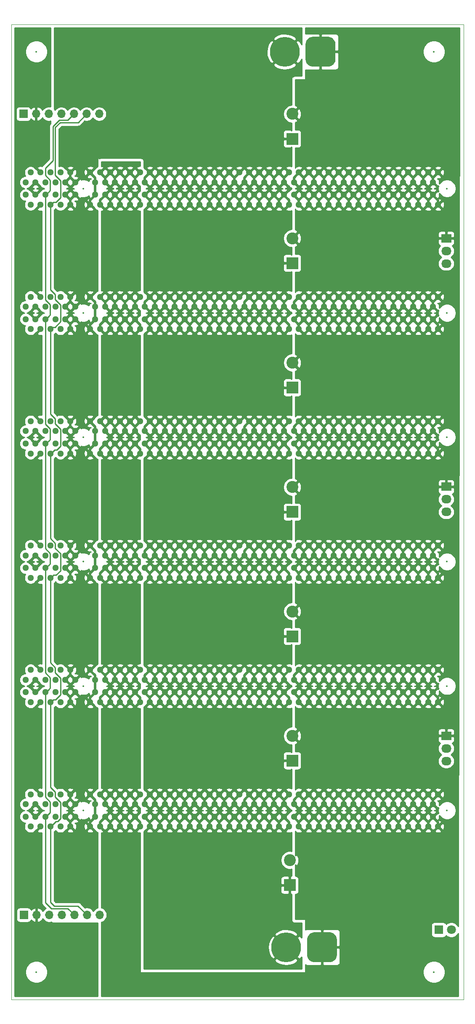
<source format=gbl>
G04 #@! TF.GenerationSoftware,KiCad,Pcbnew,(5.1.5)-3*
G04 #@! TF.CreationDate,2020-02-01T14:09:57+09:00*
G04 #@! TF.ProjectId,MotherBoard_PCIe,4d6f7468-6572-4426-9f61-72645f504349,rev?*
G04 #@! TF.SameCoordinates,Original*
G04 #@! TF.FileFunction,Copper,L2,Bot*
G04 #@! TF.FilePolarity,Positive*
%FSLAX46Y46*%
G04 Gerber Fmt 4.6, Leading zero omitted, Abs format (unit mm)*
G04 Created by KiCad (PCBNEW (5.1.5)-3) date 2020-02-01 14:09:57*
%MOMM*%
%LPD*%
G04 APERTURE LIST*
%ADD10C,0.050000*%
%ADD11O,2.030000X1.730000*%
%ADD12R,2.030000X1.730000*%
%ADD13C,2.400000*%
%ADD14R,2.400000X2.400000*%
%ADD15C,1.280000*%
%ADD16R,1.700000X1.700000*%
%ADD17O,1.700000X1.700000*%
%ADD18C,0.100000*%
%ADD19C,6.000000*%
%ADD20C,1.800000*%
%ADD21R,1.800000X1.800000*%
%ADD22C,0.600000*%
%ADD23C,0.800000*%
%ADD24C,0.500000*%
%ADD25C,0.250000*%
%ADD26C,0.254000*%
%ADD27C,0.300000*%
%ADD28C,0.350000*%
G04 APERTURE END LIST*
D10*
X75000000Y3000000D02*
X166000000Y3000000D01*
X75000000Y-193000000D02*
X75000000Y3000000D01*
X166000000Y-193000000D02*
X75000000Y-193000000D01*
X166000000Y3000000D02*
X166000000Y-193000000D01*
D11*
X162500000Y-45080000D03*
X162500000Y-42540000D03*
D12*
X162500000Y-40000000D03*
D11*
X162500000Y-95000000D03*
X162500000Y-92460000D03*
D12*
X162500000Y-89920000D03*
X162500000Y-140000000D03*
D11*
X162500000Y-142540000D03*
X162500000Y-145080000D03*
D13*
X131000000Y-165000000D03*
D14*
X131000000Y-170000000D03*
D15*
X160850000Y-133250000D03*
X160850000Y-126750000D03*
X159850000Y-131250000D03*
X158850000Y-133250000D03*
X159850000Y-128750000D03*
X158850000Y-126750000D03*
X157850000Y-131250000D03*
X156850000Y-133250000D03*
X157850000Y-128750000D03*
X156850000Y-126750000D03*
X155850000Y-131250000D03*
X154850000Y-133250000D03*
X155850000Y-128750000D03*
X154850000Y-126750000D03*
X153850000Y-131250000D03*
X152850000Y-133250000D03*
X153850000Y-128750000D03*
X152850000Y-126750000D03*
X151850000Y-131250000D03*
X150850000Y-133250000D03*
X151850000Y-128750000D03*
X150850000Y-126750000D03*
X149850000Y-131250000D03*
X148850000Y-133250000D03*
X149850000Y-128750000D03*
X148850000Y-126750000D03*
X147850000Y-131250000D03*
X146850000Y-133250000D03*
X147850000Y-128750000D03*
X146850000Y-126750000D03*
X145850000Y-131250000D03*
X144850000Y-133250000D03*
X145850000Y-128750000D03*
X144850000Y-126750000D03*
X143850000Y-131250000D03*
X142850000Y-133250000D03*
X143850000Y-128750000D03*
X142850000Y-126750000D03*
X141850000Y-131250000D03*
X140850000Y-133250000D03*
X141850000Y-128750000D03*
X140850000Y-126750000D03*
X139850000Y-131250000D03*
X138850000Y-133250000D03*
X139850000Y-128750000D03*
X138850000Y-126750000D03*
X137850000Y-131250000D03*
X136850000Y-133250000D03*
X137850000Y-128750000D03*
X136850000Y-126750000D03*
X135850000Y-131250000D03*
X134850000Y-133250000D03*
X135850000Y-128750000D03*
X134850000Y-126750000D03*
X133850000Y-131250000D03*
X132850000Y-133250000D03*
X133850000Y-128750000D03*
X132850000Y-126750000D03*
X131850000Y-131250000D03*
X130850000Y-133250000D03*
X131850000Y-128750000D03*
X130850000Y-126750000D03*
X129850000Y-131250000D03*
X128850000Y-133250000D03*
X129850000Y-128750000D03*
X128850000Y-126750000D03*
X127850000Y-131250000D03*
X126850000Y-133250000D03*
X127850000Y-128750000D03*
X126850000Y-126750000D03*
X125850000Y-131250000D03*
X124850000Y-133250000D03*
X125850000Y-128750000D03*
X124850000Y-126750000D03*
X123850000Y-131250000D03*
X122850000Y-133250000D03*
X123850000Y-128750000D03*
X122850000Y-126750000D03*
X121850000Y-131250000D03*
X120850000Y-133250000D03*
X121850000Y-128750000D03*
X120850000Y-126750000D03*
X119850000Y-131250000D03*
X118850000Y-133250000D03*
X119850000Y-128750000D03*
X118850000Y-126750000D03*
X117850000Y-131250000D03*
X116850000Y-133250000D03*
X117850000Y-128750000D03*
X116850000Y-126750000D03*
X115850000Y-131250000D03*
X114850000Y-133250000D03*
X115850000Y-128750000D03*
X114850000Y-126750000D03*
X113850000Y-131250000D03*
X112850000Y-133250000D03*
X113850000Y-128750000D03*
X112850000Y-126750000D03*
X111850000Y-131250000D03*
X110850000Y-133250000D03*
X111850000Y-128750000D03*
X110850000Y-126750000D03*
X109850000Y-131250000D03*
X108850000Y-133250000D03*
X109850000Y-128750000D03*
X108850000Y-126750000D03*
X107850000Y-131250000D03*
X106850000Y-133250000D03*
X107850000Y-128750000D03*
X106850000Y-126750000D03*
X105850000Y-131250000D03*
X104850000Y-133250000D03*
X105850000Y-128750000D03*
X104850000Y-126750000D03*
X103850000Y-131250000D03*
X102850000Y-133250000D03*
X103850000Y-128750000D03*
X102850000Y-126750000D03*
X101850000Y-131250000D03*
X100850000Y-133250000D03*
X101850000Y-128750000D03*
X100850000Y-126750000D03*
X99850000Y-131250000D03*
X98850000Y-133250000D03*
X99850000Y-128750000D03*
X98850000Y-126750000D03*
X97850000Y-131250000D03*
X96850000Y-133250000D03*
X97850000Y-128750000D03*
X96850000Y-126750000D03*
X95850000Y-131250000D03*
X94850000Y-133250000D03*
X95850000Y-128750000D03*
X94850000Y-126750000D03*
X93850000Y-131250000D03*
X92850000Y-133250000D03*
X93850000Y-128750000D03*
X92850000Y-126750000D03*
X78850000Y-126750000D03*
X77850000Y-128750000D03*
X78850000Y-133250000D03*
X77850000Y-131250000D03*
X91850000Y-131250000D03*
X91850000Y-128750000D03*
X90850000Y-133250000D03*
X90850000Y-126750000D03*
X80850000Y-126750000D03*
X80850000Y-133250000D03*
X82850000Y-126750000D03*
X82850000Y-133250000D03*
X84850000Y-126750000D03*
X84850000Y-133250000D03*
X86850000Y-133250000D03*
X86850000Y-126750000D03*
X79850000Y-131250000D03*
X79850000Y-128750000D03*
X81850000Y-131250000D03*
X81850000Y-128750000D03*
X83850000Y-131250000D03*
X83850000Y-128750000D03*
X85850000Y-131250000D03*
X85850000Y-128750000D03*
X87850000Y-131250000D03*
X87850000Y-128750000D03*
X160850000Y-158250000D03*
X160850000Y-151750000D03*
X159850000Y-156250000D03*
X158850000Y-158250000D03*
X159850000Y-153750000D03*
X158850000Y-151750000D03*
X157850000Y-156250000D03*
X156850000Y-158250000D03*
X157850000Y-153750000D03*
X156850000Y-151750000D03*
X155850000Y-156250000D03*
X154850000Y-158250000D03*
X155850000Y-153750000D03*
X154850000Y-151750000D03*
X153850000Y-156250000D03*
X152850000Y-158250000D03*
X153850000Y-153750000D03*
X152850000Y-151750000D03*
X151850000Y-156250000D03*
X150850000Y-158250000D03*
X151850000Y-153750000D03*
X150850000Y-151750000D03*
X149850000Y-156250000D03*
X148850000Y-158250000D03*
X149850000Y-153750000D03*
X148850000Y-151750000D03*
X147850000Y-156250000D03*
X146850000Y-158250000D03*
X147850000Y-153750000D03*
X146850000Y-151750000D03*
X145850000Y-156250000D03*
X144850000Y-158250000D03*
X145850000Y-153750000D03*
X144850000Y-151750000D03*
X143850000Y-156250000D03*
X142850000Y-158250000D03*
X143850000Y-153750000D03*
X142850000Y-151750000D03*
X141850000Y-156250000D03*
X140850000Y-158250000D03*
X141850000Y-153750000D03*
X140850000Y-151750000D03*
X139850000Y-156250000D03*
X138850000Y-158250000D03*
X139850000Y-153750000D03*
X138850000Y-151750000D03*
X137850000Y-156250000D03*
X136850000Y-158250000D03*
X137850000Y-153750000D03*
X136850000Y-151750000D03*
X135850000Y-156250000D03*
X134850000Y-158250000D03*
X135850000Y-153750000D03*
X134850000Y-151750000D03*
X133850000Y-156250000D03*
X132850000Y-158250000D03*
X133850000Y-153750000D03*
X132850000Y-151750000D03*
X131850000Y-156250000D03*
X130850000Y-158250000D03*
X131850000Y-153750000D03*
X130850000Y-151750000D03*
X129850000Y-156250000D03*
X128850000Y-158250000D03*
X129850000Y-153750000D03*
X128850000Y-151750000D03*
X127850000Y-156250000D03*
X126850000Y-158250000D03*
X127850000Y-153750000D03*
X126850000Y-151750000D03*
X125850000Y-156250000D03*
X124850000Y-158250000D03*
X125850000Y-153750000D03*
X124850000Y-151750000D03*
X123850000Y-156250000D03*
X122850000Y-158250000D03*
X123850000Y-153750000D03*
X122850000Y-151750000D03*
X121850000Y-156250000D03*
X120850000Y-158250000D03*
X121850000Y-153750000D03*
X120850000Y-151750000D03*
X119850000Y-156250000D03*
X118850000Y-158250000D03*
X119850000Y-153750000D03*
X118850000Y-151750000D03*
X117850000Y-156250000D03*
X116850000Y-158250000D03*
X117850000Y-153750000D03*
X116850000Y-151750000D03*
X115850000Y-156250000D03*
X114850000Y-158250000D03*
X115850000Y-153750000D03*
X114850000Y-151750000D03*
X113850000Y-156250000D03*
X112850000Y-158250000D03*
X113850000Y-153750000D03*
X112850000Y-151750000D03*
X111850000Y-156250000D03*
X110850000Y-158250000D03*
X111850000Y-153750000D03*
X110850000Y-151750000D03*
X109850000Y-156250000D03*
X108850000Y-158250000D03*
X109850000Y-153750000D03*
X108850000Y-151750000D03*
X107850000Y-156250000D03*
X106850000Y-158250000D03*
X107850000Y-153750000D03*
X106850000Y-151750000D03*
X105850000Y-156250000D03*
X104850000Y-158250000D03*
X105850000Y-153750000D03*
X104850000Y-151750000D03*
X103850000Y-156250000D03*
X102850000Y-158250000D03*
X103850000Y-153750000D03*
X102850000Y-151750000D03*
X101850000Y-156250000D03*
X100850000Y-158250000D03*
X101850000Y-153750000D03*
X100850000Y-151750000D03*
X99850000Y-156250000D03*
X98850000Y-158250000D03*
X99850000Y-153750000D03*
X98850000Y-151750000D03*
X97850000Y-156250000D03*
X96850000Y-158250000D03*
X97850000Y-153750000D03*
X96850000Y-151750000D03*
X95850000Y-156250000D03*
X94850000Y-158250000D03*
X95850000Y-153750000D03*
X94850000Y-151750000D03*
X93850000Y-156250000D03*
X92850000Y-158250000D03*
X93850000Y-153750000D03*
X92850000Y-151750000D03*
X78850000Y-151750000D03*
X77850000Y-153750000D03*
X78850000Y-158250000D03*
X77850000Y-156250000D03*
X91850000Y-156250000D03*
X91850000Y-153750000D03*
X90850000Y-158250000D03*
X90850000Y-151750000D03*
X80850000Y-151750000D03*
X80850000Y-158250000D03*
X82850000Y-151750000D03*
X82850000Y-158250000D03*
X84850000Y-151750000D03*
X84850000Y-158250000D03*
X86850000Y-158250000D03*
X86850000Y-151750000D03*
X79850000Y-156250000D03*
X79850000Y-153750000D03*
X81850000Y-156250000D03*
X81850000Y-153750000D03*
X83850000Y-156250000D03*
X83850000Y-153750000D03*
X85850000Y-156250000D03*
X85850000Y-153750000D03*
X87850000Y-156250000D03*
X87850000Y-153750000D03*
D16*
X77420000Y-15000000D03*
D17*
X79960000Y-15000000D03*
X82500000Y-15000000D03*
X85040000Y-15000000D03*
X87580000Y-15000000D03*
X90120000Y-15000000D03*
X92660000Y-15000000D03*
X92740000Y-176000000D03*
X90200000Y-176000000D03*
X87660000Y-176000000D03*
X85120000Y-176000000D03*
X82580000Y-176000000D03*
X80040000Y-176000000D03*
D16*
X77500000Y-176000000D03*
G04 #@! TA.AperFunction,ComponentPad*
D18*
G36*
X138847026Y492777D02*
G01*
X138992635Y471178D01*
X139135427Y435411D01*
X139274025Y385819D01*
X139407095Y322882D01*
X139533355Y247204D01*
X139651590Y159516D01*
X139760660Y60660D01*
X139859516Y-48410D01*
X139947204Y-166645D01*
X140022882Y-292905D01*
X140085819Y-425975D01*
X140135411Y-564573D01*
X140171178Y-707365D01*
X140192777Y-852974D01*
X140200000Y-1000000D01*
X140200000Y-4000000D01*
X140192777Y-4147026D01*
X140171178Y-4292635D01*
X140135411Y-4435427D01*
X140085819Y-4574025D01*
X140022882Y-4707095D01*
X139947204Y-4833355D01*
X139859516Y-4951590D01*
X139760660Y-5060660D01*
X139651590Y-5159516D01*
X139533355Y-5247204D01*
X139407095Y-5322882D01*
X139274025Y-5385819D01*
X139135427Y-5435411D01*
X138992635Y-5471178D01*
X138847026Y-5492777D01*
X138700000Y-5500000D01*
X135700000Y-5500000D01*
X135552974Y-5492777D01*
X135407365Y-5471178D01*
X135264573Y-5435411D01*
X135125975Y-5385819D01*
X134992905Y-5322882D01*
X134866645Y-5247204D01*
X134748410Y-5159516D01*
X134639340Y-5060660D01*
X134540484Y-4951590D01*
X134452796Y-4833355D01*
X134377118Y-4707095D01*
X134314181Y-4574025D01*
X134264589Y-4435427D01*
X134228822Y-4292635D01*
X134207223Y-4147026D01*
X134200000Y-4000000D01*
X134200000Y-1000000D01*
X134207223Y-852974D01*
X134228822Y-707365D01*
X134264589Y-564573D01*
X134314181Y-425975D01*
X134377118Y-292905D01*
X134452796Y-166645D01*
X134540484Y-48410D01*
X134639340Y60660D01*
X134748410Y159516D01*
X134866645Y247204D01*
X134992905Y322882D01*
X135125975Y385819D01*
X135264573Y435411D01*
X135407365Y471178D01*
X135552974Y492777D01*
X135700000Y500000D01*
X138700000Y500000D01*
X138847026Y492777D01*
G37*
G04 #@! TD.AperFunction*
D19*
X130000000Y-2500000D03*
G04 #@! TA.AperFunction,ComponentPad*
D18*
G36*
X139147026Y-179507223D02*
G01*
X139292635Y-179528822D01*
X139435427Y-179564589D01*
X139574025Y-179614181D01*
X139707095Y-179677118D01*
X139833355Y-179752796D01*
X139951590Y-179840484D01*
X140060660Y-179939340D01*
X140159516Y-180048410D01*
X140247204Y-180166645D01*
X140322882Y-180292905D01*
X140385819Y-180425975D01*
X140435411Y-180564573D01*
X140471178Y-180707365D01*
X140492777Y-180852974D01*
X140500000Y-181000000D01*
X140500000Y-184000000D01*
X140492777Y-184147026D01*
X140471178Y-184292635D01*
X140435411Y-184435427D01*
X140385819Y-184574025D01*
X140322882Y-184707095D01*
X140247204Y-184833355D01*
X140159516Y-184951590D01*
X140060660Y-185060660D01*
X139951590Y-185159516D01*
X139833355Y-185247204D01*
X139707095Y-185322882D01*
X139574025Y-185385819D01*
X139435427Y-185435411D01*
X139292635Y-185471178D01*
X139147026Y-185492777D01*
X139000000Y-185500000D01*
X136000000Y-185500000D01*
X135852974Y-185492777D01*
X135707365Y-185471178D01*
X135564573Y-185435411D01*
X135425975Y-185385819D01*
X135292905Y-185322882D01*
X135166645Y-185247204D01*
X135048410Y-185159516D01*
X134939340Y-185060660D01*
X134840484Y-184951590D01*
X134752796Y-184833355D01*
X134677118Y-184707095D01*
X134614181Y-184574025D01*
X134564589Y-184435427D01*
X134528822Y-184292635D01*
X134507223Y-184147026D01*
X134500000Y-184000000D01*
X134500000Y-181000000D01*
X134507223Y-180852974D01*
X134528822Y-180707365D01*
X134564589Y-180564573D01*
X134614181Y-180425975D01*
X134677118Y-180292905D01*
X134752796Y-180166645D01*
X134840484Y-180048410D01*
X134939340Y-179939340D01*
X135048410Y-179840484D01*
X135166645Y-179752796D01*
X135292905Y-179677118D01*
X135425975Y-179614181D01*
X135564573Y-179564589D01*
X135707365Y-179528822D01*
X135852974Y-179507223D01*
X136000000Y-179500000D01*
X139000000Y-179500000D01*
X139147026Y-179507223D01*
G37*
G04 #@! TD.AperFunction*
D19*
X130300000Y-182500000D03*
D20*
X163540000Y-179000000D03*
D21*
X161000000Y-179000000D03*
D13*
X131500000Y-65000000D03*
D14*
X131500000Y-70000000D03*
D13*
X131500000Y-90000000D03*
D14*
X131500000Y-95000000D03*
D13*
X131500000Y-115000000D03*
D14*
X131500000Y-120000000D03*
D13*
X131500000Y-140000000D03*
D14*
X131500000Y-145000000D03*
D15*
X160850000Y-33250000D03*
X160850000Y-26750000D03*
X159850000Y-31250000D03*
X158850000Y-33250000D03*
X159850000Y-28750000D03*
X158850000Y-26750000D03*
X157850000Y-31250000D03*
X156850000Y-33250000D03*
X157850000Y-28750000D03*
X156850000Y-26750000D03*
X155850000Y-31250000D03*
X154850000Y-33250000D03*
X155850000Y-28750000D03*
X154850000Y-26750000D03*
X153850000Y-31250000D03*
X152850000Y-33250000D03*
X153850000Y-28750000D03*
X152850000Y-26750000D03*
X151850000Y-31250000D03*
X150850000Y-33250000D03*
X151850000Y-28750000D03*
X150850000Y-26750000D03*
X149850000Y-31250000D03*
X148850000Y-33250000D03*
X149850000Y-28750000D03*
X148850000Y-26750000D03*
X147850000Y-31250000D03*
X146850000Y-33250000D03*
X147850000Y-28750000D03*
X146850000Y-26750000D03*
X145850000Y-31250000D03*
X144850000Y-33250000D03*
X145850000Y-28750000D03*
X144850000Y-26750000D03*
X143850000Y-31250000D03*
X142850000Y-33250000D03*
X143850000Y-28750000D03*
X142850000Y-26750000D03*
X141850000Y-31250000D03*
X140850000Y-33250000D03*
X141850000Y-28750000D03*
X140850000Y-26750000D03*
X139850000Y-31250000D03*
X138850000Y-33250000D03*
X139850000Y-28750000D03*
X138850000Y-26750000D03*
X137850000Y-31250000D03*
X136850000Y-33250000D03*
X137850000Y-28750000D03*
X136850000Y-26750000D03*
X135850000Y-31250000D03*
X134850000Y-33250000D03*
X135850000Y-28750000D03*
X134850000Y-26750000D03*
X133850000Y-31250000D03*
X132850000Y-33250000D03*
X133850000Y-28750000D03*
X132850000Y-26750000D03*
X131850000Y-31250000D03*
X130850000Y-33250000D03*
X131850000Y-28750000D03*
X130850000Y-26750000D03*
X129850000Y-31250000D03*
X128850000Y-33250000D03*
X129850000Y-28750000D03*
X128850000Y-26750000D03*
X127850000Y-31250000D03*
X126850000Y-33250000D03*
X127850000Y-28750000D03*
X126850000Y-26750000D03*
X125850000Y-31250000D03*
X124850000Y-33250000D03*
X125850000Y-28750000D03*
X124850000Y-26750000D03*
X123850000Y-31250000D03*
X122850000Y-33250000D03*
X123850000Y-28750000D03*
X122850000Y-26750000D03*
X121850000Y-31250000D03*
X120850000Y-33250000D03*
X121850000Y-28750000D03*
X120850000Y-26750000D03*
X119850000Y-31250000D03*
X118850000Y-33250000D03*
X119850000Y-28750000D03*
X118850000Y-26750000D03*
X117850000Y-31250000D03*
X116850000Y-33250000D03*
X117850000Y-28750000D03*
X116850000Y-26750000D03*
X115850000Y-31250000D03*
X114850000Y-33250000D03*
X115850000Y-28750000D03*
X114850000Y-26750000D03*
X113850000Y-31250000D03*
X112850000Y-33250000D03*
X113850000Y-28750000D03*
X112850000Y-26750000D03*
X111850000Y-31250000D03*
X110850000Y-33250000D03*
X111850000Y-28750000D03*
X110850000Y-26750000D03*
X109850000Y-31250000D03*
X108850000Y-33250000D03*
X109850000Y-28750000D03*
X108850000Y-26750000D03*
X107850000Y-31250000D03*
X106850000Y-33250000D03*
X107850000Y-28750000D03*
X106850000Y-26750000D03*
X105850000Y-31250000D03*
X104850000Y-33250000D03*
X105850000Y-28750000D03*
X104850000Y-26750000D03*
X103850000Y-31250000D03*
X102850000Y-33250000D03*
X103850000Y-28750000D03*
X102850000Y-26750000D03*
X101850000Y-31250000D03*
X100850000Y-33250000D03*
X101850000Y-28750000D03*
X100850000Y-26750000D03*
X99850000Y-31250000D03*
X98850000Y-33250000D03*
X99850000Y-28750000D03*
X98850000Y-26750000D03*
X97850000Y-31250000D03*
X96850000Y-33250000D03*
X97850000Y-28750000D03*
X96850000Y-26750000D03*
X95850000Y-31250000D03*
X94850000Y-33250000D03*
X95850000Y-28750000D03*
X94850000Y-26750000D03*
X93850000Y-31250000D03*
X92850000Y-33250000D03*
X93850000Y-28750000D03*
X92850000Y-26750000D03*
X78850000Y-26750000D03*
X77850000Y-28750000D03*
X78850000Y-33250000D03*
X77850000Y-31250000D03*
X91850000Y-31250000D03*
X91850000Y-28750000D03*
X90850000Y-33250000D03*
X90850000Y-26750000D03*
X80850000Y-26750000D03*
X80850000Y-33250000D03*
X82850000Y-26750000D03*
X82850000Y-33250000D03*
X84850000Y-26750000D03*
X84850000Y-33250000D03*
X86850000Y-33250000D03*
X86850000Y-26750000D03*
X79850000Y-31250000D03*
X79850000Y-28750000D03*
X81850000Y-31250000D03*
X81850000Y-28750000D03*
X83850000Y-31250000D03*
X83850000Y-28750000D03*
X85850000Y-31250000D03*
X85850000Y-28750000D03*
X87850000Y-31250000D03*
X87850000Y-28750000D03*
X160850000Y-58250000D03*
X160850000Y-51750000D03*
X159850000Y-56250000D03*
X158850000Y-58250000D03*
X159850000Y-53750000D03*
X158850000Y-51750000D03*
X157850000Y-56250000D03*
X156850000Y-58250000D03*
X157850000Y-53750000D03*
X156850000Y-51750000D03*
X155850000Y-56250000D03*
X154850000Y-58250000D03*
X155850000Y-53750000D03*
X154850000Y-51750000D03*
X153850000Y-56250000D03*
X152850000Y-58250000D03*
X153850000Y-53750000D03*
X152850000Y-51750000D03*
X151850000Y-56250000D03*
X150850000Y-58250000D03*
X151850000Y-53750000D03*
X150850000Y-51750000D03*
X149850000Y-56250000D03*
X148850000Y-58250000D03*
X149850000Y-53750000D03*
X148850000Y-51750000D03*
X147850000Y-56250000D03*
X146850000Y-58250000D03*
X147850000Y-53750000D03*
X146850000Y-51750000D03*
X145850000Y-56250000D03*
X144850000Y-58250000D03*
X145850000Y-53750000D03*
X144850000Y-51750000D03*
X143850000Y-56250000D03*
X142850000Y-58250000D03*
X143850000Y-53750000D03*
X142850000Y-51750000D03*
X141850000Y-56250000D03*
X140850000Y-58250000D03*
X141850000Y-53750000D03*
X140850000Y-51750000D03*
X139850000Y-56250000D03*
X138850000Y-58250000D03*
X139850000Y-53750000D03*
X138850000Y-51750000D03*
X137850000Y-56250000D03*
X136850000Y-58250000D03*
X137850000Y-53750000D03*
X136850000Y-51750000D03*
X135850000Y-56250000D03*
X134850000Y-58250000D03*
X135850000Y-53750000D03*
X134850000Y-51750000D03*
X133850000Y-56250000D03*
X132850000Y-58250000D03*
X133850000Y-53750000D03*
X132850000Y-51750000D03*
X131850000Y-56250000D03*
X130850000Y-58250000D03*
X131850000Y-53750000D03*
X130850000Y-51750000D03*
X129850000Y-56250000D03*
X128850000Y-58250000D03*
X129850000Y-53750000D03*
X128850000Y-51750000D03*
X127850000Y-56250000D03*
X126850000Y-58250000D03*
X127850000Y-53750000D03*
X126850000Y-51750000D03*
X125850000Y-56250000D03*
X124850000Y-58250000D03*
X125850000Y-53750000D03*
X124850000Y-51750000D03*
X123850000Y-56250000D03*
X122850000Y-58250000D03*
X123850000Y-53750000D03*
X122850000Y-51750000D03*
X121850000Y-56250000D03*
X120850000Y-58250000D03*
X121850000Y-53750000D03*
X120850000Y-51750000D03*
X119850000Y-56250000D03*
X118850000Y-58250000D03*
X119850000Y-53750000D03*
X118850000Y-51750000D03*
X117850000Y-56250000D03*
X116850000Y-58250000D03*
X117850000Y-53750000D03*
X116850000Y-51750000D03*
X115850000Y-56250000D03*
X114850000Y-58250000D03*
X115850000Y-53750000D03*
X114850000Y-51750000D03*
X113850000Y-56250000D03*
X112850000Y-58250000D03*
X113850000Y-53750000D03*
X112850000Y-51750000D03*
X111850000Y-56250000D03*
X110850000Y-58250000D03*
X111850000Y-53750000D03*
X110850000Y-51750000D03*
X109850000Y-56250000D03*
X108850000Y-58250000D03*
X109850000Y-53750000D03*
X108850000Y-51750000D03*
X107850000Y-56250000D03*
X106850000Y-58250000D03*
X107850000Y-53750000D03*
X106850000Y-51750000D03*
X105850000Y-56250000D03*
X104850000Y-58250000D03*
X105850000Y-53750000D03*
X104850000Y-51750000D03*
X103850000Y-56250000D03*
X102850000Y-58250000D03*
X103850000Y-53750000D03*
X102850000Y-51750000D03*
X101850000Y-56250000D03*
X100850000Y-58250000D03*
X101850000Y-53750000D03*
X100850000Y-51750000D03*
X99850000Y-56250000D03*
X98850000Y-58250000D03*
X99850000Y-53750000D03*
X98850000Y-51750000D03*
X97850000Y-56250000D03*
X96850000Y-58250000D03*
X97850000Y-53750000D03*
X96850000Y-51750000D03*
X95850000Y-56250000D03*
X94850000Y-58250000D03*
X95850000Y-53750000D03*
X94850000Y-51750000D03*
X93850000Y-56250000D03*
X92850000Y-58250000D03*
X93850000Y-53750000D03*
X92850000Y-51750000D03*
X78850000Y-51750000D03*
X77850000Y-53750000D03*
X78850000Y-58250000D03*
X77850000Y-56250000D03*
X91850000Y-56250000D03*
X91850000Y-53750000D03*
X90850000Y-58250000D03*
X90850000Y-51750000D03*
X80850000Y-51750000D03*
X80850000Y-58250000D03*
X82850000Y-51750000D03*
X82850000Y-58250000D03*
X84850000Y-51750000D03*
X84850000Y-58250000D03*
X86850000Y-58250000D03*
X86850000Y-51750000D03*
X79850000Y-56250000D03*
X79850000Y-53750000D03*
X81850000Y-56250000D03*
X81850000Y-53750000D03*
X83850000Y-56250000D03*
X83850000Y-53750000D03*
X85850000Y-56250000D03*
X85850000Y-53750000D03*
X87850000Y-56250000D03*
X87850000Y-53750000D03*
X160850000Y-83250000D03*
X160850000Y-76750000D03*
X159850000Y-81250000D03*
X158850000Y-83250000D03*
X159850000Y-78750000D03*
X158850000Y-76750000D03*
X157850000Y-81250000D03*
X156850000Y-83250000D03*
X157850000Y-78750000D03*
X156850000Y-76750000D03*
X155850000Y-81250000D03*
X154850000Y-83250000D03*
X155850000Y-78750000D03*
X154850000Y-76750000D03*
X153850000Y-81250000D03*
X152850000Y-83250000D03*
X153850000Y-78750000D03*
X152850000Y-76750000D03*
X151850000Y-81250000D03*
X150850000Y-83250000D03*
X151850000Y-78750000D03*
X150850000Y-76750000D03*
X149850000Y-81250000D03*
X148850000Y-83250000D03*
X149850000Y-78750000D03*
X148850000Y-76750000D03*
X147850000Y-81250000D03*
X146850000Y-83250000D03*
X147850000Y-78750000D03*
X146850000Y-76750000D03*
X145850000Y-81250000D03*
X144850000Y-83250000D03*
X145850000Y-78750000D03*
X144850000Y-76750000D03*
X143850000Y-81250000D03*
X142850000Y-83250000D03*
X143850000Y-78750000D03*
X142850000Y-76750000D03*
X141850000Y-81250000D03*
X140850000Y-83250000D03*
X141850000Y-78750000D03*
X140850000Y-76750000D03*
X139850000Y-81250000D03*
X138850000Y-83250000D03*
X139850000Y-78750000D03*
X138850000Y-76750000D03*
X137850000Y-81250000D03*
X136850000Y-83250000D03*
X137850000Y-78750000D03*
X136850000Y-76750000D03*
X135850000Y-81250000D03*
X134850000Y-83250000D03*
X135850000Y-78750000D03*
X134850000Y-76750000D03*
X133850000Y-81250000D03*
X132850000Y-83250000D03*
X133850000Y-78750000D03*
X132850000Y-76750000D03*
X131850000Y-81250000D03*
X130850000Y-83250000D03*
X131850000Y-78750000D03*
X130850000Y-76750000D03*
X129850000Y-81250000D03*
X128850000Y-83250000D03*
X129850000Y-78750000D03*
X128850000Y-76750000D03*
X127850000Y-81250000D03*
X126850000Y-83250000D03*
X127850000Y-78750000D03*
X126850000Y-76750000D03*
X125850000Y-81250000D03*
X124850000Y-83250000D03*
X125850000Y-78750000D03*
X124850000Y-76750000D03*
X123850000Y-81250000D03*
X122850000Y-83250000D03*
X123850000Y-78750000D03*
X122850000Y-76750000D03*
X121850000Y-81250000D03*
X120850000Y-83250000D03*
X121850000Y-78750000D03*
X120850000Y-76750000D03*
X119850000Y-81250000D03*
X118850000Y-83250000D03*
X119850000Y-78750000D03*
X118850000Y-76750000D03*
X117850000Y-81250000D03*
X116850000Y-83250000D03*
X117850000Y-78750000D03*
X116850000Y-76750000D03*
X115850000Y-81250000D03*
X114850000Y-83250000D03*
X115850000Y-78750000D03*
X114850000Y-76750000D03*
X113850000Y-81250000D03*
X112850000Y-83250000D03*
X113850000Y-78750000D03*
X112850000Y-76750000D03*
X111850000Y-81250000D03*
X110850000Y-83250000D03*
X111850000Y-78750000D03*
X110850000Y-76750000D03*
X109850000Y-81250000D03*
X108850000Y-83250000D03*
X109850000Y-78750000D03*
X108850000Y-76750000D03*
X107850000Y-81250000D03*
X106850000Y-83250000D03*
X107850000Y-78750000D03*
X106850000Y-76750000D03*
X105850000Y-81250000D03*
X104850000Y-83250000D03*
X105850000Y-78750000D03*
X104850000Y-76750000D03*
X103850000Y-81250000D03*
X102850000Y-83250000D03*
X103850000Y-78750000D03*
X102850000Y-76750000D03*
X101850000Y-81250000D03*
X100850000Y-83250000D03*
X101850000Y-78750000D03*
X100850000Y-76750000D03*
X99850000Y-81250000D03*
X98850000Y-83250000D03*
X99850000Y-78750000D03*
X98850000Y-76750000D03*
X97850000Y-81250000D03*
X96850000Y-83250000D03*
X97850000Y-78750000D03*
X96850000Y-76750000D03*
X95850000Y-81250000D03*
X94850000Y-83250000D03*
X95850000Y-78750000D03*
X94850000Y-76750000D03*
X93850000Y-81250000D03*
X92850000Y-83250000D03*
X93850000Y-78750000D03*
X92850000Y-76750000D03*
X78850000Y-76750000D03*
X77850000Y-78750000D03*
X78850000Y-83250000D03*
X77850000Y-81250000D03*
X91850000Y-81250000D03*
X91850000Y-78750000D03*
X90850000Y-83250000D03*
X90850000Y-76750000D03*
X80850000Y-76750000D03*
X80850000Y-83250000D03*
X82850000Y-76750000D03*
X82850000Y-83250000D03*
X84850000Y-76750000D03*
X84850000Y-83250000D03*
X86850000Y-83250000D03*
X86850000Y-76750000D03*
X79850000Y-81250000D03*
X79850000Y-78750000D03*
X81850000Y-81250000D03*
X81850000Y-78750000D03*
X83850000Y-81250000D03*
X83850000Y-78750000D03*
X85850000Y-81250000D03*
X85850000Y-78750000D03*
X87850000Y-81250000D03*
X87850000Y-78750000D03*
X160850000Y-108250000D03*
X160850000Y-101750000D03*
X159850000Y-106250000D03*
X158850000Y-108250000D03*
X159850000Y-103750000D03*
X158850000Y-101750000D03*
X157850000Y-106250000D03*
X156850000Y-108250000D03*
X157850000Y-103750000D03*
X156850000Y-101750000D03*
X155850000Y-106250000D03*
X154850000Y-108250000D03*
X155850000Y-103750000D03*
X154850000Y-101750000D03*
X153850000Y-106250000D03*
X152850000Y-108250000D03*
X153850000Y-103750000D03*
X152850000Y-101750000D03*
X151850000Y-106250000D03*
X150850000Y-108250000D03*
X151850000Y-103750000D03*
X150850000Y-101750000D03*
X149850000Y-106250000D03*
X148850000Y-108250000D03*
X149850000Y-103750000D03*
X148850000Y-101750000D03*
X147850000Y-106250000D03*
X146850000Y-108250000D03*
X147850000Y-103750000D03*
X146850000Y-101750000D03*
X145850000Y-106250000D03*
X144850000Y-108250000D03*
X145850000Y-103750000D03*
X144850000Y-101750000D03*
X143850000Y-106250000D03*
X142850000Y-108250000D03*
X143850000Y-103750000D03*
X142850000Y-101750000D03*
X141850000Y-106250000D03*
X140850000Y-108250000D03*
X141850000Y-103750000D03*
X140850000Y-101750000D03*
X139850000Y-106250000D03*
X138850000Y-108250000D03*
X139850000Y-103750000D03*
X138850000Y-101750000D03*
X137850000Y-106250000D03*
X136850000Y-108250000D03*
X137850000Y-103750000D03*
X136850000Y-101750000D03*
X135850000Y-106250000D03*
X134850000Y-108250000D03*
X135850000Y-103750000D03*
X134850000Y-101750000D03*
X133850000Y-106250000D03*
X132850000Y-108250000D03*
X133850000Y-103750000D03*
X132850000Y-101750000D03*
X131850000Y-106250000D03*
X130850000Y-108250000D03*
X131850000Y-103750000D03*
X130850000Y-101750000D03*
X129850000Y-106250000D03*
X128850000Y-108250000D03*
X129850000Y-103750000D03*
X128850000Y-101750000D03*
X127850000Y-106250000D03*
X126850000Y-108250000D03*
X127850000Y-103750000D03*
X126850000Y-101750000D03*
X125850000Y-106250000D03*
X124850000Y-108250000D03*
X125850000Y-103750000D03*
X124850000Y-101750000D03*
X123850000Y-106250000D03*
X122850000Y-108250000D03*
X123850000Y-103750000D03*
X122850000Y-101750000D03*
X121850000Y-106250000D03*
X120850000Y-108250000D03*
X121850000Y-103750000D03*
X120850000Y-101750000D03*
X119850000Y-106250000D03*
X118850000Y-108250000D03*
X119850000Y-103750000D03*
X118850000Y-101750000D03*
X117850000Y-106250000D03*
X116850000Y-108250000D03*
X117850000Y-103750000D03*
X116850000Y-101750000D03*
X115850000Y-106250000D03*
X114850000Y-108250000D03*
X115850000Y-103750000D03*
X114850000Y-101750000D03*
X113850000Y-106250000D03*
X112850000Y-108250000D03*
X113850000Y-103750000D03*
X112850000Y-101750000D03*
X111850000Y-106250000D03*
X110850000Y-108250000D03*
X111850000Y-103750000D03*
X110850000Y-101750000D03*
X109850000Y-106250000D03*
X108850000Y-108250000D03*
X109850000Y-103750000D03*
X108850000Y-101750000D03*
X107850000Y-106250000D03*
X106850000Y-108250000D03*
X107850000Y-103750000D03*
X106850000Y-101750000D03*
X105850000Y-106250000D03*
X104850000Y-108250000D03*
X105850000Y-103750000D03*
X104850000Y-101750000D03*
X103850000Y-106250000D03*
X102850000Y-108250000D03*
X103850000Y-103750000D03*
X102850000Y-101750000D03*
X101850000Y-106250000D03*
X100850000Y-108250000D03*
X101850000Y-103750000D03*
X100850000Y-101750000D03*
X99850000Y-106250000D03*
X98850000Y-108250000D03*
X99850000Y-103750000D03*
X98850000Y-101750000D03*
X97850000Y-106250000D03*
X96850000Y-108250000D03*
X97850000Y-103750000D03*
X96850000Y-101750000D03*
X95850000Y-106250000D03*
X94850000Y-108250000D03*
X95850000Y-103750000D03*
X94850000Y-101750000D03*
X93850000Y-106250000D03*
X92850000Y-108250000D03*
X93850000Y-103750000D03*
X92850000Y-101750000D03*
X78850000Y-101750000D03*
X77850000Y-103750000D03*
X78850000Y-108250000D03*
X77850000Y-106250000D03*
X91850000Y-106250000D03*
X91850000Y-103750000D03*
X90850000Y-108250000D03*
X90850000Y-101750000D03*
X80850000Y-101750000D03*
X80850000Y-108250000D03*
X82850000Y-101750000D03*
X82850000Y-108250000D03*
X84850000Y-101750000D03*
X84850000Y-108250000D03*
X86850000Y-108250000D03*
X86850000Y-101750000D03*
X79850000Y-106250000D03*
X79850000Y-103750000D03*
X81850000Y-106250000D03*
X81850000Y-103750000D03*
X83850000Y-106250000D03*
X83850000Y-103750000D03*
X85850000Y-106250000D03*
X85850000Y-103750000D03*
X87850000Y-106250000D03*
X87850000Y-103750000D03*
D13*
X131500000Y-15000000D03*
D14*
X131500000Y-20000000D03*
D13*
X131500000Y-40000000D03*
D14*
X131500000Y-45000000D03*
D22*
X105000000Y-35000000D03*
X105000000Y-40000000D03*
X105000000Y-45000000D03*
X105000000Y-50000000D03*
X110000000Y-50000000D03*
X110000000Y-45000000D03*
X110000000Y-40000000D03*
X110000000Y-35000000D03*
X115000000Y-35000000D03*
X115000000Y-40000000D03*
X115000000Y-45000000D03*
X115000000Y-50000000D03*
X120000000Y-50000000D03*
X120000000Y-45000000D03*
X120000000Y-40000000D03*
X120000000Y-35000000D03*
X125000000Y-35000000D03*
X125000000Y-40000000D03*
X125000000Y-45000000D03*
X125000000Y-50000000D03*
X130000000Y-50000000D03*
X130000000Y-35000000D03*
X105000000Y-150000000D03*
X110000000Y-150000000D03*
X115000000Y-150000000D03*
X120000000Y-150000000D03*
X125000000Y-150000000D03*
X130000000Y-150000000D03*
X130000000Y-135000000D03*
X125000000Y-135000000D03*
X120000000Y-135000000D03*
X115000000Y-135000000D03*
X110000000Y-135000000D03*
X105000000Y-135000000D03*
X105000000Y-140000000D03*
X105000000Y-145000000D03*
X110000000Y-145000000D03*
X115000000Y-145000000D03*
X120000000Y-145000000D03*
X125000000Y-145000000D03*
X125000000Y-140000000D03*
X115000000Y-140000000D03*
X110000000Y-140000000D03*
X120000000Y-140000000D03*
X105000000Y-160000000D03*
X115000000Y-160000000D03*
X105000000Y-165000000D03*
X105000000Y-170000000D03*
X105000000Y-175000000D03*
X105000000Y-180000000D03*
X110000000Y-175000000D03*
X110000000Y-170000000D03*
X110000000Y-165000000D03*
X110000000Y-160000000D03*
X115000000Y-165000000D03*
X115000000Y-170000000D03*
X115000000Y-175000000D03*
X115000000Y-180000000D03*
X120000000Y-185000000D03*
X120000000Y-180000000D03*
X120000000Y-175000000D03*
X120000000Y-170000000D03*
X120000000Y-165000000D03*
X120000000Y-160000000D03*
X125000000Y-160000000D03*
X125000000Y-165000000D03*
X125000000Y-170000000D03*
X125000000Y-175000000D03*
X125000000Y-180000000D03*
X125000000Y-185000000D03*
X130000000Y-175000000D03*
X130000000Y-160000000D03*
X105000000Y-110000000D03*
X110000000Y-110000000D03*
X115000000Y-110000000D03*
X120000000Y-110000000D03*
X125000000Y-110000000D03*
X130000000Y-110000000D03*
X125000000Y-115000000D03*
X120000000Y-115000000D03*
X115000000Y-115000000D03*
X110000000Y-115000000D03*
X105000000Y-115000000D03*
X105000000Y-120000000D03*
X110000000Y-120000000D03*
X115000000Y-120000000D03*
X120000000Y-120000000D03*
X125000000Y-120000000D03*
X125000000Y-125000000D03*
X120000000Y-125000000D03*
X115000000Y-125000000D03*
X110000000Y-125000000D03*
X105000000Y-125000000D03*
X130000000Y-125000000D03*
X130000000Y-100000000D03*
X125000000Y-100000000D03*
X120000000Y-100000000D03*
X115000000Y-100000000D03*
X110000000Y-100000000D03*
X105000000Y-100000000D03*
X90000000Y-100000000D03*
X90000000Y-95000000D03*
X105000000Y-95000000D03*
X110000000Y-95000000D03*
X115000000Y-95000000D03*
X120000000Y-95000000D03*
X125000000Y-95000000D03*
X125000000Y-90000000D03*
X120000000Y-90000000D03*
X115000000Y-90000000D03*
X110000000Y-90000000D03*
X105000000Y-90000000D03*
X90000000Y-90000000D03*
X90000000Y-85000000D03*
X105000000Y-85000000D03*
X110000000Y-85000000D03*
X115000000Y-85000000D03*
X120000000Y-85000000D03*
X125000000Y-85000000D03*
X130000000Y-85000000D03*
X90000000Y-75000000D03*
X105000000Y-75000000D03*
X110000000Y-75000000D03*
X115000000Y-75000000D03*
X120000000Y-75000000D03*
X125000000Y-75000000D03*
X130000000Y-75000000D03*
X125000000Y-70000000D03*
X120000000Y-70000000D03*
X115000000Y-70000000D03*
X110000000Y-70000000D03*
X105000000Y-70000000D03*
X90000000Y-70000000D03*
X90000000Y-65000000D03*
X105000000Y-65000000D03*
X110000000Y-65000000D03*
X115000000Y-65000000D03*
X120000000Y-65000000D03*
X125000000Y-65000000D03*
X130000000Y-60000000D03*
X125000000Y-60000000D03*
X120000000Y-60000000D03*
X115000000Y-60000000D03*
X110000000Y-60000000D03*
X105000000Y-60000000D03*
X90000000Y-60000000D03*
X90000000Y-50000000D03*
X90000000Y-45000000D03*
X90000000Y-40000000D03*
X90000000Y-35000000D03*
X130000000Y-25000000D03*
X125000000Y-25000000D03*
X120000000Y-25000000D03*
X115000000Y-25000000D03*
X110000000Y-25000000D03*
X105000000Y-25000000D03*
X90000000Y-25000000D03*
X90000000Y-20000000D03*
X95000000Y-20000000D03*
X100000000Y-20000000D03*
X105000000Y-20000000D03*
X110000000Y-20000000D03*
X115000000Y-20000000D03*
X120000000Y-20000000D03*
X125000000Y-20000000D03*
X125000000Y-15000000D03*
X120000000Y-15000000D03*
X115000000Y-15000000D03*
X110000000Y-15000000D03*
X105000000Y-15000000D03*
X100000000Y-15000000D03*
X95000000Y-15000000D03*
X95000000Y-10000000D03*
X100000000Y-10000000D03*
X105000000Y-10000000D03*
X110000000Y-10000000D03*
X115000000Y-10000000D03*
X120000000Y-10000000D03*
X125000000Y-10000000D03*
X130000000Y-10000000D03*
X125000000Y-5000000D03*
X120000000Y-5000000D03*
X115000000Y-5000000D03*
X110000000Y-5000000D03*
X105000000Y-5000000D03*
X100000000Y-5000000D03*
X95000000Y-5000000D03*
X90000000Y-10000000D03*
X95000000Y0D03*
X90000000Y0D03*
X85000000Y0D03*
X100000000Y0D03*
X105000000Y0D03*
X110000000Y0D03*
X115000000Y0D03*
X120000000Y0D03*
X125000000Y0D03*
X90000000Y-110000000D03*
X90000000Y-120000000D03*
X90000000Y-115000000D03*
X90000000Y-125000000D03*
X90000000Y-135000000D03*
X90000000Y-145000000D03*
X90000000Y-140000000D03*
X90000000Y-150000000D03*
X90000000Y-160000000D03*
X90000000Y-165000000D03*
X90000000Y-170000000D03*
D23*
X110000000Y-185000000D03*
X115000000Y-185000000D03*
D22*
X90000000Y-5000000D03*
X85000000Y-5000000D03*
X85000000Y-10000000D03*
X135000000Y-35000000D03*
X135000000Y-40000000D03*
X135000000Y-45000000D03*
X135000000Y-50000000D03*
X140000000Y-50000000D03*
X140000000Y-45000000D03*
X140000000Y-40000000D03*
X140000000Y-35000000D03*
X145000000Y-35000000D03*
X145000000Y-40000000D03*
X145000000Y-45000000D03*
X145000000Y-50000000D03*
X150000000Y-50000000D03*
X150000000Y-45000000D03*
X150000000Y-40000000D03*
X150000000Y-35000000D03*
X155000000Y-40000000D03*
X155000000Y-45000000D03*
X155000000Y-50000000D03*
X160000000Y-50000000D03*
X160000000Y-35000000D03*
X155000000Y-35000000D03*
X135000000Y-25000000D03*
X140000000Y-25000000D03*
X145000000Y-25000000D03*
X135000000Y-20000000D03*
X140000000Y-20000000D03*
X145000000Y-20000000D03*
X145000000Y-15000000D03*
X140000000Y-15000000D03*
X135000000Y-15000000D03*
X135000000Y-10000000D03*
X140000000Y-10000000D03*
X145000000Y-10000000D03*
X145000000Y-5000000D03*
X145000000Y0D03*
X150000000Y0D03*
X150000000Y-5000000D03*
X150000000Y-10000000D03*
X150000000Y-15000000D03*
X150000000Y-20000000D03*
X150000000Y-25000000D03*
X155000000Y-25000000D03*
X160000000Y-25000000D03*
X160000000Y-20000000D03*
X155000000Y-20000000D03*
X155000000Y-15000000D03*
X160000000Y-15000000D03*
X160000000Y-10000000D03*
X155000000Y-10000000D03*
X155000000Y-5000000D03*
X155000000Y0D03*
X135000000Y-60000000D03*
X135000000Y-65000000D03*
X135000000Y-70000000D03*
X135000000Y-75000000D03*
X140000000Y-75000000D03*
X140000000Y-70000000D03*
X140000000Y-65000000D03*
X145000000Y-60000000D03*
X140000000Y-60000000D03*
X145000000Y-65000000D03*
X145000000Y-70000000D03*
X145000000Y-75000000D03*
X150000000Y-70000000D03*
X150000000Y-75000000D03*
X150000000Y-65000000D03*
X150000000Y-60000000D03*
X155000000Y-60000000D03*
X155000000Y-65000000D03*
X155000000Y-70000000D03*
X155000000Y-75000000D03*
X160000000Y-75000000D03*
X160000000Y-60000000D03*
X135000000Y-85000000D03*
X135000000Y-90000000D03*
X135000000Y-95000000D03*
X135000000Y-100000000D03*
X140000000Y-100000000D03*
X140000000Y-95000000D03*
X140000000Y-90000000D03*
X140000000Y-85000000D03*
X145000000Y-85000000D03*
X145000000Y-90000000D03*
X145000000Y-95000000D03*
X145000000Y-100000000D03*
X150000000Y-100000000D03*
X150000000Y-95000000D03*
X150000000Y-90000000D03*
X150000000Y-85000000D03*
X155000000Y-85000000D03*
X155000000Y-90000000D03*
X155000000Y-95000000D03*
X155000000Y-100000000D03*
X160000000Y-100000000D03*
X160000000Y-85000000D03*
X135000000Y-110000000D03*
X135000000Y-115000000D03*
X135000000Y-120000000D03*
X135000000Y-125000000D03*
X140000000Y-125000000D03*
X140000000Y-120000000D03*
X140000000Y-115000000D03*
X140000000Y-110000000D03*
X145000000Y-110000000D03*
X145000000Y-115000000D03*
X145000000Y-120000000D03*
X145000000Y-125000000D03*
X150000000Y-125000000D03*
X150000000Y-120000000D03*
X150000000Y-115000000D03*
X150000000Y-110000000D03*
X155000000Y-110000000D03*
X155000000Y-115000000D03*
X155000000Y-120000000D03*
X155000000Y-125000000D03*
X160000000Y-125000000D03*
X160000000Y-110000000D03*
X135000000Y-135000000D03*
X135000000Y-140000000D03*
X135000000Y-145000000D03*
X135000000Y-150000000D03*
X140000000Y-150000000D03*
X140000000Y-145000000D03*
X140000000Y-140000000D03*
X140000000Y-135000000D03*
X145000000Y-135000000D03*
X145000000Y-140000000D03*
X145000000Y-145000000D03*
X145000000Y-150000000D03*
X150000000Y-150000000D03*
X150000000Y-145000000D03*
X150000000Y-140000000D03*
X150000000Y-135000000D03*
X155000000Y-135000000D03*
X155000000Y-140000000D03*
X155000000Y-145000000D03*
X155000000Y-150000000D03*
X160000000Y-150000000D03*
X160000000Y-135000000D03*
X135000000Y-160000000D03*
X135000000Y-165000000D03*
X135000000Y-170000000D03*
X135000000Y-175000000D03*
X140000000Y-175000000D03*
X140000000Y-170000000D03*
X140000000Y-165000000D03*
X140000000Y-160000000D03*
X145000000Y-160000000D03*
X145000000Y-165000000D03*
X145000000Y-170000000D03*
X145000000Y-175000000D03*
X150000000Y-175000000D03*
X150000000Y-170000000D03*
X150000000Y-165000000D03*
X150000000Y-160000000D03*
X155000000Y-160000000D03*
X155000000Y-165000000D03*
X155000000Y-170000000D03*
X155000000Y-175000000D03*
X160000000Y-170000000D03*
X160000000Y-165000000D03*
X160000000Y-160000000D03*
X160000000Y-175000000D03*
X155000000Y-190000000D03*
X155000000Y-185000000D03*
X155000000Y-180000000D03*
X150000000Y-180000000D03*
X150000000Y-185000000D03*
X150000000Y-190000000D03*
X145000000Y-190000000D03*
X145000000Y-185000000D03*
X145000000Y-180000000D03*
X140000000Y-190000000D03*
X135000000Y-190000000D03*
X130000000Y-190000000D03*
X125000000Y-190000000D03*
X120000000Y-190000000D03*
X115000000Y-190000000D03*
X100500000Y-190000000D03*
X95000000Y-190000000D03*
X100500000Y-185000000D03*
X95000000Y-180000000D03*
X95000000Y-175000000D03*
X100000000Y-175000000D03*
X100000000Y-170000000D03*
X100000000Y-165000000D03*
X100000000Y-160000000D03*
X95000000Y-165000000D03*
X95000000Y-170000000D03*
X95000000Y-160000000D03*
X95000000Y-150000000D03*
X95000000Y-145000000D03*
X95000000Y-140000000D03*
X95000000Y-135000000D03*
X100000000Y-135000000D03*
X100000000Y-140000000D03*
X100000000Y-145000000D03*
X100000000Y-150000000D03*
X100000000Y-100000000D03*
X95000000Y-100000000D03*
X95000000Y-95000000D03*
X100000000Y-95000000D03*
X100000000Y-90000000D03*
X95000000Y-90000000D03*
X95000000Y-85000000D03*
X100000000Y-85000000D03*
X95000000Y-110000000D03*
X100000000Y-110000000D03*
X100000000Y-115000000D03*
X95000000Y-115000000D03*
X95000000Y-120000000D03*
X100000000Y-120000000D03*
X100000000Y-125000000D03*
X95000000Y-125000000D03*
X95000000Y-75000000D03*
X100000000Y-75000000D03*
X100000000Y-70000000D03*
X95000000Y-70000000D03*
X95000000Y-65000000D03*
X100000000Y-65000000D03*
X100000000Y-60000000D03*
X95000000Y-60000000D03*
X95000000Y-50000000D03*
X100000000Y-50000000D03*
X100000000Y-45000000D03*
X95000000Y-45000000D03*
X95000000Y-40000000D03*
X100000000Y-40000000D03*
X100000000Y-35000000D03*
X95000000Y-35000000D03*
X160000000Y-190000000D03*
X160000000Y-185000000D03*
X95000000Y-185000000D03*
X100000000Y-25000000D03*
X95000000Y-25000000D03*
X160000000Y-170000000D03*
X110000000Y-190000000D03*
X160000000Y-115000000D03*
X160000000Y-120000000D03*
X160000000Y-140000000D03*
X160000000Y-145000000D03*
X160000000Y-90000000D03*
X160000000Y-95000000D03*
X160000000Y-70000000D03*
X160000000Y-65000000D03*
X160000000Y-45000000D03*
X160000000Y-40000000D03*
X165000000Y-10000000D03*
X165000000Y-15000000D03*
X165000000Y-20000000D03*
X165000000Y-25000000D03*
X165000000Y-5000000D03*
X165000000Y0D03*
X165000000Y-30000000D03*
X165000000Y-35000000D03*
X165000000Y-40000000D03*
X80000000Y-85000000D03*
X80000000Y-90000000D03*
X80000000Y-95000000D03*
X80000000Y-100000000D03*
X80000000Y-110000000D03*
X80000000Y-115000000D03*
X80000000Y-120000000D03*
X80000000Y-125000000D03*
X80000000Y-135000000D03*
X80000000Y-140000000D03*
X80000000Y-145000000D03*
X80000000Y-150000000D03*
X80000000Y-160000000D03*
X80000000Y-165000000D03*
X80000000Y-170000000D03*
X80040000Y-180000000D03*
X85000000Y-180000000D03*
X90000000Y-180000000D03*
X90000000Y-185000000D03*
X85000000Y-185000000D03*
X85000000Y-190000000D03*
X90000000Y-190000000D03*
X80000000Y-20000000D03*
X80000000Y-25000000D03*
X80000000Y-10000000D03*
X77500000Y-35000000D03*
X77500000Y-40000000D03*
X77500000Y-45000000D03*
X77500000Y-50000000D03*
X77500000Y-20000000D03*
X77500000Y-25000000D03*
X77500000Y-75000000D03*
X77500000Y-70000000D03*
X77500000Y-65000000D03*
X77500000Y-60000000D03*
X77500000Y-85000000D03*
X77500000Y-90000000D03*
X77500000Y-95000000D03*
X77500000Y-100000000D03*
X77500000Y-110000000D03*
X77500000Y-115000000D03*
X77500000Y-120000000D03*
X77500000Y-125000000D03*
X77500000Y-135000000D03*
X77500000Y-140000000D03*
X77500000Y-145000000D03*
X77500000Y-150000000D03*
X77500000Y-160000000D03*
X77500000Y-165000000D03*
X77500000Y-170000000D03*
X85000000Y-180000000D03*
D24*
X86850000Y-27750000D02*
X87850000Y-28750000D01*
X86850000Y-32250000D02*
X87850000Y-31250000D01*
X86850000Y-27750000D02*
X85850000Y-28750000D01*
X86850000Y-33250000D02*
X86850000Y-32250000D01*
X86850000Y-32250000D02*
X85850000Y-31250000D01*
X86850000Y-26750000D02*
X86850000Y-27750000D01*
X86850000Y-77750000D02*
X87850000Y-78750000D01*
X86850000Y-82250000D02*
X87850000Y-81250000D01*
X86850000Y-77750000D02*
X85850000Y-78750000D01*
X86850000Y-83250000D02*
X86850000Y-82250000D01*
X86850000Y-82250000D02*
X85850000Y-81250000D01*
X86850000Y-76750000D02*
X86850000Y-77750000D01*
X86850000Y-102750000D02*
X87850000Y-103750000D01*
X86850000Y-107250000D02*
X87850000Y-106250000D01*
X86850000Y-102750000D02*
X85850000Y-103750000D01*
X86850000Y-108250000D02*
X86850000Y-107250000D01*
X86850000Y-107250000D02*
X85850000Y-106250000D01*
X86850000Y-101750000D02*
X86850000Y-102750000D01*
X86850000Y-127750000D02*
X87850000Y-128750000D01*
X86850000Y-132250000D02*
X87850000Y-131250000D01*
X86850000Y-127750000D02*
X85850000Y-128750000D01*
X86850000Y-133250000D02*
X86850000Y-132250000D01*
X86850000Y-132250000D02*
X85850000Y-131250000D01*
X86850000Y-126750000D02*
X86850000Y-127750000D01*
X86850000Y-152750000D02*
X87850000Y-153750000D01*
X86850000Y-157250000D02*
X87850000Y-156250000D01*
X86850000Y-152750000D02*
X85850000Y-153750000D01*
X86850000Y-158250000D02*
X86850000Y-157250000D01*
X86850000Y-157250000D02*
X85850000Y-156250000D01*
X86850000Y-151750000D02*
X86850000Y-152750000D01*
X86850000Y-52750000D02*
X87850000Y-53750000D01*
X86850000Y-51750000D02*
X86850000Y-52750000D01*
X86850000Y-57250000D02*
X87850000Y-56250000D01*
X86850000Y-58250000D02*
X86850000Y-57250000D01*
X86850000Y-57250000D02*
X85850000Y-56250000D01*
X86850000Y-52750000D02*
X85850000Y-53750000D01*
X124850000Y-157350000D02*
X123850000Y-156350000D01*
X129850000Y-152850000D02*
X128850000Y-151850000D01*
X120850000Y-158350000D02*
X120850000Y-157350000D01*
X119850000Y-153850000D02*
X119850000Y-152850000D01*
X127850000Y-152850000D02*
X128850000Y-151850000D01*
X117850000Y-153850000D02*
X117850000Y-152850000D01*
X113850000Y-152850000D02*
X112850000Y-151850000D01*
X112850000Y-157350000D02*
X111850000Y-156350000D01*
X111850000Y-152850000D02*
X110850000Y-151850000D01*
X119850000Y-152850000D02*
X120850000Y-151850000D01*
X128850000Y-157350000D02*
X127850000Y-156350000D01*
X113850000Y-153850000D02*
X113850000Y-152850000D01*
X103850000Y-152850000D02*
X104850000Y-151850000D01*
X104850000Y-157350000D02*
X103850000Y-156350000D01*
X103850000Y-153850000D02*
X103850000Y-152850000D01*
X105850000Y-152850000D02*
X104850000Y-151850000D01*
X105850000Y-152850000D02*
X106850000Y-151850000D01*
X114850000Y-157350000D02*
X113850000Y-156350000D01*
X122850000Y-158350000D02*
X122850000Y-157350000D01*
X113850000Y-152850000D02*
X114850000Y-151850000D01*
X90850000Y-158350000D02*
X90850000Y-157350000D01*
X103850000Y-152850000D02*
X102850000Y-151850000D01*
X114850000Y-157350000D02*
X115850000Y-156350000D01*
X116850000Y-157350000D02*
X117850000Y-156350000D01*
X106850000Y-157350000D02*
X105850000Y-156350000D01*
X123850000Y-152850000D02*
X124850000Y-151850000D01*
X109850000Y-152850000D02*
X108850000Y-151850000D01*
X115850000Y-153850000D02*
X115850000Y-152850000D01*
X127850000Y-152850000D02*
X126850000Y-151850000D01*
X118850000Y-157350000D02*
X117850000Y-156350000D01*
X108850000Y-157350000D02*
X109850000Y-156350000D01*
X123850000Y-153850000D02*
X123850000Y-152850000D01*
X121850000Y-152850000D02*
X122850000Y-151850000D01*
X91850000Y-153850000D02*
X91850000Y-152850000D01*
X121850000Y-153850000D02*
X121850000Y-152850000D01*
X126850000Y-158350000D02*
X126850000Y-157350000D01*
X116850000Y-158350000D02*
X116850000Y-157350000D01*
X127850000Y-153850000D02*
X127850000Y-152850000D01*
X90850000Y-157350000D02*
X91850000Y-156350000D01*
X119850000Y-152850000D02*
X118850000Y-151850000D01*
X106850000Y-157350000D02*
X107850000Y-156350000D01*
X107850000Y-152850000D02*
X108850000Y-151850000D01*
X107850000Y-153850000D02*
X107850000Y-152850000D01*
X104850000Y-157350000D02*
X105850000Y-156350000D01*
X117850000Y-152850000D02*
X118850000Y-151850000D01*
X126850000Y-157350000D02*
X127850000Y-156350000D01*
X118850000Y-158350000D02*
X118850000Y-157350000D01*
X123850000Y-152850000D02*
X122850000Y-151850000D01*
X128850000Y-157350000D02*
X129850000Y-156350000D01*
X118850000Y-157350000D02*
X119850000Y-156350000D01*
X102850000Y-157350000D02*
X101850000Y-156350000D01*
X116850000Y-157350000D02*
X115850000Y-156350000D01*
X125850000Y-152850000D02*
X124850000Y-151850000D01*
X128850000Y-158350000D02*
X128850000Y-157350000D01*
X109850000Y-152850000D02*
X110850000Y-151850000D01*
X105850000Y-153850000D02*
X105850000Y-152850000D01*
X109850000Y-153850000D02*
X109850000Y-152850000D01*
X108850000Y-158350000D02*
X108850000Y-157350000D01*
X101850000Y-153850000D02*
X101850000Y-152850000D01*
X110850000Y-157350000D02*
X111850000Y-156350000D01*
X110850000Y-158350000D02*
X110850000Y-157350000D01*
X115850000Y-152850000D02*
X114850000Y-151850000D01*
X107850000Y-152850000D02*
X106850000Y-151850000D01*
X111850000Y-153850000D02*
X111850000Y-152850000D01*
X125850000Y-152850000D02*
X126850000Y-151850000D01*
X111850000Y-152850000D02*
X112850000Y-151850000D01*
X101850000Y-152850000D02*
X102850000Y-151850000D01*
X117850000Y-152850000D02*
X116850000Y-151850000D01*
X91850000Y-152850000D02*
X90850000Y-151850000D01*
X129850000Y-152850000D02*
X130850000Y-151850000D01*
X115850000Y-152850000D02*
X116850000Y-151850000D01*
X129850000Y-153850000D02*
X129850000Y-152850000D01*
X125850000Y-153850000D02*
X125850000Y-152850000D01*
X122850000Y-157350000D02*
X123850000Y-156350000D01*
X124850000Y-157350000D02*
X125850000Y-156350000D01*
X102850000Y-157350000D02*
X103850000Y-156350000D01*
X114850000Y-158350000D02*
X114850000Y-157350000D01*
X126850000Y-157350000D02*
X125850000Y-156350000D01*
X104850000Y-158350000D02*
X104850000Y-157350000D01*
X102850000Y-158350000D02*
X102850000Y-157350000D01*
X110850000Y-157350000D02*
X109850000Y-156350000D01*
X112850000Y-158350000D02*
X112850000Y-157350000D01*
X130850000Y-158350000D02*
X130850000Y-157350000D01*
X106850000Y-158350000D02*
X106850000Y-157350000D01*
X112850000Y-157350000D02*
X113850000Y-156350000D01*
X120850000Y-157350000D02*
X121850000Y-156350000D01*
X122850000Y-157350000D02*
X121850000Y-156350000D01*
X130850000Y-157350000D02*
X129850000Y-156350000D01*
X124850000Y-158350000D02*
X124850000Y-157350000D01*
X120850000Y-157350000D02*
X119850000Y-156350000D01*
X108850000Y-157350000D02*
X107850000Y-156350000D01*
X124850000Y-132350000D02*
X123850000Y-131350000D01*
X129850000Y-127850000D02*
X128850000Y-126850000D01*
X120850000Y-133350000D02*
X120850000Y-132350000D01*
X119850000Y-128850000D02*
X119850000Y-127850000D01*
X127850000Y-127850000D02*
X128850000Y-126850000D01*
X117850000Y-128850000D02*
X117850000Y-127850000D01*
X113850000Y-127850000D02*
X112850000Y-126850000D01*
X112850000Y-132350000D02*
X111850000Y-131350000D01*
X111850000Y-127850000D02*
X110850000Y-126850000D01*
X119850000Y-127850000D02*
X120850000Y-126850000D01*
X128850000Y-132350000D02*
X127850000Y-131350000D01*
X113850000Y-128850000D02*
X113850000Y-127850000D01*
X103850000Y-127850000D02*
X104850000Y-126850000D01*
X104850000Y-132350000D02*
X103850000Y-131350000D01*
X103850000Y-128850000D02*
X103850000Y-127850000D01*
X105850000Y-127850000D02*
X104850000Y-126850000D01*
X105850000Y-127850000D02*
X106850000Y-126850000D01*
X114850000Y-132350000D02*
X113850000Y-131350000D01*
X122850000Y-133350000D02*
X122850000Y-132350000D01*
X113850000Y-127850000D02*
X114850000Y-126850000D01*
X90850000Y-133350000D02*
X90850000Y-132350000D01*
X103850000Y-127850000D02*
X102850000Y-126850000D01*
X114850000Y-132350000D02*
X115850000Y-131350000D01*
X116850000Y-132350000D02*
X117850000Y-131350000D01*
X106850000Y-132350000D02*
X105850000Y-131350000D01*
X123850000Y-127850000D02*
X124850000Y-126850000D01*
X109850000Y-127850000D02*
X108850000Y-126850000D01*
X115850000Y-128850000D02*
X115850000Y-127850000D01*
X127850000Y-127850000D02*
X126850000Y-126850000D01*
X118850000Y-132350000D02*
X117850000Y-131350000D01*
X108850000Y-132350000D02*
X109850000Y-131350000D01*
X123850000Y-128850000D02*
X123850000Y-127850000D01*
X121850000Y-127850000D02*
X122850000Y-126850000D01*
X91850000Y-128850000D02*
X91850000Y-127850000D01*
X121850000Y-128850000D02*
X121850000Y-127850000D01*
X126850000Y-133350000D02*
X126850000Y-132350000D01*
X116850000Y-133350000D02*
X116850000Y-132350000D01*
X127850000Y-128850000D02*
X127850000Y-127850000D01*
X90850000Y-132350000D02*
X91850000Y-131350000D01*
X119850000Y-127850000D02*
X118850000Y-126850000D01*
X106850000Y-132350000D02*
X107850000Y-131350000D01*
X107850000Y-127850000D02*
X108850000Y-126850000D01*
X107850000Y-128850000D02*
X107850000Y-127850000D01*
X104850000Y-132350000D02*
X105850000Y-131350000D01*
X117850000Y-127850000D02*
X118850000Y-126850000D01*
X126850000Y-132350000D02*
X127850000Y-131350000D01*
X118850000Y-133350000D02*
X118850000Y-132350000D01*
X123850000Y-127850000D02*
X122850000Y-126850000D01*
X128850000Y-132350000D02*
X129850000Y-131350000D01*
X118850000Y-132350000D02*
X119850000Y-131350000D01*
X102850000Y-132350000D02*
X101850000Y-131350000D01*
X116850000Y-132350000D02*
X115850000Y-131350000D01*
X125850000Y-127850000D02*
X124850000Y-126850000D01*
X128850000Y-133350000D02*
X128850000Y-132350000D01*
X109850000Y-127850000D02*
X110850000Y-126850000D01*
X105850000Y-128850000D02*
X105850000Y-127850000D01*
X109850000Y-128850000D02*
X109850000Y-127850000D01*
X108850000Y-133350000D02*
X108850000Y-132350000D01*
X101850000Y-128850000D02*
X101850000Y-127850000D01*
X110850000Y-132350000D02*
X111850000Y-131350000D01*
X110850000Y-133350000D02*
X110850000Y-132350000D01*
X115850000Y-127850000D02*
X114850000Y-126850000D01*
X107850000Y-127850000D02*
X106850000Y-126850000D01*
X111850000Y-128850000D02*
X111850000Y-127850000D01*
X125850000Y-127850000D02*
X126850000Y-126850000D01*
X111850000Y-127850000D02*
X112850000Y-126850000D01*
X101850000Y-127850000D02*
X102850000Y-126850000D01*
X117850000Y-127850000D02*
X116850000Y-126850000D01*
X91850000Y-127850000D02*
X90850000Y-126850000D01*
X129850000Y-127850000D02*
X130850000Y-126850000D01*
X115850000Y-127850000D02*
X116850000Y-126850000D01*
X129850000Y-128850000D02*
X129850000Y-127850000D01*
X125850000Y-128850000D02*
X125850000Y-127850000D01*
X122850000Y-132350000D02*
X123850000Y-131350000D01*
X124850000Y-132350000D02*
X125850000Y-131350000D01*
X102850000Y-132350000D02*
X103850000Y-131350000D01*
X114850000Y-133350000D02*
X114850000Y-132350000D01*
X126850000Y-132350000D02*
X125850000Y-131350000D01*
X104850000Y-133350000D02*
X104850000Y-132350000D01*
X102850000Y-133350000D02*
X102850000Y-132350000D01*
X110850000Y-132350000D02*
X109850000Y-131350000D01*
X112850000Y-133350000D02*
X112850000Y-132350000D01*
X130850000Y-133350000D02*
X130850000Y-132350000D01*
X106850000Y-133350000D02*
X106850000Y-132350000D01*
X112850000Y-132350000D02*
X113850000Y-131350000D01*
X120850000Y-132350000D02*
X121850000Y-131350000D01*
X122850000Y-132350000D02*
X121850000Y-131350000D01*
X130850000Y-132350000D02*
X129850000Y-131350000D01*
X124850000Y-133350000D02*
X124850000Y-132350000D01*
X120850000Y-132350000D02*
X119850000Y-131350000D01*
X108850000Y-132350000D02*
X107850000Y-131350000D01*
X124850000Y-107350000D02*
X123850000Y-106350000D01*
X129850000Y-102850000D02*
X128850000Y-101850000D01*
X120850000Y-108350000D02*
X120850000Y-107350000D01*
X119850000Y-103850000D02*
X119850000Y-102850000D01*
X127850000Y-102850000D02*
X128850000Y-101850000D01*
X117850000Y-103850000D02*
X117850000Y-102850000D01*
X113850000Y-102850000D02*
X112850000Y-101850000D01*
X112850000Y-107350000D02*
X111850000Y-106350000D01*
X111850000Y-102850000D02*
X110850000Y-101850000D01*
X119850000Y-102850000D02*
X120850000Y-101850000D01*
X128850000Y-107350000D02*
X127850000Y-106350000D01*
X113850000Y-103850000D02*
X113850000Y-102850000D01*
X103850000Y-102850000D02*
X104850000Y-101850000D01*
X104850000Y-107350000D02*
X103850000Y-106350000D01*
X103850000Y-103850000D02*
X103850000Y-102850000D01*
X105850000Y-102850000D02*
X104850000Y-101850000D01*
X105850000Y-102850000D02*
X106850000Y-101850000D01*
X114850000Y-107350000D02*
X113850000Y-106350000D01*
X122850000Y-108350000D02*
X122850000Y-107350000D01*
X113850000Y-102850000D02*
X114850000Y-101850000D01*
X90850000Y-108350000D02*
X90850000Y-107350000D01*
X103850000Y-102850000D02*
X102850000Y-101850000D01*
X114850000Y-107350000D02*
X115850000Y-106350000D01*
X116850000Y-107350000D02*
X117850000Y-106350000D01*
X106850000Y-107350000D02*
X105850000Y-106350000D01*
X123850000Y-102850000D02*
X124850000Y-101850000D01*
X109850000Y-102850000D02*
X108850000Y-101850000D01*
X115850000Y-103850000D02*
X115850000Y-102850000D01*
X127850000Y-102850000D02*
X126850000Y-101850000D01*
X118850000Y-107350000D02*
X117850000Y-106350000D01*
X108850000Y-107350000D02*
X109850000Y-106350000D01*
X123850000Y-103850000D02*
X123850000Y-102850000D01*
X121850000Y-102850000D02*
X122850000Y-101850000D01*
X91850000Y-103850000D02*
X91850000Y-102850000D01*
X121850000Y-103850000D02*
X121850000Y-102850000D01*
X126850000Y-108350000D02*
X126850000Y-107350000D01*
X116850000Y-108350000D02*
X116850000Y-107350000D01*
X127850000Y-103850000D02*
X127850000Y-102850000D01*
X90850000Y-107350000D02*
X91850000Y-106350000D01*
X119850000Y-102850000D02*
X118850000Y-101850000D01*
X106850000Y-107350000D02*
X107850000Y-106350000D01*
X107850000Y-102850000D02*
X108850000Y-101850000D01*
X107850000Y-103850000D02*
X107850000Y-102850000D01*
X104850000Y-107350000D02*
X105850000Y-106350000D01*
X117850000Y-102850000D02*
X118850000Y-101850000D01*
X126850000Y-107350000D02*
X127850000Y-106350000D01*
X118850000Y-108350000D02*
X118850000Y-107350000D01*
X123850000Y-102850000D02*
X122850000Y-101850000D01*
X128850000Y-107350000D02*
X129850000Y-106350000D01*
X118850000Y-107350000D02*
X119850000Y-106350000D01*
X102850000Y-107350000D02*
X101850000Y-106350000D01*
X116850000Y-107350000D02*
X115850000Y-106350000D01*
X125850000Y-102850000D02*
X124850000Y-101850000D01*
X128850000Y-108350000D02*
X128850000Y-107350000D01*
X109850000Y-102850000D02*
X110850000Y-101850000D01*
X105850000Y-103850000D02*
X105850000Y-102850000D01*
X109850000Y-103850000D02*
X109850000Y-102850000D01*
X108850000Y-108350000D02*
X108850000Y-107350000D01*
X101850000Y-103850000D02*
X101850000Y-102850000D01*
X110850000Y-107350000D02*
X111850000Y-106350000D01*
X110850000Y-108350000D02*
X110850000Y-107350000D01*
X115850000Y-102850000D02*
X114850000Y-101850000D01*
X107850000Y-102850000D02*
X106850000Y-101850000D01*
X111850000Y-103850000D02*
X111850000Y-102850000D01*
X125850000Y-102850000D02*
X126850000Y-101850000D01*
X111850000Y-102850000D02*
X112850000Y-101850000D01*
X101850000Y-102850000D02*
X102850000Y-101850000D01*
X117850000Y-102850000D02*
X116850000Y-101850000D01*
X91850000Y-102850000D02*
X90850000Y-101850000D01*
X129850000Y-102850000D02*
X130850000Y-101850000D01*
X115850000Y-102850000D02*
X116850000Y-101850000D01*
X129850000Y-103850000D02*
X129850000Y-102850000D01*
X125850000Y-103850000D02*
X125850000Y-102850000D01*
X122850000Y-107350000D02*
X123850000Y-106350000D01*
X124850000Y-107350000D02*
X125850000Y-106350000D01*
X102850000Y-107350000D02*
X103850000Y-106350000D01*
X114850000Y-108350000D02*
X114850000Y-107350000D01*
X126850000Y-107350000D02*
X125850000Y-106350000D01*
X104850000Y-108350000D02*
X104850000Y-107350000D01*
X102850000Y-108350000D02*
X102850000Y-107350000D01*
X110850000Y-107350000D02*
X109850000Y-106350000D01*
X112850000Y-108350000D02*
X112850000Y-107350000D01*
X130850000Y-108350000D02*
X130850000Y-107350000D01*
X106850000Y-108350000D02*
X106850000Y-107350000D01*
X112850000Y-107350000D02*
X113850000Y-106350000D01*
X120850000Y-107350000D02*
X121850000Y-106350000D01*
X122850000Y-107350000D02*
X121850000Y-106350000D01*
X130850000Y-107350000D02*
X129850000Y-106350000D01*
X124850000Y-108350000D02*
X124850000Y-107350000D01*
X120850000Y-107350000D02*
X119850000Y-106350000D01*
X108850000Y-107350000D02*
X107850000Y-106350000D01*
X124850000Y-82350000D02*
X123850000Y-81350000D01*
X129850000Y-77850000D02*
X128850000Y-76850000D01*
X120850000Y-83350000D02*
X120850000Y-82350000D01*
X119850000Y-78850000D02*
X119850000Y-77850000D01*
X127850000Y-77850000D02*
X128850000Y-76850000D01*
X117850000Y-78850000D02*
X117850000Y-77850000D01*
X113850000Y-77850000D02*
X112850000Y-76850000D01*
X112850000Y-82350000D02*
X111850000Y-81350000D01*
X111850000Y-77850000D02*
X110850000Y-76850000D01*
X119850000Y-77850000D02*
X120850000Y-76850000D01*
X128850000Y-82350000D02*
X127850000Y-81350000D01*
X113850000Y-78850000D02*
X113850000Y-77850000D01*
X103850000Y-77850000D02*
X104850000Y-76850000D01*
X104850000Y-82350000D02*
X103850000Y-81350000D01*
X103850000Y-78850000D02*
X103850000Y-77850000D01*
X105850000Y-77850000D02*
X104850000Y-76850000D01*
X105850000Y-77850000D02*
X106850000Y-76850000D01*
X114850000Y-82350000D02*
X113850000Y-81350000D01*
X122850000Y-83350000D02*
X122850000Y-82350000D01*
X113850000Y-77850000D02*
X114850000Y-76850000D01*
X90850000Y-83350000D02*
X90850000Y-82350000D01*
X103850000Y-77850000D02*
X102850000Y-76850000D01*
X114850000Y-82350000D02*
X115850000Y-81350000D01*
X116850000Y-82350000D02*
X117850000Y-81350000D01*
X106850000Y-82350000D02*
X105850000Y-81350000D01*
X123850000Y-77850000D02*
X124850000Y-76850000D01*
X109850000Y-77850000D02*
X108850000Y-76850000D01*
X115850000Y-78850000D02*
X115850000Y-77850000D01*
X127850000Y-77850000D02*
X126850000Y-76850000D01*
X118850000Y-82350000D02*
X117850000Y-81350000D01*
X108850000Y-82350000D02*
X109850000Y-81350000D01*
X123850000Y-78850000D02*
X123850000Y-77850000D01*
X121850000Y-77850000D02*
X122850000Y-76850000D01*
X91850000Y-78850000D02*
X91850000Y-77850000D01*
X121850000Y-78850000D02*
X121850000Y-77850000D01*
X126850000Y-83350000D02*
X126850000Y-82350000D01*
X116850000Y-83350000D02*
X116850000Y-82350000D01*
X127850000Y-78850000D02*
X127850000Y-77850000D01*
X90850000Y-82350000D02*
X91850000Y-81350000D01*
X119850000Y-77850000D02*
X118850000Y-76850000D01*
X106850000Y-82350000D02*
X107850000Y-81350000D01*
X107850000Y-77850000D02*
X108850000Y-76850000D01*
X107850000Y-78850000D02*
X107850000Y-77850000D01*
X104850000Y-82350000D02*
X105850000Y-81350000D01*
X117850000Y-77850000D02*
X118850000Y-76850000D01*
X126850000Y-82350000D02*
X127850000Y-81350000D01*
X118850000Y-83350000D02*
X118850000Y-82350000D01*
X123850000Y-77850000D02*
X122850000Y-76850000D01*
X128850000Y-82350000D02*
X129850000Y-81350000D01*
X118850000Y-82350000D02*
X119850000Y-81350000D01*
X102850000Y-82350000D02*
X101850000Y-81350000D01*
X116850000Y-82350000D02*
X115850000Y-81350000D01*
X125850000Y-77850000D02*
X124850000Y-76850000D01*
X128850000Y-83350000D02*
X128850000Y-82350000D01*
X109850000Y-77850000D02*
X110850000Y-76850000D01*
X105850000Y-78850000D02*
X105850000Y-77850000D01*
X109850000Y-78850000D02*
X109850000Y-77850000D01*
X108850000Y-83350000D02*
X108850000Y-82350000D01*
X101850000Y-78850000D02*
X101850000Y-77850000D01*
X110850000Y-82350000D02*
X111850000Y-81350000D01*
X110850000Y-83350000D02*
X110850000Y-82350000D01*
X115850000Y-77850000D02*
X114850000Y-76850000D01*
X107850000Y-77850000D02*
X106850000Y-76850000D01*
X111850000Y-78850000D02*
X111850000Y-77850000D01*
X125850000Y-77850000D02*
X126850000Y-76850000D01*
X111850000Y-77850000D02*
X112850000Y-76850000D01*
X101850000Y-77850000D02*
X102850000Y-76850000D01*
X117850000Y-77850000D02*
X116850000Y-76850000D01*
X91850000Y-77850000D02*
X90850000Y-76850000D01*
X129850000Y-77850000D02*
X130850000Y-76850000D01*
X115850000Y-77850000D02*
X116850000Y-76850000D01*
X129850000Y-78850000D02*
X129850000Y-77850000D01*
X125850000Y-78850000D02*
X125850000Y-77850000D01*
X122850000Y-82350000D02*
X123850000Y-81350000D01*
X124850000Y-82350000D02*
X125850000Y-81350000D01*
X102850000Y-82350000D02*
X103850000Y-81350000D01*
X114850000Y-83350000D02*
X114850000Y-82350000D01*
X126850000Y-82350000D02*
X125850000Y-81350000D01*
X104850000Y-83350000D02*
X104850000Y-82350000D01*
X102850000Y-83350000D02*
X102850000Y-82350000D01*
X110850000Y-82350000D02*
X109850000Y-81350000D01*
X112850000Y-83350000D02*
X112850000Y-82350000D01*
X130850000Y-83350000D02*
X130850000Y-82350000D01*
X106850000Y-83350000D02*
X106850000Y-82350000D01*
X112850000Y-82350000D02*
X113850000Y-81350000D01*
X120850000Y-82350000D02*
X121850000Y-81350000D01*
X122850000Y-82350000D02*
X121850000Y-81350000D01*
X130850000Y-82350000D02*
X129850000Y-81350000D01*
X124850000Y-83350000D02*
X124850000Y-82350000D01*
X120850000Y-82350000D02*
X119850000Y-81350000D01*
X108850000Y-82350000D02*
X107850000Y-81350000D01*
X124850000Y-57350000D02*
X123850000Y-56350000D01*
X129850000Y-52850000D02*
X128850000Y-51850000D01*
X120850000Y-58350000D02*
X120850000Y-57350000D01*
X119850000Y-53850000D02*
X119850000Y-52850000D01*
X127850000Y-52850000D02*
X128850000Y-51850000D01*
X117850000Y-53850000D02*
X117850000Y-52850000D01*
X113850000Y-52850000D02*
X112850000Y-51850000D01*
X112850000Y-57350000D02*
X111850000Y-56350000D01*
X111850000Y-52850000D02*
X110850000Y-51850000D01*
X119850000Y-52850000D02*
X120850000Y-51850000D01*
X128850000Y-57350000D02*
X127850000Y-56350000D01*
X113850000Y-53850000D02*
X113850000Y-52850000D01*
X103850000Y-52850000D02*
X104850000Y-51850000D01*
X104850000Y-57350000D02*
X103850000Y-56350000D01*
X103850000Y-53850000D02*
X103850000Y-52850000D01*
X105850000Y-52850000D02*
X104850000Y-51850000D01*
X105850000Y-52850000D02*
X106850000Y-51850000D01*
X114850000Y-57350000D02*
X113850000Y-56350000D01*
X122850000Y-58350000D02*
X122850000Y-57350000D01*
X113850000Y-52850000D02*
X114850000Y-51850000D01*
X90850000Y-58350000D02*
X90850000Y-57350000D01*
X103850000Y-52850000D02*
X102850000Y-51850000D01*
X114850000Y-57350000D02*
X115850000Y-56350000D01*
X116850000Y-57350000D02*
X117850000Y-56350000D01*
X106850000Y-57350000D02*
X105850000Y-56350000D01*
X123850000Y-52850000D02*
X124850000Y-51850000D01*
X109850000Y-52850000D02*
X108850000Y-51850000D01*
X115850000Y-53850000D02*
X115850000Y-52850000D01*
X127850000Y-52850000D02*
X126850000Y-51850000D01*
X118850000Y-57350000D02*
X117850000Y-56350000D01*
X108850000Y-57350000D02*
X109850000Y-56350000D01*
X123850000Y-53850000D02*
X123850000Y-52850000D01*
X121850000Y-52850000D02*
X122850000Y-51850000D01*
X91850000Y-53850000D02*
X91850000Y-52850000D01*
X121850000Y-53850000D02*
X121850000Y-52850000D01*
X126850000Y-58350000D02*
X126850000Y-57350000D01*
X116850000Y-58350000D02*
X116850000Y-57350000D01*
X127850000Y-53850000D02*
X127850000Y-52850000D01*
X90850000Y-57350000D02*
X91850000Y-56350000D01*
X119850000Y-52850000D02*
X118850000Y-51850000D01*
X106850000Y-57350000D02*
X107850000Y-56350000D01*
X107850000Y-52850000D02*
X108850000Y-51850000D01*
X107850000Y-53850000D02*
X107850000Y-52850000D01*
X104850000Y-57350000D02*
X105850000Y-56350000D01*
X117850000Y-52850000D02*
X118850000Y-51850000D01*
X126850000Y-57350000D02*
X127850000Y-56350000D01*
X118850000Y-58350000D02*
X118850000Y-57350000D01*
X123850000Y-52850000D02*
X122850000Y-51850000D01*
X128850000Y-57350000D02*
X129850000Y-56350000D01*
X118850000Y-57350000D02*
X119850000Y-56350000D01*
X102850000Y-57350000D02*
X101850000Y-56350000D01*
X116850000Y-57350000D02*
X115850000Y-56350000D01*
X125850000Y-52850000D02*
X124850000Y-51850000D01*
X128850000Y-58350000D02*
X128850000Y-57350000D01*
X109850000Y-52850000D02*
X110850000Y-51850000D01*
X105850000Y-53850000D02*
X105850000Y-52850000D01*
X109850000Y-53850000D02*
X109850000Y-52850000D01*
X108850000Y-58350000D02*
X108850000Y-57350000D01*
X101850000Y-53850000D02*
X101850000Y-52850000D01*
X110850000Y-57350000D02*
X111850000Y-56350000D01*
X110850000Y-58350000D02*
X110850000Y-57350000D01*
X115850000Y-52850000D02*
X114850000Y-51850000D01*
X107850000Y-52850000D02*
X106850000Y-51850000D01*
X111850000Y-53850000D02*
X111850000Y-52850000D01*
X125850000Y-52850000D02*
X126850000Y-51850000D01*
X111850000Y-52850000D02*
X112850000Y-51850000D01*
X101850000Y-52850000D02*
X102850000Y-51850000D01*
X117850000Y-52850000D02*
X116850000Y-51850000D01*
X91850000Y-52850000D02*
X90850000Y-51850000D01*
X129850000Y-52850000D02*
X130850000Y-51850000D01*
X115850000Y-52850000D02*
X116850000Y-51850000D01*
X129850000Y-53850000D02*
X129850000Y-52850000D01*
X125850000Y-53850000D02*
X125850000Y-52850000D01*
X122850000Y-57350000D02*
X123850000Y-56350000D01*
X124850000Y-57350000D02*
X125850000Y-56350000D01*
X102850000Y-57350000D02*
X103850000Y-56350000D01*
X114850000Y-58350000D02*
X114850000Y-57350000D01*
X126850000Y-57350000D02*
X125850000Y-56350000D01*
X104850000Y-58350000D02*
X104850000Y-57350000D01*
X102850000Y-58350000D02*
X102850000Y-57350000D01*
X110850000Y-57350000D02*
X109850000Y-56350000D01*
X112850000Y-58350000D02*
X112850000Y-57350000D01*
X130850000Y-58350000D02*
X130850000Y-57350000D01*
X106850000Y-58350000D02*
X106850000Y-57350000D01*
X112850000Y-57350000D02*
X113850000Y-56350000D01*
X120850000Y-57350000D02*
X121850000Y-56350000D01*
X122850000Y-57350000D02*
X121850000Y-56350000D01*
X130850000Y-57350000D02*
X129850000Y-56350000D01*
X124850000Y-58350000D02*
X124850000Y-57350000D01*
X120850000Y-57350000D02*
X119850000Y-56350000D01*
X108850000Y-57350000D02*
X107850000Y-56350000D01*
X124850000Y-32350000D02*
X123850000Y-31350000D01*
X129850000Y-27850000D02*
X128850000Y-26850000D01*
X120850000Y-33350000D02*
X120850000Y-32350000D01*
X119850000Y-28850000D02*
X119850000Y-27850000D01*
X127850000Y-27850000D02*
X128850000Y-26850000D01*
X117850000Y-28850000D02*
X117850000Y-27850000D01*
X113850000Y-27850000D02*
X112850000Y-26850000D01*
X112850000Y-32350000D02*
X111850000Y-31350000D01*
X111850000Y-27850000D02*
X110850000Y-26850000D01*
X119850000Y-27850000D02*
X120850000Y-26850000D01*
X128850000Y-32350000D02*
X127850000Y-31350000D01*
X113850000Y-28850000D02*
X113850000Y-27850000D01*
X103850000Y-27850000D02*
X104850000Y-26850000D01*
X104850000Y-32350000D02*
X103850000Y-31350000D01*
X103850000Y-28850000D02*
X103850000Y-27850000D01*
X105850000Y-27850000D02*
X104850000Y-26850000D01*
X105850000Y-27850000D02*
X106850000Y-26850000D01*
X114850000Y-32350000D02*
X113850000Y-31350000D01*
X122850000Y-33350000D02*
X122850000Y-32350000D01*
X113850000Y-27850000D02*
X114850000Y-26850000D01*
X90850000Y-33350000D02*
X90850000Y-32350000D01*
X103850000Y-27850000D02*
X102850000Y-26850000D01*
X114850000Y-32350000D02*
X115850000Y-31350000D01*
X116850000Y-32350000D02*
X117850000Y-31350000D01*
X106850000Y-32350000D02*
X105850000Y-31350000D01*
X123850000Y-27850000D02*
X124850000Y-26850000D01*
X109850000Y-27850000D02*
X108850000Y-26850000D01*
X115850000Y-28850000D02*
X115850000Y-27850000D01*
X127850000Y-27850000D02*
X126850000Y-26850000D01*
X118850000Y-32350000D02*
X117850000Y-31350000D01*
X108850000Y-32350000D02*
X109850000Y-31350000D01*
X123850000Y-28850000D02*
X123850000Y-27850000D01*
X121850000Y-27850000D02*
X122850000Y-26850000D01*
X91850000Y-28850000D02*
X91850000Y-27850000D01*
X121850000Y-28850000D02*
X121850000Y-27850000D01*
X126850000Y-33350000D02*
X126850000Y-32350000D01*
X116850000Y-33350000D02*
X116850000Y-32350000D01*
X127850000Y-28850000D02*
X127850000Y-27850000D01*
X90850000Y-32350000D02*
X91850000Y-31350000D01*
X119850000Y-27850000D02*
X118850000Y-26850000D01*
X106850000Y-32350000D02*
X107850000Y-31350000D01*
X107850000Y-27850000D02*
X108850000Y-26850000D01*
X107850000Y-28850000D02*
X107850000Y-27850000D01*
X104850000Y-32350000D02*
X105850000Y-31350000D01*
X117850000Y-27850000D02*
X118850000Y-26850000D01*
X126850000Y-32350000D02*
X127850000Y-31350000D01*
X118850000Y-33350000D02*
X118850000Y-32350000D01*
X123850000Y-27850000D02*
X122850000Y-26850000D01*
X128850000Y-32350000D02*
X129850000Y-31350000D01*
X118850000Y-32350000D02*
X119850000Y-31350000D01*
X102850000Y-32350000D02*
X101850000Y-31350000D01*
X116850000Y-32350000D02*
X115850000Y-31350000D01*
X125850000Y-27850000D02*
X124850000Y-26850000D01*
X128850000Y-33350000D02*
X128850000Y-32350000D01*
X109850000Y-27850000D02*
X110850000Y-26850000D01*
X105850000Y-28850000D02*
X105850000Y-27850000D01*
X109850000Y-28850000D02*
X109850000Y-27850000D01*
X108850000Y-33350000D02*
X108850000Y-32350000D01*
X101850000Y-28850000D02*
X101850000Y-27850000D01*
X110850000Y-32350000D02*
X111850000Y-31350000D01*
X110850000Y-33350000D02*
X110850000Y-32350000D01*
X115850000Y-27850000D02*
X114850000Y-26850000D01*
X107850000Y-27850000D02*
X106850000Y-26850000D01*
X111850000Y-28850000D02*
X111850000Y-27850000D01*
X125850000Y-27850000D02*
X126850000Y-26850000D01*
X111850000Y-27850000D02*
X112850000Y-26850000D01*
X101850000Y-27850000D02*
X102850000Y-26850000D01*
X117850000Y-27850000D02*
X116850000Y-26850000D01*
X91850000Y-27850000D02*
X90850000Y-26850000D01*
X129850000Y-27850000D02*
X130850000Y-26850000D01*
X115850000Y-27850000D02*
X116850000Y-26850000D01*
X129850000Y-28850000D02*
X129850000Y-27850000D01*
X125850000Y-28850000D02*
X125850000Y-27850000D01*
X122850000Y-32350000D02*
X123850000Y-31350000D01*
X124850000Y-32350000D02*
X125850000Y-31350000D01*
X102850000Y-32350000D02*
X103850000Y-31350000D01*
X114850000Y-33350000D02*
X114850000Y-32350000D01*
X126850000Y-32350000D02*
X125850000Y-31350000D01*
X104850000Y-33350000D02*
X104850000Y-32350000D01*
X102850000Y-33350000D02*
X102850000Y-32350000D01*
X110850000Y-32350000D02*
X109850000Y-31350000D01*
X112850000Y-33350000D02*
X112850000Y-32350000D01*
X130850000Y-33350000D02*
X130850000Y-32350000D01*
X106850000Y-33350000D02*
X106850000Y-32350000D01*
X112850000Y-32350000D02*
X113850000Y-31350000D01*
X120850000Y-32350000D02*
X121850000Y-31350000D01*
X122850000Y-32350000D02*
X121850000Y-31350000D01*
X130850000Y-32350000D02*
X129850000Y-31350000D01*
X124850000Y-33350000D02*
X124850000Y-32350000D01*
X120850000Y-32350000D02*
X119850000Y-31350000D01*
X108850000Y-32350000D02*
X107850000Y-31350000D01*
X91850000Y-28750000D02*
X91850000Y-31250000D01*
X91850000Y-53750000D02*
X91850000Y-56250000D01*
X91850000Y-78750000D02*
X91850000Y-81250000D01*
X91850000Y-103750000D02*
X91850000Y-106250000D01*
X91850000Y-128750000D02*
X91850000Y-131250000D01*
X91850000Y-153750000D02*
X91850000Y-156250000D01*
X148850000Y-157350000D02*
X149850000Y-156350000D01*
X136850000Y-157350000D02*
X137850000Y-156350000D01*
X151850000Y-153850000D02*
X151850000Y-152850000D01*
X134850000Y-157350000D02*
X133850000Y-156350000D01*
X96850000Y-157350000D02*
X95850000Y-156350000D01*
X94850000Y-157350000D02*
X93850000Y-156350000D01*
X156850000Y-157350000D02*
X157850000Y-156350000D01*
X93850000Y-152850000D02*
X92850000Y-151850000D01*
X160850000Y-157350000D02*
X159850000Y-156350000D01*
X149850000Y-152850000D02*
X150850000Y-151850000D01*
X95850000Y-153850000D02*
X95850000Y-152850000D01*
X133850000Y-152850000D02*
X134850000Y-151850000D01*
X133850000Y-153850000D02*
X133850000Y-152850000D01*
X95850000Y-152850000D02*
X96850000Y-151850000D01*
X133850000Y-152850000D02*
X132850000Y-151850000D01*
X137850000Y-152850000D02*
X138850000Y-151850000D01*
X98850000Y-158350000D02*
X98850000Y-157350000D01*
X138850000Y-157350000D02*
X137850000Y-156350000D01*
X142850000Y-157350000D02*
X141850000Y-156350000D01*
X145850000Y-153850000D02*
X145850000Y-152850000D01*
X98850000Y-157350000D02*
X99850000Y-156350000D01*
X137850000Y-152850000D02*
X136850000Y-151850000D01*
X96850000Y-158350000D02*
X96850000Y-157350000D01*
X96850000Y-157350000D02*
X97850000Y-156350000D01*
X154850000Y-157350000D02*
X153850000Y-156350000D01*
X144850000Y-158350000D02*
X144850000Y-157350000D01*
X94850000Y-157350000D02*
X95850000Y-156350000D01*
X97850000Y-152850000D02*
X96850000Y-151850000D01*
X93850000Y-153850000D02*
X93850000Y-152850000D01*
X160850000Y-158350000D02*
X160850000Y-157350000D01*
X94850000Y-158350000D02*
X94850000Y-157350000D01*
X98850000Y-157350000D02*
X97850000Y-156350000D01*
X140850000Y-157350000D02*
X141850000Y-156350000D01*
X95850000Y-152850000D02*
X94850000Y-151850000D01*
X93850000Y-152850000D02*
X94850000Y-151850000D01*
X99850000Y-152850000D02*
X98850000Y-151850000D01*
X150850000Y-158350000D02*
X150850000Y-157350000D01*
X144850000Y-157350000D02*
X145850000Y-156350000D01*
X155850000Y-152850000D02*
X156850000Y-151850000D01*
X159850000Y-153850000D02*
X159850000Y-152850000D01*
X159850000Y-152850000D02*
X158850000Y-151850000D01*
X99850000Y-152850000D02*
X100850000Y-151850000D01*
X154850000Y-158350000D02*
X154850000Y-157350000D01*
X140850000Y-158350000D02*
X140850000Y-157350000D01*
X137850000Y-153850000D02*
X137850000Y-152850000D01*
X134850000Y-157350000D02*
X135850000Y-156350000D01*
X131850000Y-152850000D02*
X132850000Y-151850000D01*
X136850000Y-157350000D02*
X135850000Y-156350000D01*
X136850000Y-158350000D02*
X136850000Y-157350000D01*
X159850000Y-152850000D02*
X160850000Y-151850000D01*
X151850000Y-152850000D02*
X150850000Y-151850000D01*
X141850000Y-152850000D02*
X140850000Y-151850000D01*
X148850000Y-158350000D02*
X148850000Y-157350000D01*
X139850000Y-152850000D02*
X140850000Y-151850000D01*
X149850000Y-152850000D02*
X148850000Y-151850000D01*
X143850000Y-153850000D02*
X143850000Y-152850000D01*
X147850000Y-152850000D02*
X146850000Y-151850000D01*
X131850000Y-153850000D02*
X131850000Y-152850000D01*
X143850000Y-152850000D02*
X142850000Y-151850000D01*
X142850000Y-158350000D02*
X142850000Y-157350000D01*
X146850000Y-158350000D02*
X146850000Y-157350000D01*
X135850000Y-152850000D02*
X134850000Y-151850000D01*
X152850000Y-157350000D02*
X153850000Y-156350000D01*
X153850000Y-152850000D02*
X152850000Y-151850000D01*
X142850000Y-157350000D02*
X143850000Y-156350000D01*
X92850000Y-158350000D02*
X92850000Y-157350000D01*
X145850000Y-152850000D02*
X144850000Y-151850000D01*
X157850000Y-152850000D02*
X156850000Y-151850000D01*
X100850000Y-157350000D02*
X99850000Y-156350000D01*
X138850000Y-157350000D02*
X139850000Y-156350000D01*
X140850000Y-157350000D02*
X139850000Y-156350000D01*
X147850000Y-152850000D02*
X148850000Y-151850000D01*
X99850000Y-153850000D02*
X99850000Y-152850000D01*
X149850000Y-153850000D02*
X149850000Y-152850000D01*
X139850000Y-152850000D02*
X138850000Y-151850000D01*
X138850000Y-158350000D02*
X138850000Y-157350000D01*
X92850000Y-157350000D02*
X93850000Y-156350000D01*
X97850000Y-153850000D02*
X97850000Y-152850000D01*
X143850000Y-152850000D02*
X144850000Y-151850000D01*
X145850000Y-152850000D02*
X146850000Y-151850000D01*
X155850000Y-152850000D02*
X154850000Y-151850000D01*
X146850000Y-157350000D02*
X147850000Y-156350000D01*
X155850000Y-153850000D02*
X155850000Y-152850000D01*
X141850000Y-153850000D02*
X141850000Y-152850000D01*
X139850000Y-153850000D02*
X139850000Y-152850000D01*
X158850000Y-157350000D02*
X157850000Y-156350000D01*
X146850000Y-157350000D02*
X145850000Y-156350000D01*
X150850000Y-157350000D02*
X151850000Y-156350000D01*
X153850000Y-152850000D02*
X154850000Y-151850000D01*
X158850000Y-157350000D02*
X159850000Y-156350000D01*
X132850000Y-158350000D02*
X132850000Y-157350000D01*
X150850000Y-157350000D02*
X149850000Y-156350000D01*
X152850000Y-158350000D02*
X152850000Y-157350000D01*
X132850000Y-157350000D02*
X133850000Y-156350000D01*
X158850000Y-158350000D02*
X158850000Y-157350000D01*
X135850000Y-153850000D02*
X135850000Y-152850000D01*
X157850000Y-153850000D02*
X157850000Y-152850000D01*
X153850000Y-153850000D02*
X153850000Y-152850000D01*
X154850000Y-157350000D02*
X155850000Y-156350000D01*
X157850000Y-152850000D02*
X158850000Y-151850000D01*
X151850000Y-152850000D02*
X152850000Y-151850000D01*
X100850000Y-158350000D02*
X100850000Y-157350000D01*
X134850000Y-158350000D02*
X134850000Y-157350000D01*
X141850000Y-152850000D02*
X142850000Y-151850000D01*
X132850000Y-157350000D02*
X131850000Y-156350000D01*
X135850000Y-152850000D02*
X136850000Y-151850000D01*
X148850000Y-157350000D02*
X147850000Y-156350000D01*
X144850000Y-157350000D02*
X143850000Y-156350000D01*
X97850000Y-152850000D02*
X98850000Y-151850000D01*
X156850000Y-158350000D02*
X156850000Y-157350000D01*
X152850000Y-157350000D02*
X151850000Y-156350000D01*
X147850000Y-153850000D02*
X147850000Y-152850000D01*
X156850000Y-157350000D02*
X155850000Y-156350000D01*
X148850000Y-132350000D02*
X149850000Y-131350000D01*
X136850000Y-132350000D02*
X137850000Y-131350000D01*
X151850000Y-128850000D02*
X151850000Y-127850000D01*
X134850000Y-132350000D02*
X133850000Y-131350000D01*
X96850000Y-132350000D02*
X95850000Y-131350000D01*
X94850000Y-132350000D02*
X93850000Y-131350000D01*
X156850000Y-132350000D02*
X157850000Y-131350000D01*
X93850000Y-127850000D02*
X92850000Y-126850000D01*
X160850000Y-132350000D02*
X159850000Y-131350000D01*
X149850000Y-127850000D02*
X150850000Y-126850000D01*
X95850000Y-128850000D02*
X95850000Y-127850000D01*
X133850000Y-127850000D02*
X134850000Y-126850000D01*
X133850000Y-128850000D02*
X133850000Y-127850000D01*
X95850000Y-127850000D02*
X96850000Y-126850000D01*
X133850000Y-127850000D02*
X132850000Y-126850000D01*
X137850000Y-127850000D02*
X138850000Y-126850000D01*
X98850000Y-133350000D02*
X98850000Y-132350000D01*
X138850000Y-132350000D02*
X137850000Y-131350000D01*
X142850000Y-132350000D02*
X141850000Y-131350000D01*
X145850000Y-128850000D02*
X145850000Y-127850000D01*
X98850000Y-132350000D02*
X99850000Y-131350000D01*
X137850000Y-127850000D02*
X136850000Y-126850000D01*
X96850000Y-133350000D02*
X96850000Y-132350000D01*
X96850000Y-132350000D02*
X97850000Y-131350000D01*
X154850000Y-132350000D02*
X153850000Y-131350000D01*
X144850000Y-133350000D02*
X144850000Y-132350000D01*
X94850000Y-132350000D02*
X95850000Y-131350000D01*
X97850000Y-127850000D02*
X96850000Y-126850000D01*
X93850000Y-128850000D02*
X93850000Y-127850000D01*
X160850000Y-133350000D02*
X160850000Y-132350000D01*
X94850000Y-133350000D02*
X94850000Y-132350000D01*
X98850000Y-132350000D02*
X97850000Y-131350000D01*
X140850000Y-132350000D02*
X141850000Y-131350000D01*
X95850000Y-127850000D02*
X94850000Y-126850000D01*
X93850000Y-127850000D02*
X94850000Y-126850000D01*
X99850000Y-127850000D02*
X98850000Y-126850000D01*
X150850000Y-133350000D02*
X150850000Y-132350000D01*
X144850000Y-132350000D02*
X145850000Y-131350000D01*
X155850000Y-127850000D02*
X156850000Y-126850000D01*
X159850000Y-128850000D02*
X159850000Y-127850000D01*
X159850000Y-127850000D02*
X158850000Y-126850000D01*
X99850000Y-127850000D02*
X100850000Y-126850000D01*
X154850000Y-133350000D02*
X154850000Y-132350000D01*
X140850000Y-133350000D02*
X140850000Y-132350000D01*
X137850000Y-128850000D02*
X137850000Y-127850000D01*
X134850000Y-132350000D02*
X135850000Y-131350000D01*
X131850000Y-127850000D02*
X132850000Y-126850000D01*
X136850000Y-132350000D02*
X135850000Y-131350000D01*
X136850000Y-133350000D02*
X136850000Y-132350000D01*
X159850000Y-127850000D02*
X160850000Y-126850000D01*
X151850000Y-127850000D02*
X150850000Y-126850000D01*
X141850000Y-127850000D02*
X140850000Y-126850000D01*
X148850000Y-133350000D02*
X148850000Y-132350000D01*
X139850000Y-127850000D02*
X140850000Y-126850000D01*
X149850000Y-127850000D02*
X148850000Y-126850000D01*
X143850000Y-128850000D02*
X143850000Y-127850000D01*
X147850000Y-127850000D02*
X146850000Y-126850000D01*
X131850000Y-128850000D02*
X131850000Y-127850000D01*
X143850000Y-127850000D02*
X142850000Y-126850000D01*
X142850000Y-133350000D02*
X142850000Y-132350000D01*
X146850000Y-133350000D02*
X146850000Y-132350000D01*
X135850000Y-127850000D02*
X134850000Y-126850000D01*
X152850000Y-132350000D02*
X153850000Y-131350000D01*
X153850000Y-127850000D02*
X152850000Y-126850000D01*
X142850000Y-132350000D02*
X143850000Y-131350000D01*
X92850000Y-133350000D02*
X92850000Y-132350000D01*
X145850000Y-127850000D02*
X144850000Y-126850000D01*
X157850000Y-127850000D02*
X156850000Y-126850000D01*
X100850000Y-132350000D02*
X99850000Y-131350000D01*
X138850000Y-132350000D02*
X139850000Y-131350000D01*
X140850000Y-132350000D02*
X139850000Y-131350000D01*
X147850000Y-127850000D02*
X148850000Y-126850000D01*
X99850000Y-128850000D02*
X99850000Y-127850000D01*
X149850000Y-128850000D02*
X149850000Y-127850000D01*
X139850000Y-127850000D02*
X138850000Y-126850000D01*
X138850000Y-133350000D02*
X138850000Y-132350000D01*
X92850000Y-132350000D02*
X93850000Y-131350000D01*
X97850000Y-128850000D02*
X97850000Y-127850000D01*
X143850000Y-127850000D02*
X144850000Y-126850000D01*
X145850000Y-127850000D02*
X146850000Y-126850000D01*
X155850000Y-127850000D02*
X154850000Y-126850000D01*
X146850000Y-132350000D02*
X147850000Y-131350000D01*
X155850000Y-128850000D02*
X155850000Y-127850000D01*
X141850000Y-128850000D02*
X141850000Y-127850000D01*
X139850000Y-128850000D02*
X139850000Y-127850000D01*
X158850000Y-132350000D02*
X157850000Y-131350000D01*
X146850000Y-132350000D02*
X145850000Y-131350000D01*
X150850000Y-132350000D02*
X151850000Y-131350000D01*
X153850000Y-127850000D02*
X154850000Y-126850000D01*
X158850000Y-132350000D02*
X159850000Y-131350000D01*
X132850000Y-133350000D02*
X132850000Y-132350000D01*
X150850000Y-132350000D02*
X149850000Y-131350000D01*
X152850000Y-133350000D02*
X152850000Y-132350000D01*
X132850000Y-132350000D02*
X133850000Y-131350000D01*
X158850000Y-133350000D02*
X158850000Y-132350000D01*
X135850000Y-128850000D02*
X135850000Y-127850000D01*
X157850000Y-128850000D02*
X157850000Y-127850000D01*
X153850000Y-128850000D02*
X153850000Y-127850000D01*
X154850000Y-132350000D02*
X155850000Y-131350000D01*
X157850000Y-127850000D02*
X158850000Y-126850000D01*
X151850000Y-127850000D02*
X152850000Y-126850000D01*
X100850000Y-133350000D02*
X100850000Y-132350000D01*
X134850000Y-133350000D02*
X134850000Y-132350000D01*
X141850000Y-127850000D02*
X142850000Y-126850000D01*
X132850000Y-132350000D02*
X131850000Y-131350000D01*
X135850000Y-127850000D02*
X136850000Y-126850000D01*
X148850000Y-132350000D02*
X147850000Y-131350000D01*
X144850000Y-132350000D02*
X143850000Y-131350000D01*
X97850000Y-127850000D02*
X98850000Y-126850000D01*
X156850000Y-133350000D02*
X156850000Y-132350000D01*
X152850000Y-132350000D02*
X151850000Y-131350000D01*
X147850000Y-128850000D02*
X147850000Y-127850000D01*
X156850000Y-132350000D02*
X155850000Y-131350000D01*
X148850000Y-107350000D02*
X149850000Y-106350000D01*
X136850000Y-107350000D02*
X137850000Y-106350000D01*
X151850000Y-103850000D02*
X151850000Y-102850000D01*
X134850000Y-107350000D02*
X133850000Y-106350000D01*
X96850000Y-107350000D02*
X95850000Y-106350000D01*
X94850000Y-107350000D02*
X93850000Y-106350000D01*
X156850000Y-107350000D02*
X157850000Y-106350000D01*
X93850000Y-102850000D02*
X92850000Y-101850000D01*
X160850000Y-107350000D02*
X159850000Y-106350000D01*
X149850000Y-102850000D02*
X150850000Y-101850000D01*
X95850000Y-103850000D02*
X95850000Y-102850000D01*
X133850000Y-102850000D02*
X134850000Y-101850000D01*
X133850000Y-103850000D02*
X133850000Y-102850000D01*
X95850000Y-102850000D02*
X96850000Y-101850000D01*
X133850000Y-102850000D02*
X132850000Y-101850000D01*
X137850000Y-102850000D02*
X138850000Y-101850000D01*
X98850000Y-108350000D02*
X98850000Y-107350000D01*
X138850000Y-107350000D02*
X137850000Y-106350000D01*
X142850000Y-107350000D02*
X141850000Y-106350000D01*
X145850000Y-103850000D02*
X145850000Y-102850000D01*
X98850000Y-107350000D02*
X99850000Y-106350000D01*
X137850000Y-102850000D02*
X136850000Y-101850000D01*
X96850000Y-108350000D02*
X96850000Y-107350000D01*
X96850000Y-107350000D02*
X97850000Y-106350000D01*
X154850000Y-107350000D02*
X153850000Y-106350000D01*
X144850000Y-108350000D02*
X144850000Y-107350000D01*
X94850000Y-107350000D02*
X95850000Y-106350000D01*
X97850000Y-102850000D02*
X96850000Y-101850000D01*
X93850000Y-103850000D02*
X93850000Y-102850000D01*
X160850000Y-108350000D02*
X160850000Y-107350000D01*
X94850000Y-108350000D02*
X94850000Y-107350000D01*
X98850000Y-107350000D02*
X97850000Y-106350000D01*
X140850000Y-107350000D02*
X141850000Y-106350000D01*
X95850000Y-102850000D02*
X94850000Y-101850000D01*
X93850000Y-102850000D02*
X94850000Y-101850000D01*
X99850000Y-102850000D02*
X98850000Y-101850000D01*
X150850000Y-108350000D02*
X150850000Y-107350000D01*
X144850000Y-107350000D02*
X145850000Y-106350000D01*
X155850000Y-102850000D02*
X156850000Y-101850000D01*
X159850000Y-103850000D02*
X159850000Y-102850000D01*
X159850000Y-102850000D02*
X158850000Y-101850000D01*
X99850000Y-102850000D02*
X100850000Y-101850000D01*
X154850000Y-108350000D02*
X154850000Y-107350000D01*
X140850000Y-108350000D02*
X140850000Y-107350000D01*
X137850000Y-103850000D02*
X137850000Y-102850000D01*
X134850000Y-107350000D02*
X135850000Y-106350000D01*
X131850000Y-102850000D02*
X132850000Y-101850000D01*
X136850000Y-107350000D02*
X135850000Y-106350000D01*
X136850000Y-108350000D02*
X136850000Y-107350000D01*
X159850000Y-102850000D02*
X160850000Y-101850000D01*
X151850000Y-102850000D02*
X150850000Y-101850000D01*
X141850000Y-102850000D02*
X140850000Y-101850000D01*
X148850000Y-108350000D02*
X148850000Y-107350000D01*
X139850000Y-102850000D02*
X140850000Y-101850000D01*
X149850000Y-102850000D02*
X148850000Y-101850000D01*
X143850000Y-103850000D02*
X143850000Y-102850000D01*
X147850000Y-102850000D02*
X146850000Y-101850000D01*
X131850000Y-103850000D02*
X131850000Y-102850000D01*
X143850000Y-102850000D02*
X142850000Y-101850000D01*
X142850000Y-108350000D02*
X142850000Y-107350000D01*
X146850000Y-108350000D02*
X146850000Y-107350000D01*
X135850000Y-102850000D02*
X134850000Y-101850000D01*
X152850000Y-107350000D02*
X153850000Y-106350000D01*
X153850000Y-102850000D02*
X152850000Y-101850000D01*
X142850000Y-107350000D02*
X143850000Y-106350000D01*
X92850000Y-108350000D02*
X92850000Y-107350000D01*
X145850000Y-102850000D02*
X144850000Y-101850000D01*
X157850000Y-102850000D02*
X156850000Y-101850000D01*
X100850000Y-107350000D02*
X99850000Y-106350000D01*
X138850000Y-107350000D02*
X139850000Y-106350000D01*
X140850000Y-107350000D02*
X139850000Y-106350000D01*
X147850000Y-102850000D02*
X148850000Y-101850000D01*
X99850000Y-103850000D02*
X99850000Y-102850000D01*
X149850000Y-103850000D02*
X149850000Y-102850000D01*
X139850000Y-102850000D02*
X138850000Y-101850000D01*
X138850000Y-108350000D02*
X138850000Y-107350000D01*
X92850000Y-107350000D02*
X93850000Y-106350000D01*
X97850000Y-103850000D02*
X97850000Y-102850000D01*
X143850000Y-102850000D02*
X144850000Y-101850000D01*
X145850000Y-102850000D02*
X146850000Y-101850000D01*
X155850000Y-102850000D02*
X154850000Y-101850000D01*
X146850000Y-107350000D02*
X147850000Y-106350000D01*
X155850000Y-103850000D02*
X155850000Y-102850000D01*
X141850000Y-103850000D02*
X141850000Y-102850000D01*
X139850000Y-103850000D02*
X139850000Y-102850000D01*
X158850000Y-107350000D02*
X157850000Y-106350000D01*
X146850000Y-107350000D02*
X145850000Y-106350000D01*
X150850000Y-107350000D02*
X151850000Y-106350000D01*
X153850000Y-102850000D02*
X154850000Y-101850000D01*
X158850000Y-107350000D02*
X159850000Y-106350000D01*
X132850000Y-108350000D02*
X132850000Y-107350000D01*
X150850000Y-107350000D02*
X149850000Y-106350000D01*
X152850000Y-108350000D02*
X152850000Y-107350000D01*
X132850000Y-107350000D02*
X133850000Y-106350000D01*
X158850000Y-108350000D02*
X158850000Y-107350000D01*
X135850000Y-103850000D02*
X135850000Y-102850000D01*
X157850000Y-103850000D02*
X157850000Y-102850000D01*
X153850000Y-103850000D02*
X153850000Y-102850000D01*
X154850000Y-107350000D02*
X155850000Y-106350000D01*
X157850000Y-102850000D02*
X158850000Y-101850000D01*
X151850000Y-102850000D02*
X152850000Y-101850000D01*
X100850000Y-108350000D02*
X100850000Y-107350000D01*
X134850000Y-108350000D02*
X134850000Y-107350000D01*
X141850000Y-102850000D02*
X142850000Y-101850000D01*
X132850000Y-107350000D02*
X131850000Y-106350000D01*
X135850000Y-102850000D02*
X136850000Y-101850000D01*
X148850000Y-107350000D02*
X147850000Y-106350000D01*
X144850000Y-107350000D02*
X143850000Y-106350000D01*
X97850000Y-102850000D02*
X98850000Y-101850000D01*
X156850000Y-108350000D02*
X156850000Y-107350000D01*
X152850000Y-107350000D02*
X151850000Y-106350000D01*
X147850000Y-103850000D02*
X147850000Y-102850000D01*
X156850000Y-107350000D02*
X155850000Y-106350000D01*
X148850000Y-82350000D02*
X149850000Y-81350000D01*
X136850000Y-82350000D02*
X137850000Y-81350000D01*
X151850000Y-78850000D02*
X151850000Y-77850000D01*
X134850000Y-82350000D02*
X133850000Y-81350000D01*
X96850000Y-82350000D02*
X95850000Y-81350000D01*
X94850000Y-82350000D02*
X93850000Y-81350000D01*
X156850000Y-82350000D02*
X157850000Y-81350000D01*
X93850000Y-77850000D02*
X92850000Y-76850000D01*
X160850000Y-82350000D02*
X159850000Y-81350000D01*
X149850000Y-77850000D02*
X150850000Y-76850000D01*
X95850000Y-78850000D02*
X95850000Y-77850000D01*
X133850000Y-77850000D02*
X134850000Y-76850000D01*
X133850000Y-78850000D02*
X133850000Y-77850000D01*
X95850000Y-77850000D02*
X96850000Y-76850000D01*
X133850000Y-77850000D02*
X132850000Y-76850000D01*
X137850000Y-77850000D02*
X138850000Y-76850000D01*
X98850000Y-83350000D02*
X98850000Y-82350000D01*
X138850000Y-82350000D02*
X137850000Y-81350000D01*
X142850000Y-82350000D02*
X141850000Y-81350000D01*
X145850000Y-78850000D02*
X145850000Y-77850000D01*
X98850000Y-82350000D02*
X99850000Y-81350000D01*
X137850000Y-77850000D02*
X136850000Y-76850000D01*
X96850000Y-83350000D02*
X96850000Y-82350000D01*
X96850000Y-82350000D02*
X97850000Y-81350000D01*
X154850000Y-82350000D02*
X153850000Y-81350000D01*
X144850000Y-83350000D02*
X144850000Y-82350000D01*
X94850000Y-82350000D02*
X95850000Y-81350000D01*
X97850000Y-77850000D02*
X96850000Y-76850000D01*
X93850000Y-78850000D02*
X93850000Y-77850000D01*
X160850000Y-83350000D02*
X160850000Y-82350000D01*
X94850000Y-83350000D02*
X94850000Y-82350000D01*
X98850000Y-82350000D02*
X97850000Y-81350000D01*
X140850000Y-82350000D02*
X141850000Y-81350000D01*
X95850000Y-77850000D02*
X94850000Y-76850000D01*
X93850000Y-77850000D02*
X94850000Y-76850000D01*
X99850000Y-77850000D02*
X98850000Y-76850000D01*
X150850000Y-83350000D02*
X150850000Y-82350000D01*
X144850000Y-82350000D02*
X145850000Y-81350000D01*
X155850000Y-77850000D02*
X156850000Y-76850000D01*
X159850000Y-78850000D02*
X159850000Y-77850000D01*
X159850000Y-77850000D02*
X158850000Y-76850000D01*
X99850000Y-77850000D02*
X100850000Y-76850000D01*
X154850000Y-83350000D02*
X154850000Y-82350000D01*
X140850000Y-83350000D02*
X140850000Y-82350000D01*
X137850000Y-78850000D02*
X137850000Y-77850000D01*
X134850000Y-82350000D02*
X135850000Y-81350000D01*
X131850000Y-77850000D02*
X132850000Y-76850000D01*
X136850000Y-82350000D02*
X135850000Y-81350000D01*
X136850000Y-83350000D02*
X136850000Y-82350000D01*
X159850000Y-77850000D02*
X160850000Y-76850000D01*
X151850000Y-77850000D02*
X150850000Y-76850000D01*
X141850000Y-77850000D02*
X140850000Y-76850000D01*
X148850000Y-83350000D02*
X148850000Y-82350000D01*
X139850000Y-77850000D02*
X140850000Y-76850000D01*
X149850000Y-77850000D02*
X148850000Y-76850000D01*
X143850000Y-78850000D02*
X143850000Y-77850000D01*
X147850000Y-77850000D02*
X146850000Y-76850000D01*
X131850000Y-78850000D02*
X131850000Y-77850000D01*
X143850000Y-77850000D02*
X142850000Y-76850000D01*
X142850000Y-83350000D02*
X142850000Y-82350000D01*
X146850000Y-83350000D02*
X146850000Y-82350000D01*
X135850000Y-77850000D02*
X134850000Y-76850000D01*
X152850000Y-82350000D02*
X153850000Y-81350000D01*
X153850000Y-77850000D02*
X152850000Y-76850000D01*
X142850000Y-82350000D02*
X143850000Y-81350000D01*
X92850000Y-83350000D02*
X92850000Y-82350000D01*
X145850000Y-77850000D02*
X144850000Y-76850000D01*
X157850000Y-77850000D02*
X156850000Y-76850000D01*
X100850000Y-82350000D02*
X99850000Y-81350000D01*
X138850000Y-82350000D02*
X139850000Y-81350000D01*
X140850000Y-82350000D02*
X139850000Y-81350000D01*
X147850000Y-77850000D02*
X148850000Y-76850000D01*
X99850000Y-78850000D02*
X99850000Y-77850000D01*
X149850000Y-78850000D02*
X149850000Y-77850000D01*
X139850000Y-77850000D02*
X138850000Y-76850000D01*
X138850000Y-83350000D02*
X138850000Y-82350000D01*
X92850000Y-82350000D02*
X93850000Y-81350000D01*
X97850000Y-78850000D02*
X97850000Y-77850000D01*
X143850000Y-77850000D02*
X144850000Y-76850000D01*
X145850000Y-77850000D02*
X146850000Y-76850000D01*
X155850000Y-77850000D02*
X154850000Y-76850000D01*
X146850000Y-82350000D02*
X147850000Y-81350000D01*
X155850000Y-78850000D02*
X155850000Y-77850000D01*
X141850000Y-78850000D02*
X141850000Y-77850000D01*
X139850000Y-78850000D02*
X139850000Y-77850000D01*
X158850000Y-82350000D02*
X157850000Y-81350000D01*
X146850000Y-82350000D02*
X145850000Y-81350000D01*
X150850000Y-82350000D02*
X151850000Y-81350000D01*
X153850000Y-77850000D02*
X154850000Y-76850000D01*
X158850000Y-82350000D02*
X159850000Y-81350000D01*
X132850000Y-83350000D02*
X132850000Y-82350000D01*
X150850000Y-82350000D02*
X149850000Y-81350000D01*
X152850000Y-83350000D02*
X152850000Y-82350000D01*
X132850000Y-82350000D02*
X133850000Y-81350000D01*
X158850000Y-83350000D02*
X158850000Y-82350000D01*
X135850000Y-78850000D02*
X135850000Y-77850000D01*
X157850000Y-78850000D02*
X157850000Y-77850000D01*
X153850000Y-78850000D02*
X153850000Y-77850000D01*
X154850000Y-82350000D02*
X155850000Y-81350000D01*
X157850000Y-77850000D02*
X158850000Y-76850000D01*
X151850000Y-77850000D02*
X152850000Y-76850000D01*
X100850000Y-83350000D02*
X100850000Y-82350000D01*
X134850000Y-83350000D02*
X134850000Y-82350000D01*
X141850000Y-77850000D02*
X142850000Y-76850000D01*
X132850000Y-82350000D02*
X131850000Y-81350000D01*
X135850000Y-77850000D02*
X136850000Y-76850000D01*
X148850000Y-82350000D02*
X147850000Y-81350000D01*
X144850000Y-82350000D02*
X143850000Y-81350000D01*
X97850000Y-77850000D02*
X98850000Y-76850000D01*
X156850000Y-83350000D02*
X156850000Y-82350000D01*
X152850000Y-82350000D02*
X151850000Y-81350000D01*
X147850000Y-78850000D02*
X147850000Y-77850000D01*
X156850000Y-82350000D02*
X155850000Y-81350000D01*
X148850000Y-57350000D02*
X149850000Y-56350000D01*
X136850000Y-57350000D02*
X137850000Y-56350000D01*
X151850000Y-53850000D02*
X151850000Y-52850000D01*
X134850000Y-57350000D02*
X133850000Y-56350000D01*
X96850000Y-57350000D02*
X95850000Y-56350000D01*
X94850000Y-57350000D02*
X93850000Y-56350000D01*
X156850000Y-57350000D02*
X157850000Y-56350000D01*
X93850000Y-52850000D02*
X92850000Y-51850000D01*
X160850000Y-57350000D02*
X159850000Y-56350000D01*
X149850000Y-52850000D02*
X150850000Y-51850000D01*
X95850000Y-53850000D02*
X95850000Y-52850000D01*
X133850000Y-52850000D02*
X134850000Y-51850000D01*
X133850000Y-53850000D02*
X133850000Y-52850000D01*
X95850000Y-52850000D02*
X96850000Y-51850000D01*
X133850000Y-52850000D02*
X132850000Y-51850000D01*
X137850000Y-52850000D02*
X138850000Y-51850000D01*
X98850000Y-58350000D02*
X98850000Y-57350000D01*
X138850000Y-57350000D02*
X137850000Y-56350000D01*
X142850000Y-57350000D02*
X141850000Y-56350000D01*
X145850000Y-53850000D02*
X145850000Y-52850000D01*
X98850000Y-57350000D02*
X99850000Y-56350000D01*
X137850000Y-52850000D02*
X136850000Y-51850000D01*
X96850000Y-58350000D02*
X96850000Y-57350000D01*
X96850000Y-57350000D02*
X97850000Y-56350000D01*
X154850000Y-57350000D02*
X153850000Y-56350000D01*
X144850000Y-58350000D02*
X144850000Y-57350000D01*
X94850000Y-57350000D02*
X95850000Y-56350000D01*
X97850000Y-52850000D02*
X96850000Y-51850000D01*
X93850000Y-53850000D02*
X93850000Y-52850000D01*
X160850000Y-58350000D02*
X160850000Y-57350000D01*
X94850000Y-58350000D02*
X94850000Y-57350000D01*
X98850000Y-57350000D02*
X97850000Y-56350000D01*
X140850000Y-57350000D02*
X141850000Y-56350000D01*
X95850000Y-52850000D02*
X94850000Y-51850000D01*
X93850000Y-52850000D02*
X94850000Y-51850000D01*
X99850000Y-52850000D02*
X98850000Y-51850000D01*
X150850000Y-58350000D02*
X150850000Y-57350000D01*
X144850000Y-57350000D02*
X145850000Y-56350000D01*
X155850000Y-52850000D02*
X156850000Y-51850000D01*
X159850000Y-53850000D02*
X159850000Y-52850000D01*
X159850000Y-52850000D02*
X158850000Y-51850000D01*
X99850000Y-52850000D02*
X100850000Y-51850000D01*
X154850000Y-58350000D02*
X154850000Y-57350000D01*
X140850000Y-58350000D02*
X140850000Y-57350000D01*
X137850000Y-53850000D02*
X137850000Y-52850000D01*
X134850000Y-57350000D02*
X135850000Y-56350000D01*
X131850000Y-52850000D02*
X132850000Y-51850000D01*
X136850000Y-57350000D02*
X135850000Y-56350000D01*
X136850000Y-58350000D02*
X136850000Y-57350000D01*
X159850000Y-52850000D02*
X160850000Y-51850000D01*
X151850000Y-52850000D02*
X150850000Y-51850000D01*
X141850000Y-52850000D02*
X140850000Y-51850000D01*
X148850000Y-58350000D02*
X148850000Y-57350000D01*
X139850000Y-52850000D02*
X140850000Y-51850000D01*
X149850000Y-52850000D02*
X148850000Y-51850000D01*
X143850000Y-53850000D02*
X143850000Y-52850000D01*
X147850000Y-52850000D02*
X146850000Y-51850000D01*
X131850000Y-53850000D02*
X131850000Y-52850000D01*
X143850000Y-52850000D02*
X142850000Y-51850000D01*
X142850000Y-58350000D02*
X142850000Y-57350000D01*
X146850000Y-58350000D02*
X146850000Y-57350000D01*
X135850000Y-52850000D02*
X134850000Y-51850000D01*
X152850000Y-57350000D02*
X153850000Y-56350000D01*
X153850000Y-52850000D02*
X152850000Y-51850000D01*
X142850000Y-57350000D02*
X143850000Y-56350000D01*
X92850000Y-58350000D02*
X92850000Y-57350000D01*
X145850000Y-52850000D02*
X144850000Y-51850000D01*
X157850000Y-52850000D02*
X156850000Y-51850000D01*
X100850000Y-57350000D02*
X99850000Y-56350000D01*
X138850000Y-57350000D02*
X139850000Y-56350000D01*
X140850000Y-57350000D02*
X139850000Y-56350000D01*
X147850000Y-52850000D02*
X148850000Y-51850000D01*
X99850000Y-53850000D02*
X99850000Y-52850000D01*
X149850000Y-53850000D02*
X149850000Y-52850000D01*
X139850000Y-52850000D02*
X138850000Y-51850000D01*
X138850000Y-58350000D02*
X138850000Y-57350000D01*
X92850000Y-57350000D02*
X93850000Y-56350000D01*
X97850000Y-53850000D02*
X97850000Y-52850000D01*
X143850000Y-52850000D02*
X144850000Y-51850000D01*
X145850000Y-52850000D02*
X146850000Y-51850000D01*
X155850000Y-52850000D02*
X154850000Y-51850000D01*
X146850000Y-57350000D02*
X147850000Y-56350000D01*
X155850000Y-53850000D02*
X155850000Y-52850000D01*
X141850000Y-53850000D02*
X141850000Y-52850000D01*
X139850000Y-53850000D02*
X139850000Y-52850000D01*
X158850000Y-57350000D02*
X157850000Y-56350000D01*
X146850000Y-57350000D02*
X145850000Y-56350000D01*
X150850000Y-57350000D02*
X151850000Y-56350000D01*
X153850000Y-52850000D02*
X154850000Y-51850000D01*
X158850000Y-57350000D02*
X159850000Y-56350000D01*
X132850000Y-58350000D02*
X132850000Y-57350000D01*
X150850000Y-57350000D02*
X149850000Y-56350000D01*
X152850000Y-58350000D02*
X152850000Y-57350000D01*
X132850000Y-57350000D02*
X133850000Y-56350000D01*
X158850000Y-58350000D02*
X158850000Y-57350000D01*
X135850000Y-53850000D02*
X135850000Y-52850000D01*
X157850000Y-53850000D02*
X157850000Y-52850000D01*
X153850000Y-53850000D02*
X153850000Y-52850000D01*
X154850000Y-57350000D02*
X155850000Y-56350000D01*
X157850000Y-52850000D02*
X158850000Y-51850000D01*
X151850000Y-52850000D02*
X152850000Y-51850000D01*
X100850000Y-58350000D02*
X100850000Y-57350000D01*
X134850000Y-58350000D02*
X134850000Y-57350000D01*
X141850000Y-52850000D02*
X142850000Y-51850000D01*
X132850000Y-57350000D02*
X131850000Y-56350000D01*
X135850000Y-52850000D02*
X136850000Y-51850000D01*
X148850000Y-57350000D02*
X147850000Y-56350000D01*
X144850000Y-57350000D02*
X143850000Y-56350000D01*
X97850000Y-52850000D02*
X98850000Y-51850000D01*
X156850000Y-58350000D02*
X156850000Y-57350000D01*
X152850000Y-57350000D02*
X151850000Y-56350000D01*
X147850000Y-53850000D02*
X147850000Y-52850000D01*
X156850000Y-57350000D02*
X155850000Y-56350000D01*
X148850000Y-32350000D02*
X149850000Y-31350000D01*
X136850000Y-32350000D02*
X137850000Y-31350000D01*
X151850000Y-28850000D02*
X151850000Y-27850000D01*
X134850000Y-32350000D02*
X133850000Y-31350000D01*
X96850000Y-32350000D02*
X95850000Y-31350000D01*
X94850000Y-32350000D02*
X93850000Y-31350000D01*
X156850000Y-32350000D02*
X157850000Y-31350000D01*
X93850000Y-27850000D02*
X92850000Y-26850000D01*
X160850000Y-32350000D02*
X159850000Y-31350000D01*
X149850000Y-27850000D02*
X150850000Y-26850000D01*
X95850000Y-28850000D02*
X95850000Y-27850000D01*
X133850000Y-27850000D02*
X134850000Y-26850000D01*
X133850000Y-28850000D02*
X133850000Y-27850000D01*
X95850000Y-27850000D02*
X96850000Y-26850000D01*
X133850000Y-27850000D02*
X132850000Y-26850000D01*
X137850000Y-27850000D02*
X138850000Y-26850000D01*
X98850000Y-33350000D02*
X98850000Y-32350000D01*
X138850000Y-32350000D02*
X137850000Y-31350000D01*
X142850000Y-32350000D02*
X141850000Y-31350000D01*
X145850000Y-28850000D02*
X145850000Y-27850000D01*
X98850000Y-32350000D02*
X99850000Y-31350000D01*
X137850000Y-27850000D02*
X136850000Y-26850000D01*
X96850000Y-33350000D02*
X96850000Y-32350000D01*
X96850000Y-32350000D02*
X97850000Y-31350000D01*
X154850000Y-32350000D02*
X153850000Y-31350000D01*
X144850000Y-33350000D02*
X144850000Y-32350000D01*
X94850000Y-32350000D02*
X95850000Y-31350000D01*
X97850000Y-27850000D02*
X96850000Y-26850000D01*
X93850000Y-28850000D02*
X93850000Y-27850000D01*
X160850000Y-33350000D02*
X160850000Y-32350000D01*
X94850000Y-33350000D02*
X94850000Y-32350000D01*
X98850000Y-32350000D02*
X97850000Y-31350000D01*
X140850000Y-32350000D02*
X141850000Y-31350000D01*
X95850000Y-27850000D02*
X94850000Y-26850000D01*
X93850000Y-27850000D02*
X94850000Y-26850000D01*
X99850000Y-27850000D02*
X98850000Y-26850000D01*
X150850000Y-33350000D02*
X150850000Y-32350000D01*
X144850000Y-32350000D02*
X145850000Y-31350000D01*
X155850000Y-27850000D02*
X156850000Y-26850000D01*
X159850000Y-28850000D02*
X159850000Y-27850000D01*
X159850000Y-27850000D02*
X158850000Y-26850000D01*
X99850000Y-27850000D02*
X100850000Y-26850000D01*
X154850000Y-33350000D02*
X154850000Y-32350000D01*
X140850000Y-33350000D02*
X140850000Y-32350000D01*
X137850000Y-28850000D02*
X137850000Y-27850000D01*
X134850000Y-32350000D02*
X135850000Y-31350000D01*
X131850000Y-27850000D02*
X132850000Y-26850000D01*
X136850000Y-32350000D02*
X135850000Y-31350000D01*
X136850000Y-33350000D02*
X136850000Y-32350000D01*
X159850000Y-27850000D02*
X160850000Y-26850000D01*
X151850000Y-27850000D02*
X150850000Y-26850000D01*
X141850000Y-27850000D02*
X140850000Y-26850000D01*
X148850000Y-33350000D02*
X148850000Y-32350000D01*
X139850000Y-27850000D02*
X140850000Y-26850000D01*
X149850000Y-27850000D02*
X148850000Y-26850000D01*
X143850000Y-28850000D02*
X143850000Y-27850000D01*
X147850000Y-27850000D02*
X146850000Y-26850000D01*
X131850000Y-28850000D02*
X131850000Y-27850000D01*
X143850000Y-27850000D02*
X142850000Y-26850000D01*
X142850000Y-33350000D02*
X142850000Y-32350000D01*
X146850000Y-33350000D02*
X146850000Y-32350000D01*
X135850000Y-27850000D02*
X134850000Y-26850000D01*
X152850000Y-32350000D02*
X153850000Y-31350000D01*
X153850000Y-27850000D02*
X152850000Y-26850000D01*
X142850000Y-32350000D02*
X143850000Y-31350000D01*
X92850000Y-33350000D02*
X92850000Y-32350000D01*
X145850000Y-27850000D02*
X144850000Y-26850000D01*
X157850000Y-27850000D02*
X156850000Y-26850000D01*
X100850000Y-32350000D02*
X99850000Y-31350000D01*
X138850000Y-32350000D02*
X139850000Y-31350000D01*
X140850000Y-32350000D02*
X139850000Y-31350000D01*
X147850000Y-27850000D02*
X148850000Y-26850000D01*
X99850000Y-28850000D02*
X99850000Y-27850000D01*
X149850000Y-28850000D02*
X149850000Y-27850000D01*
X139850000Y-27850000D02*
X138850000Y-26850000D01*
X138850000Y-33350000D02*
X138850000Y-32350000D01*
X92850000Y-32350000D02*
X93850000Y-31350000D01*
X97850000Y-28850000D02*
X97850000Y-27850000D01*
X143850000Y-27850000D02*
X144850000Y-26850000D01*
X145850000Y-27850000D02*
X146850000Y-26850000D01*
X155850000Y-27850000D02*
X154850000Y-26850000D01*
X146850000Y-32350000D02*
X147850000Y-31350000D01*
X155850000Y-28850000D02*
X155850000Y-27850000D01*
X141850000Y-28850000D02*
X141850000Y-27850000D01*
X139850000Y-28850000D02*
X139850000Y-27850000D01*
X158850000Y-32350000D02*
X157850000Y-31350000D01*
X146850000Y-32350000D02*
X145850000Y-31350000D01*
X150850000Y-32350000D02*
X151850000Y-31350000D01*
X153850000Y-27850000D02*
X154850000Y-26850000D01*
X158850000Y-32350000D02*
X159850000Y-31350000D01*
X132850000Y-33350000D02*
X132850000Y-32350000D01*
X150850000Y-32350000D02*
X149850000Y-31350000D01*
X152850000Y-33350000D02*
X152850000Y-32350000D01*
X132850000Y-32350000D02*
X133850000Y-31350000D01*
X158850000Y-33350000D02*
X158850000Y-32350000D01*
X135850000Y-28850000D02*
X135850000Y-27850000D01*
X157850000Y-28850000D02*
X157850000Y-27850000D01*
X153850000Y-28850000D02*
X153850000Y-27850000D01*
X154850000Y-32350000D02*
X155850000Y-31350000D01*
X157850000Y-27850000D02*
X158850000Y-26850000D01*
X151850000Y-27850000D02*
X152850000Y-26850000D01*
X100850000Y-33350000D02*
X100850000Y-32350000D01*
X134850000Y-33350000D02*
X134850000Y-32350000D01*
X141850000Y-27850000D02*
X142850000Y-26850000D01*
X132850000Y-32350000D02*
X131850000Y-31350000D01*
X135850000Y-27850000D02*
X136850000Y-26850000D01*
X148850000Y-32350000D02*
X147850000Y-31350000D01*
X144850000Y-32350000D02*
X143850000Y-31350000D01*
X97850000Y-27850000D02*
X98850000Y-26850000D01*
X156850000Y-33350000D02*
X156850000Y-32350000D01*
X152850000Y-32350000D02*
X151850000Y-31350000D01*
X147850000Y-28850000D02*
X147850000Y-27850000D01*
X156850000Y-32350000D02*
X155850000Y-31350000D01*
D25*
X81850000Y-127350000D02*
X81850000Y-106250000D01*
X82489999Y-130710001D02*
X81850000Y-131350000D01*
X81850000Y-127350000D02*
X82815001Y-128315001D01*
X82815001Y-128315001D02*
X82815001Y-130384999D01*
X81850000Y-132155096D02*
X81850000Y-131250000D01*
X82815001Y-153286799D02*
X81850000Y-152321798D01*
X81850000Y-156350000D02*
X82815001Y-155384999D01*
X82815001Y-155384999D02*
X82815001Y-153286799D01*
X82489999Y-105710001D02*
X81850000Y-106350000D01*
X81850000Y-102350000D02*
X82815001Y-103315001D01*
X82815001Y-103315001D02*
X82815001Y-105384999D01*
X81850000Y-82155096D02*
X81850000Y-81250000D01*
X82489999Y-80710001D02*
X81850000Y-81350000D01*
X81850000Y-77350000D02*
X82815001Y-78315001D01*
X82815001Y-78315001D02*
X82815001Y-80384999D01*
X81850000Y-57155096D02*
X81850000Y-56250000D01*
X81921798Y-52421798D02*
X81850000Y-52350000D01*
X81850000Y-32155096D02*
X81850000Y-31250000D01*
X82489999Y-55710001D02*
X81850000Y-56350000D01*
X81850000Y-52350000D02*
X82815001Y-53315001D01*
X82815001Y-53315001D02*
X82815001Y-55384999D01*
X81850000Y-173550000D02*
X81850000Y-156250000D01*
X83000000Y-174700000D02*
X81850000Y-173550000D01*
X87660000Y-176000000D02*
X86360000Y-174700000D01*
X86360000Y-174700000D02*
X83000000Y-174700000D01*
X86330011Y-16249989D02*
X87580000Y-15000000D01*
X84613600Y-16249989D02*
X86330011Y-16249989D01*
X81850000Y-31350000D02*
X82815001Y-30384999D01*
X81810714Y-27310714D02*
X81810714Y-27217488D01*
X82815001Y-28315001D02*
X81810714Y-27310714D01*
X82815001Y-30384999D02*
X82815001Y-28315001D01*
X81815001Y-27213201D02*
X81815001Y-26286799D01*
X81810714Y-27217488D02*
X81815001Y-27213201D01*
X81815001Y-26286799D02*
X81810714Y-26282512D01*
X81810714Y-26282512D02*
X81810714Y-25889286D01*
X83364991Y-24335009D02*
X83364991Y-17498599D01*
X81810714Y-25889286D02*
X83364991Y-24335009D01*
X83364991Y-17498599D02*
X84613600Y-16249989D01*
X82815001Y-55384999D02*
X82489999Y-55710001D01*
X81850000Y-52350000D02*
X81850000Y-32155096D01*
X81850000Y-77350000D02*
X81850000Y-57155096D01*
X82815001Y-80384999D02*
X82489999Y-80710001D01*
X81850000Y-102350000D02*
X81850000Y-82155096D01*
X82815001Y-105384999D02*
X82489999Y-105710001D01*
X81850000Y-152321798D02*
X81850000Y-132155096D01*
X82815001Y-130384999D02*
X82489999Y-130710001D01*
X83900000Y-132710001D02*
X83489999Y-132710001D01*
X83489999Y-132710001D02*
X82850000Y-133350000D01*
X84884999Y-131725002D02*
X83900000Y-132710001D01*
X84884999Y-128384999D02*
X84884999Y-131725002D01*
X82850000Y-108250000D02*
X82850000Y-125321798D01*
X83815001Y-126286799D02*
X83815001Y-127313201D01*
X82850000Y-125321798D02*
X83815001Y-126286799D01*
X83815001Y-127313201D02*
X83814101Y-127314101D01*
X83814101Y-127314101D02*
X84884999Y-128384999D01*
X83400000Y-157800000D02*
X82850000Y-158350000D01*
X84884999Y-156643203D02*
X84313201Y-157215001D01*
X84884999Y-153384999D02*
X84884999Y-156643203D01*
X82850000Y-150321798D02*
X83815001Y-151286799D01*
X83815001Y-152313201D02*
X83814101Y-152314101D01*
X83815001Y-151286799D02*
X83815001Y-152313201D01*
X84313201Y-157215001D02*
X83984999Y-157215001D01*
X82850000Y-133250000D02*
X82850000Y-150321798D01*
X83814101Y-152314101D02*
X84884999Y-153384999D01*
X83489999Y-107710001D02*
X82850000Y-108350000D01*
X83989999Y-107710001D02*
X83489999Y-107710001D01*
X84884999Y-106815001D02*
X83989999Y-107710001D01*
X82850000Y-100321798D02*
X83815001Y-101286799D01*
X84884999Y-103384999D02*
X84884999Y-106815001D01*
X83814101Y-102314101D02*
X84884999Y-103384999D01*
X82850000Y-83250000D02*
X82850000Y-100321798D01*
X83815001Y-101286799D02*
X83815001Y-102313201D01*
X83815001Y-102313201D02*
X83814101Y-102314101D01*
X84135899Y-82500000D02*
X83700000Y-82500000D01*
X84884999Y-78384999D02*
X84884999Y-81750900D01*
X83700000Y-82500000D02*
X82850000Y-83350000D01*
X82850000Y-75321798D02*
X83815001Y-76286799D01*
X83815001Y-76286799D02*
X83815001Y-77313201D01*
X82850000Y-58250000D02*
X82850000Y-75321798D01*
X83815001Y-77313201D02*
X83814101Y-77314101D01*
X84884999Y-81750900D02*
X84135899Y-82500000D01*
X83814101Y-77314101D02*
X84884999Y-78384999D01*
X83350000Y-57850000D02*
X82850000Y-58350000D01*
X83750000Y-57850000D02*
X83350000Y-57850000D01*
X84884999Y-53384999D02*
X84884999Y-56715001D01*
X84884999Y-56715001D02*
X83750000Y-57850000D01*
X82850000Y-50321798D02*
X83815001Y-51286799D01*
X83814101Y-52314101D02*
X84884999Y-53384999D01*
X82850000Y-33250000D02*
X82850000Y-50321798D01*
X83815001Y-52313201D02*
X83814101Y-52314101D01*
X83815001Y-51286799D02*
X83815001Y-52313201D01*
X88400000Y-174200000D02*
X90200000Y-176000000D01*
X83600000Y-174200000D02*
X88400000Y-174200000D01*
X82850000Y-158250000D02*
X82850000Y-173450000D01*
X82850000Y-173450000D02*
X83600000Y-174200000D01*
X88420000Y-16700000D02*
X84800000Y-16700000D01*
X90120000Y-15000000D02*
X88420000Y-16700000D01*
X84800000Y-16700000D02*
X83815001Y-17684999D01*
X84884999Y-28384999D02*
X84884999Y-31786799D01*
X83815001Y-17684999D02*
X83815001Y-27313201D01*
X83961797Y-32710001D02*
X83489999Y-32710001D01*
X83815001Y-27313201D02*
X83814101Y-27314101D01*
X83814101Y-27314101D02*
X84884999Y-28384999D01*
X84884999Y-31786799D02*
X83961797Y-32710001D01*
X83489999Y-32710001D02*
X82850000Y-33350000D01*
X83984999Y-157215001D02*
X83400000Y-157800000D01*
D26*
G36*
X164891210Y-178259303D02*
G01*
X164732312Y-178021495D01*
X164518505Y-177807688D01*
X164267095Y-177639701D01*
X163987743Y-177523989D01*
X163691184Y-177465000D01*
X163388816Y-177465000D01*
X163092257Y-177523989D01*
X162812905Y-177639701D01*
X162561495Y-177807688D01*
X162495056Y-177874127D01*
X162489502Y-177855820D01*
X162430537Y-177745506D01*
X162351185Y-177648815D01*
X162254494Y-177569463D01*
X162144180Y-177510498D01*
X162024482Y-177474188D01*
X161900000Y-177461928D01*
X160100000Y-177461928D01*
X159975518Y-177474188D01*
X159855820Y-177510498D01*
X159745506Y-177569463D01*
X159648815Y-177648815D01*
X159569463Y-177745506D01*
X159510498Y-177855820D01*
X159474188Y-177975518D01*
X159461928Y-178100000D01*
X159461928Y-179900000D01*
X159474188Y-180024482D01*
X159510498Y-180144180D01*
X159569463Y-180254494D01*
X159648815Y-180351185D01*
X159745506Y-180430537D01*
X159855820Y-180489502D01*
X159975518Y-180525812D01*
X160100000Y-180538072D01*
X161900000Y-180538072D01*
X162024482Y-180525812D01*
X162144180Y-180489502D01*
X162254494Y-180430537D01*
X162351185Y-180351185D01*
X162430537Y-180254494D01*
X162489502Y-180144180D01*
X162495056Y-180125873D01*
X162561495Y-180192312D01*
X162812905Y-180360299D01*
X163092257Y-180476011D01*
X163388816Y-180535000D01*
X163691184Y-180535000D01*
X163987743Y-180476011D01*
X164267095Y-180360299D01*
X164518505Y-180192312D01*
X164732312Y-179978505D01*
X164889312Y-179743538D01*
X164873204Y-192340000D01*
X93127000Y-192340000D01*
X93127000Y-177437113D01*
X93173158Y-177427932D01*
X93443411Y-177315990D01*
X93686632Y-177153475D01*
X93893475Y-176946632D01*
X94055990Y-176703411D01*
X94167932Y-176433158D01*
X94225000Y-176146260D01*
X94225000Y-175853740D01*
X94167932Y-175566842D01*
X94055990Y-175296589D01*
X93893475Y-175053368D01*
X93686632Y-174846525D01*
X93443411Y-174684010D01*
X93173158Y-174572068D01*
X93127000Y-174562887D01*
X93127000Y-159496932D01*
X93174868Y-159489296D01*
X93410401Y-159402105D01*
X93496598Y-159356031D01*
X93548771Y-159128376D01*
X94151229Y-159128376D01*
X94203402Y-159356031D01*
X94431601Y-159460924D01*
X94675881Y-159519282D01*
X94926851Y-159528862D01*
X95174868Y-159489296D01*
X95410401Y-159402105D01*
X95496598Y-159356031D01*
X95548771Y-159128376D01*
X96151229Y-159128376D01*
X96203402Y-159356031D01*
X96431601Y-159460924D01*
X96675881Y-159519282D01*
X96926851Y-159528862D01*
X97174868Y-159489296D01*
X97410401Y-159402105D01*
X97496598Y-159356031D01*
X97548771Y-159128376D01*
X98151229Y-159128376D01*
X98203402Y-159356031D01*
X98431601Y-159460924D01*
X98675881Y-159519282D01*
X98926851Y-159528862D01*
X99174868Y-159489296D01*
X99410401Y-159402105D01*
X99496598Y-159356031D01*
X99548771Y-159128376D01*
X98850000Y-158429605D01*
X98151229Y-159128376D01*
X97548771Y-159128376D01*
X96850000Y-158429605D01*
X96151229Y-159128376D01*
X95548771Y-159128376D01*
X94850000Y-158429605D01*
X94151229Y-159128376D01*
X93548771Y-159128376D01*
X93127000Y-158706605D01*
X93127000Y-158347395D01*
X93728376Y-158948771D01*
X93850000Y-158920898D01*
X93971624Y-158948771D01*
X94670395Y-158250000D01*
X94656253Y-158235858D01*
X94835858Y-158056253D01*
X94850000Y-158070395D01*
X94864143Y-158056253D01*
X95043748Y-158235858D01*
X95029605Y-158250000D01*
X95728376Y-158948771D01*
X95850000Y-158920898D01*
X95971624Y-158948771D01*
X96670395Y-158250000D01*
X96656253Y-158235858D01*
X96835858Y-158056253D01*
X96850000Y-158070395D01*
X96864143Y-158056253D01*
X97043748Y-158235858D01*
X97029605Y-158250000D01*
X97728376Y-158948771D01*
X97850000Y-158920898D01*
X97971624Y-158948771D01*
X98670395Y-158250000D01*
X98656253Y-158235858D01*
X98835858Y-158056253D01*
X98850000Y-158070395D01*
X98864143Y-158056253D01*
X99043748Y-158235858D01*
X99029605Y-158250000D01*
X99728376Y-158948771D01*
X99850000Y-158920898D01*
X99971624Y-158948771D01*
X100670395Y-158250000D01*
X100656253Y-158235858D01*
X100835858Y-158056253D01*
X100850000Y-158070395D01*
X100864143Y-158056253D01*
X100873000Y-158065110D01*
X100873000Y-158434890D01*
X100864143Y-158443748D01*
X100850000Y-158429605D01*
X100151229Y-159128376D01*
X100203402Y-159356031D01*
X100431601Y-159460924D01*
X100675881Y-159519282D01*
X100873000Y-159526806D01*
X100873000Y-187500000D01*
X100875440Y-187524776D01*
X100882667Y-187548601D01*
X100894403Y-187570557D01*
X100910197Y-187589803D01*
X100929443Y-187605597D01*
X100951399Y-187617333D01*
X100975224Y-187624560D01*
X101000000Y-187627000D01*
X134000000Y-187627000D01*
X134024776Y-187624560D01*
X134048601Y-187617333D01*
X134070557Y-187605597D01*
X134089803Y-187589803D01*
X134105597Y-187570557D01*
X134117333Y-187548601D01*
X134124560Y-187524776D01*
X134127000Y-187500157D01*
X134127272Y-187279872D01*
X157765000Y-187279872D01*
X157765000Y-187720128D01*
X157850890Y-188151925D01*
X158019369Y-188558669D01*
X158263962Y-188924729D01*
X158575271Y-189236038D01*
X158941331Y-189480631D01*
X159348075Y-189649110D01*
X159779872Y-189735000D01*
X160220128Y-189735000D01*
X160651925Y-189649110D01*
X161058669Y-189480631D01*
X161424729Y-189236038D01*
X161736038Y-188924729D01*
X161980631Y-188558669D01*
X162149110Y-188151925D01*
X162235000Y-187720128D01*
X162235000Y-187279872D01*
X162149110Y-186848075D01*
X161980631Y-186441331D01*
X161736038Y-186075271D01*
X161424729Y-185763962D01*
X161058669Y-185519369D01*
X160651925Y-185350890D01*
X160220128Y-185265000D01*
X159779872Y-185265000D01*
X159348075Y-185350890D01*
X158941331Y-185519369D01*
X158575271Y-185763962D01*
X158263962Y-186075271D01*
X158019369Y-186441331D01*
X157850890Y-186848075D01*
X157765000Y-187279872D01*
X134127272Y-187279872D01*
X134128833Y-186016854D01*
X134145506Y-186030537D01*
X134255820Y-186089502D01*
X134375518Y-186125812D01*
X134500000Y-186138072D01*
X137214250Y-186135000D01*
X137373000Y-185976250D01*
X137373000Y-182627000D01*
X137627000Y-182627000D01*
X137627000Y-185976250D01*
X137785750Y-186135000D01*
X140500000Y-186138072D01*
X140624482Y-186125812D01*
X140744180Y-186089502D01*
X140854494Y-186030537D01*
X140951185Y-185951185D01*
X141030537Y-185854494D01*
X141089502Y-185744180D01*
X141125812Y-185624482D01*
X141138072Y-185500000D01*
X141135000Y-182785750D01*
X140976250Y-182627000D01*
X137627000Y-182627000D01*
X137373000Y-182627000D01*
X137353000Y-182627000D01*
X137353000Y-182373000D01*
X137373000Y-182373000D01*
X137373000Y-179023750D01*
X137627000Y-179023750D01*
X137627000Y-182373000D01*
X140976250Y-182373000D01*
X141135000Y-182214250D01*
X141138072Y-179500000D01*
X141125812Y-179375518D01*
X141089502Y-179255820D01*
X141030537Y-179145506D01*
X140951185Y-179048815D01*
X140854494Y-178969463D01*
X140744180Y-178910498D01*
X140624482Y-178874188D01*
X140500000Y-178861928D01*
X137785750Y-178865000D01*
X137627000Y-179023750D01*
X137373000Y-179023750D01*
X137214250Y-178865000D01*
X134500000Y-178861928D01*
X134375518Y-178874188D01*
X134255820Y-178910498D01*
X134145506Y-178969463D01*
X134137532Y-178976007D01*
X134139973Y-177000157D01*
X134137563Y-176975377D01*
X134130366Y-176951544D01*
X134118657Y-176929573D01*
X134102886Y-176910308D01*
X134083661Y-176894491D01*
X134061719Y-176882727D01*
X134037903Y-176875471D01*
X134012973Y-176873000D01*
X132127000Y-176873000D01*
X132127000Y-171838072D01*
X132200000Y-171838072D01*
X132324482Y-171825812D01*
X132444180Y-171789502D01*
X132554494Y-171730537D01*
X132651185Y-171651185D01*
X132730537Y-171554494D01*
X132789502Y-171444180D01*
X132825812Y-171324482D01*
X132838072Y-171200000D01*
X132838072Y-168800000D01*
X132825812Y-168675518D01*
X132789502Y-168555820D01*
X132730537Y-168445506D01*
X132651185Y-168348815D01*
X132554494Y-168269463D01*
X132444180Y-168210498D01*
X132324482Y-168174188D01*
X132200000Y-168161928D01*
X132127000Y-168161928D01*
X132127000Y-165947394D01*
X132277980Y-166098374D01*
X132562836Y-165978486D01*
X132723699Y-165654790D01*
X132818322Y-165305931D01*
X132843067Y-164945316D01*
X132796985Y-164586802D01*
X132681846Y-164244167D01*
X132562836Y-164021514D01*
X132277980Y-163901626D01*
X132127000Y-164052606D01*
X132127000Y-159152608D01*
X132151230Y-159128378D01*
X132203402Y-159356031D01*
X132431601Y-159460924D01*
X132675881Y-159519282D01*
X132926851Y-159528862D01*
X133174868Y-159489296D01*
X133410401Y-159402105D01*
X133496598Y-159356031D01*
X133548771Y-159128376D01*
X134151229Y-159128376D01*
X134203402Y-159356031D01*
X134431601Y-159460924D01*
X134675881Y-159519282D01*
X134926851Y-159528862D01*
X135174868Y-159489296D01*
X135410401Y-159402105D01*
X135496598Y-159356031D01*
X135548771Y-159128376D01*
X136151229Y-159128376D01*
X136203402Y-159356031D01*
X136431601Y-159460924D01*
X136675881Y-159519282D01*
X136926851Y-159528862D01*
X137174868Y-159489296D01*
X137410401Y-159402105D01*
X137496598Y-159356031D01*
X137548771Y-159128376D01*
X138151229Y-159128376D01*
X138203402Y-159356031D01*
X138431601Y-159460924D01*
X138675881Y-159519282D01*
X138926851Y-159528862D01*
X139174868Y-159489296D01*
X139410401Y-159402105D01*
X139496598Y-159356031D01*
X139548771Y-159128376D01*
X140151229Y-159128376D01*
X140203402Y-159356031D01*
X140431601Y-159460924D01*
X140675881Y-159519282D01*
X140926851Y-159528862D01*
X141174868Y-159489296D01*
X141410401Y-159402105D01*
X141496598Y-159356031D01*
X141548771Y-159128376D01*
X142151229Y-159128376D01*
X142203402Y-159356031D01*
X142431601Y-159460924D01*
X142675881Y-159519282D01*
X142926851Y-159528862D01*
X143174868Y-159489296D01*
X143410401Y-159402105D01*
X143496598Y-159356031D01*
X143548771Y-159128376D01*
X144151229Y-159128376D01*
X144203402Y-159356031D01*
X144431601Y-159460924D01*
X144675881Y-159519282D01*
X144926851Y-159528862D01*
X145174868Y-159489296D01*
X145410401Y-159402105D01*
X145496598Y-159356031D01*
X145548771Y-159128376D01*
X146151229Y-159128376D01*
X146203402Y-159356031D01*
X146431601Y-159460924D01*
X146675881Y-159519282D01*
X146926851Y-159528862D01*
X147174868Y-159489296D01*
X147410401Y-159402105D01*
X147496598Y-159356031D01*
X147548771Y-159128376D01*
X148151229Y-159128376D01*
X148203402Y-159356031D01*
X148431601Y-159460924D01*
X148675881Y-159519282D01*
X148926851Y-159528862D01*
X149174868Y-159489296D01*
X149410401Y-159402105D01*
X149496598Y-159356031D01*
X149548771Y-159128376D01*
X150151229Y-159128376D01*
X150203402Y-159356031D01*
X150431601Y-159460924D01*
X150675881Y-159519282D01*
X150926851Y-159528862D01*
X151174868Y-159489296D01*
X151410401Y-159402105D01*
X151496598Y-159356031D01*
X151548771Y-159128376D01*
X152151229Y-159128376D01*
X152203402Y-159356031D01*
X152431601Y-159460924D01*
X152675881Y-159519282D01*
X152926851Y-159528862D01*
X153174868Y-159489296D01*
X153410401Y-159402105D01*
X153496598Y-159356031D01*
X153548771Y-159128376D01*
X154151229Y-159128376D01*
X154203402Y-159356031D01*
X154431601Y-159460924D01*
X154675881Y-159519282D01*
X154926851Y-159528862D01*
X155174868Y-159489296D01*
X155410401Y-159402105D01*
X155496598Y-159356031D01*
X155548771Y-159128376D01*
X156151229Y-159128376D01*
X156203402Y-159356031D01*
X156431601Y-159460924D01*
X156675881Y-159519282D01*
X156926851Y-159528862D01*
X157174868Y-159489296D01*
X157410401Y-159402105D01*
X157496598Y-159356031D01*
X157548771Y-159128376D01*
X158151229Y-159128376D01*
X158203402Y-159356031D01*
X158431601Y-159460924D01*
X158675881Y-159519282D01*
X158926851Y-159528862D01*
X159174868Y-159489296D01*
X159410401Y-159402105D01*
X159496598Y-159356031D01*
X159548771Y-159128376D01*
X160151229Y-159128376D01*
X160203402Y-159356031D01*
X160431601Y-159460924D01*
X160675881Y-159519282D01*
X160926851Y-159528862D01*
X161174868Y-159489296D01*
X161410401Y-159402105D01*
X161496598Y-159356031D01*
X161548771Y-159128376D01*
X160850000Y-158429605D01*
X160151229Y-159128376D01*
X159548771Y-159128376D01*
X158850000Y-158429605D01*
X158151229Y-159128376D01*
X157548771Y-159128376D01*
X156850000Y-158429605D01*
X156151229Y-159128376D01*
X155548771Y-159128376D01*
X154850000Y-158429605D01*
X154151229Y-159128376D01*
X153548771Y-159128376D01*
X152850000Y-158429605D01*
X152151229Y-159128376D01*
X151548771Y-159128376D01*
X150850000Y-158429605D01*
X150151229Y-159128376D01*
X149548771Y-159128376D01*
X148850000Y-158429605D01*
X148151229Y-159128376D01*
X147548771Y-159128376D01*
X146850000Y-158429605D01*
X146151229Y-159128376D01*
X145548771Y-159128376D01*
X144850000Y-158429605D01*
X144151229Y-159128376D01*
X143548771Y-159128376D01*
X142850000Y-158429605D01*
X142151229Y-159128376D01*
X141548771Y-159128376D01*
X140850000Y-158429605D01*
X140151229Y-159128376D01*
X139548771Y-159128376D01*
X138850000Y-158429605D01*
X138151229Y-159128376D01*
X137548771Y-159128376D01*
X136850000Y-158429605D01*
X136151229Y-159128376D01*
X135548771Y-159128376D01*
X134850000Y-158429605D01*
X134151229Y-159128376D01*
X133548771Y-159128376D01*
X132850000Y-158429605D01*
X132835858Y-158443748D01*
X132656253Y-158264143D01*
X132670395Y-158250000D01*
X132656253Y-158235858D01*
X132835858Y-158056253D01*
X132850000Y-158070395D01*
X132864143Y-158056253D01*
X133043748Y-158235858D01*
X133029605Y-158250000D01*
X133728376Y-158948771D01*
X133850000Y-158920898D01*
X133971624Y-158948771D01*
X134670395Y-158250000D01*
X134656253Y-158235858D01*
X134835858Y-158056253D01*
X134850000Y-158070395D01*
X134864143Y-158056253D01*
X135043748Y-158235858D01*
X135029605Y-158250000D01*
X135728376Y-158948771D01*
X135850000Y-158920898D01*
X135971624Y-158948771D01*
X136670395Y-158250000D01*
X136656253Y-158235858D01*
X136835858Y-158056253D01*
X136850000Y-158070395D01*
X136864143Y-158056253D01*
X137043748Y-158235858D01*
X137029605Y-158250000D01*
X137728376Y-158948771D01*
X137850000Y-158920898D01*
X137971624Y-158948771D01*
X138670395Y-158250000D01*
X138656253Y-158235858D01*
X138835858Y-158056253D01*
X138850000Y-158070395D01*
X138864143Y-158056253D01*
X139043748Y-158235858D01*
X139029605Y-158250000D01*
X139728376Y-158948771D01*
X139850000Y-158920898D01*
X139971624Y-158948771D01*
X140670395Y-158250000D01*
X140656253Y-158235858D01*
X140835858Y-158056253D01*
X140850000Y-158070395D01*
X140864143Y-158056253D01*
X141043748Y-158235858D01*
X141029605Y-158250000D01*
X141728376Y-158948771D01*
X141850000Y-158920898D01*
X141971624Y-158948771D01*
X142670395Y-158250000D01*
X142656253Y-158235858D01*
X142835858Y-158056253D01*
X142850000Y-158070395D01*
X142864143Y-158056253D01*
X143043748Y-158235858D01*
X143029605Y-158250000D01*
X143728376Y-158948771D01*
X143850000Y-158920898D01*
X143971624Y-158948771D01*
X144670395Y-158250000D01*
X144656253Y-158235858D01*
X144835858Y-158056253D01*
X144850000Y-158070395D01*
X144864143Y-158056253D01*
X145043748Y-158235858D01*
X145029605Y-158250000D01*
X145728376Y-158948771D01*
X145850000Y-158920898D01*
X145971624Y-158948771D01*
X146670395Y-158250000D01*
X146656253Y-158235858D01*
X146835858Y-158056253D01*
X146850000Y-158070395D01*
X146864143Y-158056253D01*
X147043748Y-158235858D01*
X147029605Y-158250000D01*
X147728376Y-158948771D01*
X147850000Y-158920898D01*
X147971624Y-158948771D01*
X148670395Y-158250000D01*
X148656253Y-158235858D01*
X148835858Y-158056253D01*
X148850000Y-158070395D01*
X148864143Y-158056253D01*
X149043748Y-158235858D01*
X149029605Y-158250000D01*
X149728376Y-158948771D01*
X149850000Y-158920898D01*
X149971624Y-158948771D01*
X150670395Y-158250000D01*
X150656253Y-158235858D01*
X150835858Y-158056253D01*
X150850000Y-158070395D01*
X150864143Y-158056253D01*
X151043748Y-158235858D01*
X151029605Y-158250000D01*
X151728376Y-158948771D01*
X151850000Y-158920898D01*
X151971624Y-158948771D01*
X152670395Y-158250000D01*
X152656253Y-158235858D01*
X152835858Y-158056253D01*
X152850000Y-158070395D01*
X152864143Y-158056253D01*
X153043748Y-158235858D01*
X153029605Y-158250000D01*
X153728376Y-158948771D01*
X153850000Y-158920898D01*
X153971624Y-158948771D01*
X154670395Y-158250000D01*
X154656253Y-158235858D01*
X154835858Y-158056253D01*
X154850000Y-158070395D01*
X154864143Y-158056253D01*
X155043748Y-158235858D01*
X155029605Y-158250000D01*
X155728376Y-158948771D01*
X155850000Y-158920898D01*
X155971624Y-158948771D01*
X156670395Y-158250000D01*
X156656253Y-158235858D01*
X156835858Y-158056253D01*
X156850000Y-158070395D01*
X156864143Y-158056253D01*
X157043748Y-158235858D01*
X157029605Y-158250000D01*
X157728376Y-158948771D01*
X157850000Y-158920898D01*
X157971624Y-158948771D01*
X158670395Y-158250000D01*
X158656253Y-158235858D01*
X158835858Y-158056253D01*
X158850000Y-158070395D01*
X158864143Y-158056253D01*
X159043748Y-158235858D01*
X159029605Y-158250000D01*
X159728376Y-158948771D01*
X159850000Y-158920898D01*
X159971624Y-158948771D01*
X160670395Y-158250000D01*
X161029605Y-158250000D01*
X161728376Y-158948771D01*
X161956031Y-158896598D01*
X162060924Y-158668399D01*
X162119282Y-158424119D01*
X162128862Y-158173149D01*
X162089296Y-157925132D01*
X162002105Y-157689599D01*
X161956031Y-157603402D01*
X161728376Y-157551229D01*
X161029605Y-158250000D01*
X160670395Y-158250000D01*
X160656253Y-158235858D01*
X160835858Y-158056253D01*
X160850000Y-158070395D01*
X161548771Y-157371624D01*
X161496598Y-157143969D01*
X161268399Y-157039076D01*
X161024119Y-156980718D01*
X160773149Y-156971138D01*
X160753828Y-156974220D01*
X160728378Y-156948770D01*
X160956031Y-156896598D01*
X161060924Y-156668399D01*
X161119282Y-156424119D01*
X161128862Y-156173149D01*
X161098102Y-155980334D01*
X161224662Y-156169744D01*
X161480256Y-156425338D01*
X161780801Y-156626156D01*
X162114750Y-156764482D01*
X162469268Y-156835000D01*
X162830732Y-156835000D01*
X163185250Y-156764482D01*
X163519199Y-156626156D01*
X163819744Y-156425338D01*
X164075338Y-156169744D01*
X164276156Y-155869199D01*
X164414482Y-155535250D01*
X164485000Y-155180732D01*
X164485000Y-154819268D01*
X164414482Y-154464750D01*
X164276156Y-154130801D01*
X164075338Y-153830256D01*
X163819744Y-153574662D01*
X163519199Y-153373844D01*
X163185250Y-153235518D01*
X162830732Y-153165000D01*
X162469268Y-153165000D01*
X162114750Y-153235518D01*
X161780801Y-153373844D01*
X161480256Y-153574662D01*
X161224662Y-153830256D01*
X161095540Y-154023501D01*
X161119282Y-153924119D01*
X161128862Y-153673149D01*
X161089296Y-153425132D01*
X161002105Y-153189599D01*
X160956031Y-153103402D01*
X160728378Y-153051230D01*
X160757221Y-153022387D01*
X160926851Y-153028862D01*
X161174868Y-152989296D01*
X161410401Y-152902105D01*
X161496598Y-152856031D01*
X161548771Y-152628376D01*
X160850000Y-151929605D01*
X160835858Y-151943748D01*
X160656253Y-151764143D01*
X160670395Y-151750000D01*
X161029605Y-151750000D01*
X161728376Y-152448771D01*
X161956031Y-152396598D01*
X162060924Y-152168399D01*
X162119282Y-151924119D01*
X162128862Y-151673149D01*
X162089296Y-151425132D01*
X162002105Y-151189599D01*
X161956031Y-151103402D01*
X161728376Y-151051229D01*
X161029605Y-151750000D01*
X160670395Y-151750000D01*
X159971624Y-151051229D01*
X159850000Y-151079102D01*
X159728376Y-151051229D01*
X159029605Y-151750000D01*
X159043748Y-151764143D01*
X158864143Y-151943748D01*
X158850000Y-151929605D01*
X158835858Y-151943748D01*
X158656253Y-151764143D01*
X158670395Y-151750000D01*
X157971624Y-151051229D01*
X157850000Y-151079102D01*
X157728376Y-151051229D01*
X157029605Y-151750000D01*
X157043748Y-151764143D01*
X156864143Y-151943748D01*
X156850000Y-151929605D01*
X156835858Y-151943748D01*
X156656253Y-151764143D01*
X156670395Y-151750000D01*
X155971624Y-151051229D01*
X155850000Y-151079102D01*
X155728376Y-151051229D01*
X155029605Y-151750000D01*
X155043748Y-151764143D01*
X154864143Y-151943748D01*
X154850000Y-151929605D01*
X154835858Y-151943748D01*
X154656253Y-151764143D01*
X154670395Y-151750000D01*
X153971624Y-151051229D01*
X153850000Y-151079102D01*
X153728376Y-151051229D01*
X153029605Y-151750000D01*
X153043748Y-151764143D01*
X152864143Y-151943748D01*
X152850000Y-151929605D01*
X152835858Y-151943748D01*
X152656253Y-151764143D01*
X152670395Y-151750000D01*
X151971624Y-151051229D01*
X151850000Y-151079102D01*
X151728376Y-151051229D01*
X151029605Y-151750000D01*
X151043748Y-151764143D01*
X150864143Y-151943748D01*
X150850000Y-151929605D01*
X150835858Y-151943748D01*
X150656253Y-151764143D01*
X150670395Y-151750000D01*
X149971624Y-151051229D01*
X149850000Y-151079102D01*
X149728376Y-151051229D01*
X149029605Y-151750000D01*
X149043748Y-151764143D01*
X148864143Y-151943748D01*
X148850000Y-151929605D01*
X148835858Y-151943748D01*
X148656253Y-151764143D01*
X148670395Y-151750000D01*
X147971624Y-151051229D01*
X147850000Y-151079102D01*
X147728376Y-151051229D01*
X147029605Y-151750000D01*
X147043748Y-151764143D01*
X146864143Y-151943748D01*
X146850000Y-151929605D01*
X146835858Y-151943748D01*
X146656253Y-151764143D01*
X146670395Y-151750000D01*
X145971624Y-151051229D01*
X145850000Y-151079102D01*
X145728376Y-151051229D01*
X145029605Y-151750000D01*
X145043748Y-151764143D01*
X144864143Y-151943748D01*
X144850000Y-151929605D01*
X144835858Y-151943748D01*
X144656253Y-151764143D01*
X144670395Y-151750000D01*
X143971624Y-151051229D01*
X143850000Y-151079102D01*
X143728376Y-151051229D01*
X143029605Y-151750000D01*
X143043748Y-151764143D01*
X142864143Y-151943748D01*
X142850000Y-151929605D01*
X142835858Y-151943748D01*
X142656253Y-151764143D01*
X142670395Y-151750000D01*
X141971624Y-151051229D01*
X141850000Y-151079102D01*
X141728376Y-151051229D01*
X141029605Y-151750000D01*
X141043748Y-151764143D01*
X140864143Y-151943748D01*
X140850000Y-151929605D01*
X140835858Y-151943748D01*
X140656253Y-151764143D01*
X140670395Y-151750000D01*
X139971624Y-151051229D01*
X139850000Y-151079102D01*
X139728376Y-151051229D01*
X139029605Y-151750000D01*
X139043748Y-151764143D01*
X138864143Y-151943748D01*
X138850000Y-151929605D01*
X138835858Y-151943748D01*
X138656253Y-151764143D01*
X138670395Y-151750000D01*
X137971624Y-151051229D01*
X137850000Y-151079102D01*
X137728376Y-151051229D01*
X137029605Y-151750000D01*
X137043748Y-151764143D01*
X136864143Y-151943748D01*
X136850000Y-151929605D01*
X136835858Y-151943748D01*
X136656253Y-151764143D01*
X136670395Y-151750000D01*
X135971624Y-151051229D01*
X135850000Y-151079102D01*
X135728376Y-151051229D01*
X135029605Y-151750000D01*
X135043748Y-151764143D01*
X134864143Y-151943748D01*
X134850000Y-151929605D01*
X134835858Y-151943748D01*
X134656253Y-151764143D01*
X134670395Y-151750000D01*
X133971624Y-151051229D01*
X133850000Y-151079102D01*
X133728376Y-151051229D01*
X133029605Y-151750000D01*
X133043748Y-151764143D01*
X132864143Y-151943748D01*
X132850000Y-151929605D01*
X132835858Y-151943748D01*
X132656253Y-151764143D01*
X132670395Y-151750000D01*
X132656253Y-151735858D01*
X132835858Y-151556253D01*
X132850000Y-151570395D01*
X133548771Y-150871624D01*
X134151229Y-150871624D01*
X134850000Y-151570395D01*
X135548771Y-150871624D01*
X136151229Y-150871624D01*
X136850000Y-151570395D01*
X137548771Y-150871624D01*
X138151229Y-150871624D01*
X138850000Y-151570395D01*
X139548771Y-150871624D01*
X140151229Y-150871624D01*
X140850000Y-151570395D01*
X141548771Y-150871624D01*
X142151229Y-150871624D01*
X142850000Y-151570395D01*
X143548771Y-150871624D01*
X144151229Y-150871624D01*
X144850000Y-151570395D01*
X145548771Y-150871624D01*
X146151229Y-150871624D01*
X146850000Y-151570395D01*
X147548771Y-150871624D01*
X148151229Y-150871624D01*
X148850000Y-151570395D01*
X149548771Y-150871624D01*
X150151229Y-150871624D01*
X150850000Y-151570395D01*
X151548771Y-150871624D01*
X152151229Y-150871624D01*
X152850000Y-151570395D01*
X153548771Y-150871624D01*
X154151229Y-150871624D01*
X154850000Y-151570395D01*
X155548771Y-150871624D01*
X156151229Y-150871624D01*
X156850000Y-151570395D01*
X157548771Y-150871624D01*
X158151229Y-150871624D01*
X158850000Y-151570395D01*
X159548771Y-150871624D01*
X160151229Y-150871624D01*
X160850000Y-151570395D01*
X161548771Y-150871624D01*
X161496598Y-150643969D01*
X161268399Y-150539076D01*
X161024119Y-150480718D01*
X160773149Y-150471138D01*
X160525132Y-150510704D01*
X160289599Y-150597895D01*
X160203402Y-150643969D01*
X160151229Y-150871624D01*
X159548771Y-150871624D01*
X159496598Y-150643969D01*
X159268399Y-150539076D01*
X159024119Y-150480718D01*
X158773149Y-150471138D01*
X158525132Y-150510704D01*
X158289599Y-150597895D01*
X158203402Y-150643969D01*
X158151229Y-150871624D01*
X157548771Y-150871624D01*
X157496598Y-150643969D01*
X157268399Y-150539076D01*
X157024119Y-150480718D01*
X156773149Y-150471138D01*
X156525132Y-150510704D01*
X156289599Y-150597895D01*
X156203402Y-150643969D01*
X156151229Y-150871624D01*
X155548771Y-150871624D01*
X155496598Y-150643969D01*
X155268399Y-150539076D01*
X155024119Y-150480718D01*
X154773149Y-150471138D01*
X154525132Y-150510704D01*
X154289599Y-150597895D01*
X154203402Y-150643969D01*
X154151229Y-150871624D01*
X153548771Y-150871624D01*
X153496598Y-150643969D01*
X153268399Y-150539076D01*
X153024119Y-150480718D01*
X152773149Y-150471138D01*
X152525132Y-150510704D01*
X152289599Y-150597895D01*
X152203402Y-150643969D01*
X152151229Y-150871624D01*
X151548771Y-150871624D01*
X151496598Y-150643969D01*
X151268399Y-150539076D01*
X151024119Y-150480718D01*
X150773149Y-150471138D01*
X150525132Y-150510704D01*
X150289599Y-150597895D01*
X150203402Y-150643969D01*
X150151229Y-150871624D01*
X149548771Y-150871624D01*
X149496598Y-150643969D01*
X149268399Y-150539076D01*
X149024119Y-150480718D01*
X148773149Y-150471138D01*
X148525132Y-150510704D01*
X148289599Y-150597895D01*
X148203402Y-150643969D01*
X148151229Y-150871624D01*
X147548771Y-150871624D01*
X147496598Y-150643969D01*
X147268399Y-150539076D01*
X147024119Y-150480718D01*
X146773149Y-150471138D01*
X146525132Y-150510704D01*
X146289599Y-150597895D01*
X146203402Y-150643969D01*
X146151229Y-150871624D01*
X145548771Y-150871624D01*
X145496598Y-150643969D01*
X145268399Y-150539076D01*
X145024119Y-150480718D01*
X144773149Y-150471138D01*
X144525132Y-150510704D01*
X144289599Y-150597895D01*
X144203402Y-150643969D01*
X144151229Y-150871624D01*
X143548771Y-150871624D01*
X143496598Y-150643969D01*
X143268399Y-150539076D01*
X143024119Y-150480718D01*
X142773149Y-150471138D01*
X142525132Y-150510704D01*
X142289599Y-150597895D01*
X142203402Y-150643969D01*
X142151229Y-150871624D01*
X141548771Y-150871624D01*
X141496598Y-150643969D01*
X141268399Y-150539076D01*
X141024119Y-150480718D01*
X140773149Y-150471138D01*
X140525132Y-150510704D01*
X140289599Y-150597895D01*
X140203402Y-150643969D01*
X140151229Y-150871624D01*
X139548771Y-150871624D01*
X139496598Y-150643969D01*
X139268399Y-150539076D01*
X139024119Y-150480718D01*
X138773149Y-150471138D01*
X138525132Y-150510704D01*
X138289599Y-150597895D01*
X138203402Y-150643969D01*
X138151229Y-150871624D01*
X137548771Y-150871624D01*
X137496598Y-150643969D01*
X137268399Y-150539076D01*
X137024119Y-150480718D01*
X136773149Y-150471138D01*
X136525132Y-150510704D01*
X136289599Y-150597895D01*
X136203402Y-150643969D01*
X136151229Y-150871624D01*
X135548771Y-150871624D01*
X135496598Y-150643969D01*
X135268399Y-150539076D01*
X135024119Y-150480718D01*
X134773149Y-150471138D01*
X134525132Y-150510704D01*
X134289599Y-150597895D01*
X134203402Y-150643969D01*
X134151229Y-150871624D01*
X133548771Y-150871624D01*
X133496598Y-150643969D01*
X133268399Y-150539076D01*
X133024119Y-150480718D01*
X132773149Y-150471138D01*
X132525132Y-150510704D01*
X132289599Y-150597895D01*
X132203402Y-150643969D01*
X132151230Y-150871622D01*
X132127000Y-150847392D01*
X132127000Y-146838072D01*
X132700000Y-146838072D01*
X132824482Y-146825812D01*
X132944180Y-146789502D01*
X133054494Y-146730537D01*
X133151185Y-146651185D01*
X133230537Y-146554494D01*
X133289502Y-146444180D01*
X133325812Y-146324482D01*
X133338072Y-146200000D01*
X133338072Y-143800000D01*
X133325812Y-143675518D01*
X133289502Y-143555820D01*
X133230537Y-143445506D01*
X133151185Y-143348815D01*
X133054494Y-143269463D01*
X132944180Y-143210498D01*
X132824482Y-143174188D01*
X132700000Y-143161928D01*
X132127000Y-143161928D01*
X132127000Y-142540000D01*
X160842743Y-142540000D01*
X160871705Y-142834051D01*
X160957476Y-143116802D01*
X161096762Y-143377387D01*
X161284208Y-143605792D01*
X161512613Y-143793238D01*
X161543972Y-143810000D01*
X161512613Y-143826762D01*
X161284208Y-144014208D01*
X161096762Y-144242613D01*
X160957476Y-144503198D01*
X160871705Y-144785949D01*
X160842743Y-145080000D01*
X160871705Y-145374051D01*
X160957476Y-145656802D01*
X161096762Y-145917387D01*
X161284208Y-146145792D01*
X161512613Y-146333238D01*
X161773198Y-146472524D01*
X162055949Y-146558295D01*
X162276320Y-146580000D01*
X162723680Y-146580000D01*
X162944051Y-146558295D01*
X163226802Y-146472524D01*
X163487387Y-146333238D01*
X163715792Y-146145792D01*
X163903238Y-145917387D01*
X164042524Y-145656802D01*
X164128295Y-145374051D01*
X164157257Y-145080000D01*
X164128295Y-144785949D01*
X164042524Y-144503198D01*
X163903238Y-144242613D01*
X163715792Y-144014208D01*
X163487387Y-143826762D01*
X163456028Y-143810000D01*
X163487387Y-143793238D01*
X163715792Y-143605792D01*
X163903238Y-143377387D01*
X164042524Y-143116802D01*
X164128295Y-142834051D01*
X164157257Y-142540000D01*
X164128295Y-142245949D01*
X164042524Y-141963198D01*
X163903238Y-141702613D01*
X163715792Y-141474208D01*
X163709970Y-141469430D01*
X163759180Y-141454502D01*
X163869494Y-141395537D01*
X163966185Y-141316185D01*
X164045537Y-141219494D01*
X164104502Y-141109180D01*
X164140812Y-140989482D01*
X164153072Y-140865000D01*
X164150000Y-140285750D01*
X163991250Y-140127000D01*
X162627000Y-140127000D01*
X162627000Y-140147000D01*
X162373000Y-140147000D01*
X162373000Y-140127000D01*
X161008750Y-140127000D01*
X160850000Y-140285750D01*
X160846928Y-140865000D01*
X160859188Y-140989482D01*
X160895498Y-141109180D01*
X160954463Y-141219494D01*
X161033815Y-141316185D01*
X161130506Y-141395537D01*
X161240820Y-141454502D01*
X161290030Y-141469430D01*
X161284208Y-141474208D01*
X161096762Y-141702613D01*
X160957476Y-141963198D01*
X160871705Y-142245949D01*
X160842743Y-142540000D01*
X132127000Y-142540000D01*
X132127000Y-141725139D01*
X132255833Y-141681846D01*
X132478486Y-141562836D01*
X132598374Y-141277980D01*
X132127000Y-140806606D01*
X132127000Y-140447395D01*
X132777980Y-141098374D01*
X133062836Y-140978486D01*
X133223699Y-140654790D01*
X133318322Y-140305931D01*
X133343067Y-139945316D01*
X133296985Y-139586802D01*
X133181846Y-139244167D01*
X133123496Y-139135000D01*
X160846928Y-139135000D01*
X160850000Y-139714250D01*
X161008750Y-139873000D01*
X162373000Y-139873000D01*
X162373000Y-138658750D01*
X162627000Y-138658750D01*
X162627000Y-139873000D01*
X163991250Y-139873000D01*
X164150000Y-139714250D01*
X164153072Y-139135000D01*
X164140812Y-139010518D01*
X164104502Y-138890820D01*
X164045537Y-138780506D01*
X163966185Y-138683815D01*
X163869494Y-138604463D01*
X163759180Y-138545498D01*
X163639482Y-138509188D01*
X163515000Y-138496928D01*
X162785750Y-138500000D01*
X162627000Y-138658750D01*
X162373000Y-138658750D01*
X162214250Y-138500000D01*
X161485000Y-138496928D01*
X161360518Y-138509188D01*
X161240820Y-138545498D01*
X161130506Y-138604463D01*
X161033815Y-138683815D01*
X160954463Y-138780506D01*
X160895498Y-138890820D01*
X160859188Y-139010518D01*
X160846928Y-139135000D01*
X133123496Y-139135000D01*
X133062836Y-139021514D01*
X132777980Y-138901626D01*
X132127000Y-139552605D01*
X132127000Y-139193394D01*
X132598374Y-138722020D01*
X132478486Y-138437164D01*
X132154790Y-138276301D01*
X132127000Y-138268763D01*
X132127000Y-134152608D01*
X132151230Y-134128378D01*
X132203402Y-134356031D01*
X132431601Y-134460924D01*
X132675881Y-134519282D01*
X132926851Y-134528862D01*
X133174868Y-134489296D01*
X133410401Y-134402105D01*
X133496598Y-134356031D01*
X133548771Y-134128376D01*
X134151229Y-134128376D01*
X134203402Y-134356031D01*
X134431601Y-134460924D01*
X134675881Y-134519282D01*
X134926851Y-134528862D01*
X135174868Y-134489296D01*
X135410401Y-134402105D01*
X135496598Y-134356031D01*
X135548771Y-134128376D01*
X136151229Y-134128376D01*
X136203402Y-134356031D01*
X136431601Y-134460924D01*
X136675881Y-134519282D01*
X136926851Y-134528862D01*
X137174868Y-134489296D01*
X137410401Y-134402105D01*
X137496598Y-134356031D01*
X137548771Y-134128376D01*
X138151229Y-134128376D01*
X138203402Y-134356031D01*
X138431601Y-134460924D01*
X138675881Y-134519282D01*
X138926851Y-134528862D01*
X139174868Y-134489296D01*
X139410401Y-134402105D01*
X139496598Y-134356031D01*
X139548771Y-134128376D01*
X140151229Y-134128376D01*
X140203402Y-134356031D01*
X140431601Y-134460924D01*
X140675881Y-134519282D01*
X140926851Y-134528862D01*
X141174868Y-134489296D01*
X141410401Y-134402105D01*
X141496598Y-134356031D01*
X141548771Y-134128376D01*
X142151229Y-134128376D01*
X142203402Y-134356031D01*
X142431601Y-134460924D01*
X142675881Y-134519282D01*
X142926851Y-134528862D01*
X143174868Y-134489296D01*
X143410401Y-134402105D01*
X143496598Y-134356031D01*
X143548771Y-134128376D01*
X144151229Y-134128376D01*
X144203402Y-134356031D01*
X144431601Y-134460924D01*
X144675881Y-134519282D01*
X144926851Y-134528862D01*
X145174868Y-134489296D01*
X145410401Y-134402105D01*
X145496598Y-134356031D01*
X145548771Y-134128376D01*
X146151229Y-134128376D01*
X146203402Y-134356031D01*
X146431601Y-134460924D01*
X146675881Y-134519282D01*
X146926851Y-134528862D01*
X147174868Y-134489296D01*
X147410401Y-134402105D01*
X147496598Y-134356031D01*
X147548771Y-134128376D01*
X148151229Y-134128376D01*
X148203402Y-134356031D01*
X148431601Y-134460924D01*
X148675881Y-134519282D01*
X148926851Y-134528862D01*
X149174868Y-134489296D01*
X149410401Y-134402105D01*
X149496598Y-134356031D01*
X149548771Y-134128376D01*
X150151229Y-134128376D01*
X150203402Y-134356031D01*
X150431601Y-134460924D01*
X150675881Y-134519282D01*
X150926851Y-134528862D01*
X151174868Y-134489296D01*
X151410401Y-134402105D01*
X151496598Y-134356031D01*
X151548771Y-134128376D01*
X152151229Y-134128376D01*
X152203402Y-134356031D01*
X152431601Y-134460924D01*
X152675881Y-134519282D01*
X152926851Y-134528862D01*
X153174868Y-134489296D01*
X153410401Y-134402105D01*
X153496598Y-134356031D01*
X153548771Y-134128376D01*
X154151229Y-134128376D01*
X154203402Y-134356031D01*
X154431601Y-134460924D01*
X154675881Y-134519282D01*
X154926851Y-134528862D01*
X155174868Y-134489296D01*
X155410401Y-134402105D01*
X155496598Y-134356031D01*
X155548771Y-134128376D01*
X156151229Y-134128376D01*
X156203402Y-134356031D01*
X156431601Y-134460924D01*
X156675881Y-134519282D01*
X156926851Y-134528862D01*
X157174868Y-134489296D01*
X157410401Y-134402105D01*
X157496598Y-134356031D01*
X157548771Y-134128376D01*
X158151229Y-134128376D01*
X158203402Y-134356031D01*
X158431601Y-134460924D01*
X158675881Y-134519282D01*
X158926851Y-134528862D01*
X159174868Y-134489296D01*
X159410401Y-134402105D01*
X159496598Y-134356031D01*
X159548771Y-134128376D01*
X160151229Y-134128376D01*
X160203402Y-134356031D01*
X160431601Y-134460924D01*
X160675881Y-134519282D01*
X160926851Y-134528862D01*
X161174868Y-134489296D01*
X161410401Y-134402105D01*
X161496598Y-134356031D01*
X161548771Y-134128376D01*
X160850000Y-133429605D01*
X160151229Y-134128376D01*
X159548771Y-134128376D01*
X158850000Y-133429605D01*
X158151229Y-134128376D01*
X157548771Y-134128376D01*
X156850000Y-133429605D01*
X156151229Y-134128376D01*
X155548771Y-134128376D01*
X154850000Y-133429605D01*
X154151229Y-134128376D01*
X153548771Y-134128376D01*
X152850000Y-133429605D01*
X152151229Y-134128376D01*
X151548771Y-134128376D01*
X150850000Y-133429605D01*
X150151229Y-134128376D01*
X149548771Y-134128376D01*
X148850000Y-133429605D01*
X148151229Y-134128376D01*
X147548771Y-134128376D01*
X146850000Y-133429605D01*
X146151229Y-134128376D01*
X145548771Y-134128376D01*
X144850000Y-133429605D01*
X144151229Y-134128376D01*
X143548771Y-134128376D01*
X142850000Y-133429605D01*
X142151229Y-134128376D01*
X141548771Y-134128376D01*
X140850000Y-133429605D01*
X140151229Y-134128376D01*
X139548771Y-134128376D01*
X138850000Y-133429605D01*
X138151229Y-134128376D01*
X137548771Y-134128376D01*
X136850000Y-133429605D01*
X136151229Y-134128376D01*
X135548771Y-134128376D01*
X134850000Y-133429605D01*
X134151229Y-134128376D01*
X133548771Y-134128376D01*
X132850000Y-133429605D01*
X132835858Y-133443748D01*
X132656253Y-133264143D01*
X132670395Y-133250000D01*
X132656253Y-133235858D01*
X132835858Y-133056253D01*
X132850000Y-133070395D01*
X132864143Y-133056253D01*
X133043748Y-133235858D01*
X133029605Y-133250000D01*
X133728376Y-133948771D01*
X133850000Y-133920898D01*
X133971624Y-133948771D01*
X134670395Y-133250000D01*
X134656253Y-133235858D01*
X134835858Y-133056253D01*
X134850000Y-133070395D01*
X134864143Y-133056253D01*
X135043748Y-133235858D01*
X135029605Y-133250000D01*
X135728376Y-133948771D01*
X135850000Y-133920898D01*
X135971624Y-133948771D01*
X136670395Y-133250000D01*
X136656253Y-133235858D01*
X136835858Y-133056253D01*
X136850000Y-133070395D01*
X136864143Y-133056253D01*
X137043748Y-133235858D01*
X137029605Y-133250000D01*
X137728376Y-133948771D01*
X137850000Y-133920898D01*
X137971624Y-133948771D01*
X138670395Y-133250000D01*
X138656253Y-133235858D01*
X138835858Y-133056253D01*
X138850000Y-133070395D01*
X138864143Y-133056253D01*
X139043748Y-133235858D01*
X139029605Y-133250000D01*
X139728376Y-133948771D01*
X139850000Y-133920898D01*
X139971624Y-133948771D01*
X140670395Y-133250000D01*
X140656253Y-133235858D01*
X140835858Y-133056253D01*
X140850000Y-133070395D01*
X140864143Y-133056253D01*
X141043748Y-133235858D01*
X141029605Y-133250000D01*
X141728376Y-133948771D01*
X141850000Y-133920898D01*
X141971624Y-133948771D01*
X142670395Y-133250000D01*
X142656253Y-133235858D01*
X142835858Y-133056253D01*
X142850000Y-133070395D01*
X142864143Y-133056253D01*
X143043748Y-133235858D01*
X143029605Y-133250000D01*
X143728376Y-133948771D01*
X143850000Y-133920898D01*
X143971624Y-133948771D01*
X144670395Y-133250000D01*
X144656253Y-133235858D01*
X144835858Y-133056253D01*
X144850000Y-133070395D01*
X144864143Y-133056253D01*
X145043748Y-133235858D01*
X145029605Y-133250000D01*
X145728376Y-133948771D01*
X145850000Y-133920898D01*
X145971624Y-133948771D01*
X146670395Y-133250000D01*
X146656253Y-133235858D01*
X146835858Y-133056253D01*
X146850000Y-133070395D01*
X146864143Y-133056253D01*
X147043748Y-133235858D01*
X147029605Y-133250000D01*
X147728376Y-133948771D01*
X147850000Y-133920898D01*
X147971624Y-133948771D01*
X148670395Y-133250000D01*
X148656253Y-133235858D01*
X148835858Y-133056253D01*
X148850000Y-133070395D01*
X148864143Y-133056253D01*
X149043748Y-133235858D01*
X149029605Y-133250000D01*
X149728376Y-133948771D01*
X149850000Y-133920898D01*
X149971624Y-133948771D01*
X150670395Y-133250000D01*
X150656253Y-133235858D01*
X150835858Y-133056253D01*
X150850000Y-133070395D01*
X150864143Y-133056253D01*
X151043748Y-133235858D01*
X151029605Y-133250000D01*
X151728376Y-133948771D01*
X151850000Y-133920898D01*
X151971624Y-133948771D01*
X152670395Y-133250000D01*
X152656253Y-133235858D01*
X152835858Y-133056253D01*
X152850000Y-133070395D01*
X152864143Y-133056253D01*
X153043748Y-133235858D01*
X153029605Y-133250000D01*
X153728376Y-133948771D01*
X153850000Y-133920898D01*
X153971624Y-133948771D01*
X154670395Y-133250000D01*
X154656253Y-133235858D01*
X154835858Y-133056253D01*
X154850000Y-133070395D01*
X154864143Y-133056253D01*
X155043748Y-133235858D01*
X155029605Y-133250000D01*
X155728376Y-133948771D01*
X155850000Y-133920898D01*
X155971624Y-133948771D01*
X156670395Y-133250000D01*
X156656253Y-133235858D01*
X156835858Y-133056253D01*
X156850000Y-133070395D01*
X156864143Y-133056253D01*
X157043748Y-133235858D01*
X157029605Y-133250000D01*
X157728376Y-133948771D01*
X157850000Y-133920898D01*
X157971624Y-133948771D01*
X158670395Y-133250000D01*
X158656253Y-133235858D01*
X158835858Y-133056253D01*
X158850000Y-133070395D01*
X158864143Y-133056253D01*
X159043748Y-133235858D01*
X159029605Y-133250000D01*
X159728376Y-133948771D01*
X159850000Y-133920898D01*
X159971624Y-133948771D01*
X160670395Y-133250000D01*
X161029605Y-133250000D01*
X161728376Y-133948771D01*
X161956031Y-133896598D01*
X162060924Y-133668399D01*
X162119282Y-133424119D01*
X162128862Y-133173149D01*
X162089296Y-132925132D01*
X162002105Y-132689599D01*
X161956031Y-132603402D01*
X161728376Y-132551229D01*
X161029605Y-133250000D01*
X160670395Y-133250000D01*
X160656253Y-133235858D01*
X160835858Y-133056253D01*
X160850000Y-133070395D01*
X161548771Y-132371624D01*
X161496598Y-132143969D01*
X161268399Y-132039076D01*
X161024119Y-131980718D01*
X160773149Y-131971138D01*
X160753828Y-131974220D01*
X160728378Y-131948770D01*
X160956031Y-131896598D01*
X161060924Y-131668399D01*
X161119282Y-131424119D01*
X161128862Y-131173149D01*
X161098102Y-130980334D01*
X161224662Y-131169744D01*
X161480256Y-131425338D01*
X161780801Y-131626156D01*
X162114750Y-131764482D01*
X162469268Y-131835000D01*
X162830732Y-131835000D01*
X163185250Y-131764482D01*
X163519199Y-131626156D01*
X163819744Y-131425338D01*
X164075338Y-131169744D01*
X164276156Y-130869199D01*
X164414482Y-130535250D01*
X164485000Y-130180732D01*
X164485000Y-129819268D01*
X164414482Y-129464750D01*
X164276156Y-129130801D01*
X164075338Y-128830256D01*
X163819744Y-128574662D01*
X163519199Y-128373844D01*
X163185250Y-128235518D01*
X162830732Y-128165000D01*
X162469268Y-128165000D01*
X162114750Y-128235518D01*
X161780801Y-128373844D01*
X161480256Y-128574662D01*
X161224662Y-128830256D01*
X161095540Y-129023501D01*
X161119282Y-128924119D01*
X161128862Y-128673149D01*
X161089296Y-128425132D01*
X161002105Y-128189599D01*
X160956031Y-128103402D01*
X160728378Y-128051230D01*
X160757221Y-128022387D01*
X160926851Y-128028862D01*
X161174868Y-127989296D01*
X161410401Y-127902105D01*
X161496598Y-127856031D01*
X161548771Y-127628376D01*
X160850000Y-126929605D01*
X160835858Y-126943748D01*
X160656253Y-126764143D01*
X160670395Y-126750000D01*
X161029605Y-126750000D01*
X161728376Y-127448771D01*
X161956031Y-127396598D01*
X162060924Y-127168399D01*
X162119282Y-126924119D01*
X162128862Y-126673149D01*
X162089296Y-126425132D01*
X162002105Y-126189599D01*
X161956031Y-126103402D01*
X161728376Y-126051229D01*
X161029605Y-126750000D01*
X160670395Y-126750000D01*
X159971624Y-126051229D01*
X159850000Y-126079102D01*
X159728376Y-126051229D01*
X159029605Y-126750000D01*
X159043748Y-126764143D01*
X158864143Y-126943748D01*
X158850000Y-126929605D01*
X158835858Y-126943748D01*
X158656253Y-126764143D01*
X158670395Y-126750000D01*
X157971624Y-126051229D01*
X157850000Y-126079102D01*
X157728376Y-126051229D01*
X157029605Y-126750000D01*
X157043748Y-126764143D01*
X156864143Y-126943748D01*
X156850000Y-126929605D01*
X156835858Y-126943748D01*
X156656253Y-126764143D01*
X156670395Y-126750000D01*
X155971624Y-126051229D01*
X155850000Y-126079102D01*
X155728376Y-126051229D01*
X155029605Y-126750000D01*
X155043748Y-126764143D01*
X154864143Y-126943748D01*
X154850000Y-126929605D01*
X154835858Y-126943748D01*
X154656253Y-126764143D01*
X154670395Y-126750000D01*
X153971624Y-126051229D01*
X153850000Y-126079102D01*
X153728376Y-126051229D01*
X153029605Y-126750000D01*
X153043748Y-126764143D01*
X152864143Y-126943748D01*
X152850000Y-126929605D01*
X152835858Y-126943748D01*
X152656253Y-126764143D01*
X152670395Y-126750000D01*
X151971624Y-126051229D01*
X151850000Y-126079102D01*
X151728376Y-126051229D01*
X151029605Y-126750000D01*
X151043748Y-126764143D01*
X150864143Y-126943748D01*
X150850000Y-126929605D01*
X150835858Y-126943748D01*
X150656253Y-126764143D01*
X150670395Y-126750000D01*
X149971624Y-126051229D01*
X149850000Y-126079102D01*
X149728376Y-126051229D01*
X149029605Y-126750000D01*
X149043748Y-126764143D01*
X148864143Y-126943748D01*
X148850000Y-126929605D01*
X148835858Y-126943748D01*
X148656253Y-126764143D01*
X148670395Y-126750000D01*
X147971624Y-126051229D01*
X147850000Y-126079102D01*
X147728376Y-126051229D01*
X147029605Y-126750000D01*
X147043748Y-126764143D01*
X146864143Y-126943748D01*
X146850000Y-126929605D01*
X146835858Y-126943748D01*
X146656253Y-126764143D01*
X146670395Y-126750000D01*
X145971624Y-126051229D01*
X145850000Y-126079102D01*
X145728376Y-126051229D01*
X145029605Y-126750000D01*
X145043748Y-126764143D01*
X144864143Y-126943748D01*
X144850000Y-126929605D01*
X144835858Y-126943748D01*
X144656253Y-126764143D01*
X144670395Y-126750000D01*
X143971624Y-126051229D01*
X143850000Y-126079102D01*
X143728376Y-126051229D01*
X143029605Y-126750000D01*
X143043748Y-126764143D01*
X142864143Y-126943748D01*
X142850000Y-126929605D01*
X142835858Y-126943748D01*
X142656253Y-126764143D01*
X142670395Y-126750000D01*
X141971624Y-126051229D01*
X141850000Y-126079102D01*
X141728376Y-126051229D01*
X141029605Y-126750000D01*
X141043748Y-126764143D01*
X140864143Y-126943748D01*
X140850000Y-126929605D01*
X140835858Y-126943748D01*
X140656253Y-126764143D01*
X140670395Y-126750000D01*
X139971624Y-126051229D01*
X139850000Y-126079102D01*
X139728376Y-126051229D01*
X139029605Y-126750000D01*
X139043748Y-126764143D01*
X138864143Y-126943748D01*
X138850000Y-126929605D01*
X138835858Y-126943748D01*
X138656253Y-126764143D01*
X138670395Y-126750000D01*
X137971624Y-126051229D01*
X137850000Y-126079102D01*
X137728376Y-126051229D01*
X137029605Y-126750000D01*
X137043748Y-126764143D01*
X136864143Y-126943748D01*
X136850000Y-126929605D01*
X136835858Y-126943748D01*
X136656253Y-126764143D01*
X136670395Y-126750000D01*
X135971624Y-126051229D01*
X135850000Y-126079102D01*
X135728376Y-126051229D01*
X135029605Y-126750000D01*
X135043748Y-126764143D01*
X134864143Y-126943748D01*
X134850000Y-126929605D01*
X134835858Y-126943748D01*
X134656253Y-126764143D01*
X134670395Y-126750000D01*
X133971624Y-126051229D01*
X133850000Y-126079102D01*
X133728376Y-126051229D01*
X133029605Y-126750000D01*
X133043748Y-126764143D01*
X132864143Y-126943748D01*
X132850000Y-126929605D01*
X132835858Y-126943748D01*
X132656253Y-126764143D01*
X132670395Y-126750000D01*
X132656253Y-126735858D01*
X132835858Y-126556253D01*
X132850000Y-126570395D01*
X133548771Y-125871624D01*
X134151229Y-125871624D01*
X134850000Y-126570395D01*
X135548771Y-125871624D01*
X136151229Y-125871624D01*
X136850000Y-126570395D01*
X137548771Y-125871624D01*
X138151229Y-125871624D01*
X138850000Y-126570395D01*
X139548771Y-125871624D01*
X140151229Y-125871624D01*
X140850000Y-126570395D01*
X141548771Y-125871624D01*
X142151229Y-125871624D01*
X142850000Y-126570395D01*
X143548771Y-125871624D01*
X144151229Y-125871624D01*
X144850000Y-126570395D01*
X145548771Y-125871624D01*
X146151229Y-125871624D01*
X146850000Y-126570395D01*
X147548771Y-125871624D01*
X148151229Y-125871624D01*
X148850000Y-126570395D01*
X149548771Y-125871624D01*
X150151229Y-125871624D01*
X150850000Y-126570395D01*
X151548771Y-125871624D01*
X152151229Y-125871624D01*
X152850000Y-126570395D01*
X153548771Y-125871624D01*
X154151229Y-125871624D01*
X154850000Y-126570395D01*
X155548771Y-125871624D01*
X156151229Y-125871624D01*
X156850000Y-126570395D01*
X157548771Y-125871624D01*
X158151229Y-125871624D01*
X158850000Y-126570395D01*
X159548771Y-125871624D01*
X160151229Y-125871624D01*
X160850000Y-126570395D01*
X161548771Y-125871624D01*
X161496598Y-125643969D01*
X161268399Y-125539076D01*
X161024119Y-125480718D01*
X160773149Y-125471138D01*
X160525132Y-125510704D01*
X160289599Y-125597895D01*
X160203402Y-125643969D01*
X160151229Y-125871624D01*
X159548771Y-125871624D01*
X159496598Y-125643969D01*
X159268399Y-125539076D01*
X159024119Y-125480718D01*
X158773149Y-125471138D01*
X158525132Y-125510704D01*
X158289599Y-125597895D01*
X158203402Y-125643969D01*
X158151229Y-125871624D01*
X157548771Y-125871624D01*
X157496598Y-125643969D01*
X157268399Y-125539076D01*
X157024119Y-125480718D01*
X156773149Y-125471138D01*
X156525132Y-125510704D01*
X156289599Y-125597895D01*
X156203402Y-125643969D01*
X156151229Y-125871624D01*
X155548771Y-125871624D01*
X155496598Y-125643969D01*
X155268399Y-125539076D01*
X155024119Y-125480718D01*
X154773149Y-125471138D01*
X154525132Y-125510704D01*
X154289599Y-125597895D01*
X154203402Y-125643969D01*
X154151229Y-125871624D01*
X153548771Y-125871624D01*
X153496598Y-125643969D01*
X153268399Y-125539076D01*
X153024119Y-125480718D01*
X152773149Y-125471138D01*
X152525132Y-125510704D01*
X152289599Y-125597895D01*
X152203402Y-125643969D01*
X152151229Y-125871624D01*
X151548771Y-125871624D01*
X151496598Y-125643969D01*
X151268399Y-125539076D01*
X151024119Y-125480718D01*
X150773149Y-125471138D01*
X150525132Y-125510704D01*
X150289599Y-125597895D01*
X150203402Y-125643969D01*
X150151229Y-125871624D01*
X149548771Y-125871624D01*
X149496598Y-125643969D01*
X149268399Y-125539076D01*
X149024119Y-125480718D01*
X148773149Y-125471138D01*
X148525132Y-125510704D01*
X148289599Y-125597895D01*
X148203402Y-125643969D01*
X148151229Y-125871624D01*
X147548771Y-125871624D01*
X147496598Y-125643969D01*
X147268399Y-125539076D01*
X147024119Y-125480718D01*
X146773149Y-125471138D01*
X146525132Y-125510704D01*
X146289599Y-125597895D01*
X146203402Y-125643969D01*
X146151229Y-125871624D01*
X145548771Y-125871624D01*
X145496598Y-125643969D01*
X145268399Y-125539076D01*
X145024119Y-125480718D01*
X144773149Y-125471138D01*
X144525132Y-125510704D01*
X144289599Y-125597895D01*
X144203402Y-125643969D01*
X144151229Y-125871624D01*
X143548771Y-125871624D01*
X143496598Y-125643969D01*
X143268399Y-125539076D01*
X143024119Y-125480718D01*
X142773149Y-125471138D01*
X142525132Y-125510704D01*
X142289599Y-125597895D01*
X142203402Y-125643969D01*
X142151229Y-125871624D01*
X141548771Y-125871624D01*
X141496598Y-125643969D01*
X141268399Y-125539076D01*
X141024119Y-125480718D01*
X140773149Y-125471138D01*
X140525132Y-125510704D01*
X140289599Y-125597895D01*
X140203402Y-125643969D01*
X140151229Y-125871624D01*
X139548771Y-125871624D01*
X139496598Y-125643969D01*
X139268399Y-125539076D01*
X139024119Y-125480718D01*
X138773149Y-125471138D01*
X138525132Y-125510704D01*
X138289599Y-125597895D01*
X138203402Y-125643969D01*
X138151229Y-125871624D01*
X137548771Y-125871624D01*
X137496598Y-125643969D01*
X137268399Y-125539076D01*
X137024119Y-125480718D01*
X136773149Y-125471138D01*
X136525132Y-125510704D01*
X136289599Y-125597895D01*
X136203402Y-125643969D01*
X136151229Y-125871624D01*
X135548771Y-125871624D01*
X135496598Y-125643969D01*
X135268399Y-125539076D01*
X135024119Y-125480718D01*
X134773149Y-125471138D01*
X134525132Y-125510704D01*
X134289599Y-125597895D01*
X134203402Y-125643969D01*
X134151229Y-125871624D01*
X133548771Y-125871624D01*
X133496598Y-125643969D01*
X133268399Y-125539076D01*
X133024119Y-125480718D01*
X132773149Y-125471138D01*
X132525132Y-125510704D01*
X132289599Y-125597895D01*
X132203402Y-125643969D01*
X132151230Y-125871622D01*
X132127000Y-125847392D01*
X132127000Y-121838072D01*
X132700000Y-121838072D01*
X132824482Y-121825812D01*
X132944180Y-121789502D01*
X133054494Y-121730537D01*
X133151185Y-121651185D01*
X133230537Y-121554494D01*
X133289502Y-121444180D01*
X133325812Y-121324482D01*
X133338072Y-121200000D01*
X133338072Y-118800000D01*
X133325812Y-118675518D01*
X133289502Y-118555820D01*
X133230537Y-118445506D01*
X133151185Y-118348815D01*
X133054494Y-118269463D01*
X132944180Y-118210498D01*
X132824482Y-118174188D01*
X132700000Y-118161928D01*
X132127000Y-118161928D01*
X132127000Y-116725139D01*
X132255833Y-116681846D01*
X132478486Y-116562836D01*
X132598374Y-116277980D01*
X132127000Y-115806606D01*
X132127000Y-115447395D01*
X132777980Y-116098374D01*
X133062836Y-115978486D01*
X133223699Y-115654790D01*
X133318322Y-115305931D01*
X133343067Y-114945316D01*
X133296985Y-114586802D01*
X133181846Y-114244167D01*
X133062836Y-114021514D01*
X132777980Y-113901626D01*
X132127000Y-114552605D01*
X132127000Y-114193394D01*
X132598374Y-113722020D01*
X132478486Y-113437164D01*
X132154790Y-113276301D01*
X132127000Y-113268763D01*
X132127000Y-109152608D01*
X132151230Y-109128378D01*
X132203402Y-109356031D01*
X132431601Y-109460924D01*
X132675881Y-109519282D01*
X132926851Y-109528862D01*
X133174868Y-109489296D01*
X133410401Y-109402105D01*
X133496598Y-109356031D01*
X133548771Y-109128376D01*
X134151229Y-109128376D01*
X134203402Y-109356031D01*
X134431601Y-109460924D01*
X134675881Y-109519282D01*
X134926851Y-109528862D01*
X135174868Y-109489296D01*
X135410401Y-109402105D01*
X135496598Y-109356031D01*
X135548771Y-109128376D01*
X136151229Y-109128376D01*
X136203402Y-109356031D01*
X136431601Y-109460924D01*
X136675881Y-109519282D01*
X136926851Y-109528862D01*
X137174868Y-109489296D01*
X137410401Y-109402105D01*
X137496598Y-109356031D01*
X137548771Y-109128376D01*
X138151229Y-109128376D01*
X138203402Y-109356031D01*
X138431601Y-109460924D01*
X138675881Y-109519282D01*
X138926851Y-109528862D01*
X139174868Y-109489296D01*
X139410401Y-109402105D01*
X139496598Y-109356031D01*
X139548771Y-109128376D01*
X140151229Y-109128376D01*
X140203402Y-109356031D01*
X140431601Y-109460924D01*
X140675881Y-109519282D01*
X140926851Y-109528862D01*
X141174868Y-109489296D01*
X141410401Y-109402105D01*
X141496598Y-109356031D01*
X141548771Y-109128376D01*
X142151229Y-109128376D01*
X142203402Y-109356031D01*
X142431601Y-109460924D01*
X142675881Y-109519282D01*
X142926851Y-109528862D01*
X143174868Y-109489296D01*
X143410401Y-109402105D01*
X143496598Y-109356031D01*
X143548771Y-109128376D01*
X144151229Y-109128376D01*
X144203402Y-109356031D01*
X144431601Y-109460924D01*
X144675881Y-109519282D01*
X144926851Y-109528862D01*
X145174868Y-109489296D01*
X145410401Y-109402105D01*
X145496598Y-109356031D01*
X145548771Y-109128376D01*
X146151229Y-109128376D01*
X146203402Y-109356031D01*
X146431601Y-109460924D01*
X146675881Y-109519282D01*
X146926851Y-109528862D01*
X147174868Y-109489296D01*
X147410401Y-109402105D01*
X147496598Y-109356031D01*
X147548771Y-109128376D01*
X148151229Y-109128376D01*
X148203402Y-109356031D01*
X148431601Y-109460924D01*
X148675881Y-109519282D01*
X148926851Y-109528862D01*
X149174868Y-109489296D01*
X149410401Y-109402105D01*
X149496598Y-109356031D01*
X149548771Y-109128376D01*
X150151229Y-109128376D01*
X150203402Y-109356031D01*
X150431601Y-109460924D01*
X150675881Y-109519282D01*
X150926851Y-109528862D01*
X151174868Y-109489296D01*
X151410401Y-109402105D01*
X151496598Y-109356031D01*
X151548771Y-109128376D01*
X152151229Y-109128376D01*
X152203402Y-109356031D01*
X152431601Y-109460924D01*
X152675881Y-109519282D01*
X152926851Y-109528862D01*
X153174868Y-109489296D01*
X153410401Y-109402105D01*
X153496598Y-109356031D01*
X153548771Y-109128376D01*
X154151229Y-109128376D01*
X154203402Y-109356031D01*
X154431601Y-109460924D01*
X154675881Y-109519282D01*
X154926851Y-109528862D01*
X155174868Y-109489296D01*
X155410401Y-109402105D01*
X155496598Y-109356031D01*
X155548771Y-109128376D01*
X156151229Y-109128376D01*
X156203402Y-109356031D01*
X156431601Y-109460924D01*
X156675881Y-109519282D01*
X156926851Y-109528862D01*
X157174868Y-109489296D01*
X157410401Y-109402105D01*
X157496598Y-109356031D01*
X157548771Y-109128376D01*
X158151229Y-109128376D01*
X158203402Y-109356031D01*
X158431601Y-109460924D01*
X158675881Y-109519282D01*
X158926851Y-109528862D01*
X159174868Y-109489296D01*
X159410401Y-109402105D01*
X159496598Y-109356031D01*
X159548771Y-109128376D01*
X160151229Y-109128376D01*
X160203402Y-109356031D01*
X160431601Y-109460924D01*
X160675881Y-109519282D01*
X160926851Y-109528862D01*
X161174868Y-109489296D01*
X161410401Y-109402105D01*
X161496598Y-109356031D01*
X161548771Y-109128376D01*
X160850000Y-108429605D01*
X160151229Y-109128376D01*
X159548771Y-109128376D01*
X158850000Y-108429605D01*
X158151229Y-109128376D01*
X157548771Y-109128376D01*
X156850000Y-108429605D01*
X156151229Y-109128376D01*
X155548771Y-109128376D01*
X154850000Y-108429605D01*
X154151229Y-109128376D01*
X153548771Y-109128376D01*
X152850000Y-108429605D01*
X152151229Y-109128376D01*
X151548771Y-109128376D01*
X150850000Y-108429605D01*
X150151229Y-109128376D01*
X149548771Y-109128376D01*
X148850000Y-108429605D01*
X148151229Y-109128376D01*
X147548771Y-109128376D01*
X146850000Y-108429605D01*
X146151229Y-109128376D01*
X145548771Y-109128376D01*
X144850000Y-108429605D01*
X144151229Y-109128376D01*
X143548771Y-109128376D01*
X142850000Y-108429605D01*
X142151229Y-109128376D01*
X141548771Y-109128376D01*
X140850000Y-108429605D01*
X140151229Y-109128376D01*
X139548771Y-109128376D01*
X138850000Y-108429605D01*
X138151229Y-109128376D01*
X137548771Y-109128376D01*
X136850000Y-108429605D01*
X136151229Y-109128376D01*
X135548771Y-109128376D01*
X134850000Y-108429605D01*
X134151229Y-109128376D01*
X133548771Y-109128376D01*
X132850000Y-108429605D01*
X132835858Y-108443748D01*
X132656253Y-108264143D01*
X132670395Y-108250000D01*
X132656253Y-108235858D01*
X132835858Y-108056253D01*
X132850000Y-108070395D01*
X132864143Y-108056253D01*
X133043748Y-108235858D01*
X133029605Y-108250000D01*
X133728376Y-108948771D01*
X133850000Y-108920898D01*
X133971624Y-108948771D01*
X134670395Y-108250000D01*
X134656253Y-108235858D01*
X134835858Y-108056253D01*
X134850000Y-108070395D01*
X134864143Y-108056253D01*
X135043748Y-108235858D01*
X135029605Y-108250000D01*
X135728376Y-108948771D01*
X135850000Y-108920898D01*
X135971624Y-108948771D01*
X136670395Y-108250000D01*
X136656253Y-108235858D01*
X136835858Y-108056253D01*
X136850000Y-108070395D01*
X136864143Y-108056253D01*
X137043748Y-108235858D01*
X137029605Y-108250000D01*
X137728376Y-108948771D01*
X137850000Y-108920898D01*
X137971624Y-108948771D01*
X138670395Y-108250000D01*
X138656253Y-108235858D01*
X138835858Y-108056253D01*
X138850000Y-108070395D01*
X138864143Y-108056253D01*
X139043748Y-108235858D01*
X139029605Y-108250000D01*
X139728376Y-108948771D01*
X139850000Y-108920898D01*
X139971624Y-108948771D01*
X140670395Y-108250000D01*
X140656253Y-108235858D01*
X140835858Y-108056253D01*
X140850000Y-108070395D01*
X140864143Y-108056253D01*
X141043748Y-108235858D01*
X141029605Y-108250000D01*
X141728376Y-108948771D01*
X141850000Y-108920898D01*
X141971624Y-108948771D01*
X142670395Y-108250000D01*
X142656253Y-108235858D01*
X142835858Y-108056253D01*
X142850000Y-108070395D01*
X142864143Y-108056253D01*
X143043748Y-108235858D01*
X143029605Y-108250000D01*
X143728376Y-108948771D01*
X143850000Y-108920898D01*
X143971624Y-108948771D01*
X144670395Y-108250000D01*
X144656253Y-108235858D01*
X144835858Y-108056253D01*
X144850000Y-108070395D01*
X144864143Y-108056253D01*
X145043748Y-108235858D01*
X145029605Y-108250000D01*
X145728376Y-108948771D01*
X145850000Y-108920898D01*
X145971624Y-108948771D01*
X146670395Y-108250000D01*
X146656253Y-108235858D01*
X146835858Y-108056253D01*
X146850000Y-108070395D01*
X146864143Y-108056253D01*
X147043748Y-108235858D01*
X147029605Y-108250000D01*
X147728376Y-108948771D01*
X147850000Y-108920898D01*
X147971624Y-108948771D01*
X148670395Y-108250000D01*
X148656253Y-108235858D01*
X148835858Y-108056253D01*
X148850000Y-108070395D01*
X148864143Y-108056253D01*
X149043748Y-108235858D01*
X149029605Y-108250000D01*
X149728376Y-108948771D01*
X149850000Y-108920898D01*
X149971624Y-108948771D01*
X150670395Y-108250000D01*
X150656253Y-108235858D01*
X150835858Y-108056253D01*
X150850000Y-108070395D01*
X150864143Y-108056253D01*
X151043748Y-108235858D01*
X151029605Y-108250000D01*
X151728376Y-108948771D01*
X151850000Y-108920898D01*
X151971624Y-108948771D01*
X152670395Y-108250000D01*
X152656253Y-108235858D01*
X152835858Y-108056253D01*
X152850000Y-108070395D01*
X152864143Y-108056253D01*
X153043748Y-108235858D01*
X153029605Y-108250000D01*
X153728376Y-108948771D01*
X153850000Y-108920898D01*
X153971624Y-108948771D01*
X154670395Y-108250000D01*
X154656253Y-108235858D01*
X154835858Y-108056253D01*
X154850000Y-108070395D01*
X154864143Y-108056253D01*
X155043748Y-108235858D01*
X155029605Y-108250000D01*
X155728376Y-108948771D01*
X155850000Y-108920898D01*
X155971624Y-108948771D01*
X156670395Y-108250000D01*
X156656253Y-108235858D01*
X156835858Y-108056253D01*
X156850000Y-108070395D01*
X156864143Y-108056253D01*
X157043748Y-108235858D01*
X157029605Y-108250000D01*
X157728376Y-108948771D01*
X157850000Y-108920898D01*
X157971624Y-108948771D01*
X158670395Y-108250000D01*
X158656253Y-108235858D01*
X158835858Y-108056253D01*
X158850000Y-108070395D01*
X158864143Y-108056253D01*
X159043748Y-108235858D01*
X159029605Y-108250000D01*
X159728376Y-108948771D01*
X159850000Y-108920898D01*
X159971624Y-108948771D01*
X160670395Y-108250000D01*
X161029605Y-108250000D01*
X161728376Y-108948771D01*
X161956031Y-108896598D01*
X162060924Y-108668399D01*
X162119282Y-108424119D01*
X162128862Y-108173149D01*
X162089296Y-107925132D01*
X162002105Y-107689599D01*
X161956031Y-107603402D01*
X161728376Y-107551229D01*
X161029605Y-108250000D01*
X160670395Y-108250000D01*
X160656253Y-108235858D01*
X160835858Y-108056253D01*
X160850000Y-108070395D01*
X161548771Y-107371624D01*
X161496598Y-107143969D01*
X161268399Y-107039076D01*
X161024119Y-106980718D01*
X160773149Y-106971138D01*
X160753828Y-106974220D01*
X160728378Y-106948770D01*
X160956031Y-106896598D01*
X161060924Y-106668399D01*
X161119282Y-106424119D01*
X161128862Y-106173149D01*
X161098102Y-105980334D01*
X161224662Y-106169744D01*
X161480256Y-106425338D01*
X161780801Y-106626156D01*
X162114750Y-106764482D01*
X162469268Y-106835000D01*
X162830732Y-106835000D01*
X163185250Y-106764482D01*
X163519199Y-106626156D01*
X163819744Y-106425338D01*
X164075338Y-106169744D01*
X164276156Y-105869199D01*
X164414482Y-105535250D01*
X164485000Y-105180732D01*
X164485000Y-104819268D01*
X164414482Y-104464750D01*
X164276156Y-104130801D01*
X164075338Y-103830256D01*
X163819744Y-103574662D01*
X163519199Y-103373844D01*
X163185250Y-103235518D01*
X162830732Y-103165000D01*
X162469268Y-103165000D01*
X162114750Y-103235518D01*
X161780801Y-103373844D01*
X161480256Y-103574662D01*
X161224662Y-103830256D01*
X161095540Y-104023501D01*
X161119282Y-103924119D01*
X161128862Y-103673149D01*
X161089296Y-103425132D01*
X161002105Y-103189599D01*
X160956031Y-103103402D01*
X160728378Y-103051230D01*
X160757221Y-103022387D01*
X160926851Y-103028862D01*
X161174868Y-102989296D01*
X161410401Y-102902105D01*
X161496598Y-102856031D01*
X161548771Y-102628376D01*
X160850000Y-101929605D01*
X160835858Y-101943748D01*
X160656253Y-101764143D01*
X160670395Y-101750000D01*
X161029605Y-101750000D01*
X161728376Y-102448771D01*
X161956031Y-102396598D01*
X162060924Y-102168399D01*
X162119282Y-101924119D01*
X162128862Y-101673149D01*
X162089296Y-101425132D01*
X162002105Y-101189599D01*
X161956031Y-101103402D01*
X161728376Y-101051229D01*
X161029605Y-101750000D01*
X160670395Y-101750000D01*
X159971624Y-101051229D01*
X159850000Y-101079102D01*
X159728376Y-101051229D01*
X159029605Y-101750000D01*
X159043748Y-101764143D01*
X158864143Y-101943748D01*
X158850000Y-101929605D01*
X158835858Y-101943748D01*
X158656253Y-101764143D01*
X158670395Y-101750000D01*
X157971624Y-101051229D01*
X157850000Y-101079102D01*
X157728376Y-101051229D01*
X157029605Y-101750000D01*
X157043748Y-101764143D01*
X156864143Y-101943748D01*
X156850000Y-101929605D01*
X156835858Y-101943748D01*
X156656253Y-101764143D01*
X156670395Y-101750000D01*
X155971624Y-101051229D01*
X155850000Y-101079102D01*
X155728376Y-101051229D01*
X155029605Y-101750000D01*
X155043748Y-101764143D01*
X154864143Y-101943748D01*
X154850000Y-101929605D01*
X154835858Y-101943748D01*
X154656253Y-101764143D01*
X154670395Y-101750000D01*
X153971624Y-101051229D01*
X153850000Y-101079102D01*
X153728376Y-101051229D01*
X153029605Y-101750000D01*
X153043748Y-101764143D01*
X152864143Y-101943748D01*
X152850000Y-101929605D01*
X152835858Y-101943748D01*
X152656253Y-101764143D01*
X152670395Y-101750000D01*
X151971624Y-101051229D01*
X151850000Y-101079102D01*
X151728376Y-101051229D01*
X151029605Y-101750000D01*
X151043748Y-101764143D01*
X150864143Y-101943748D01*
X150850000Y-101929605D01*
X150835858Y-101943748D01*
X150656253Y-101764143D01*
X150670395Y-101750000D01*
X149971624Y-101051229D01*
X149850000Y-101079102D01*
X149728376Y-101051229D01*
X149029605Y-101750000D01*
X149043748Y-101764143D01*
X148864143Y-101943748D01*
X148850000Y-101929605D01*
X148835858Y-101943748D01*
X148656253Y-101764143D01*
X148670395Y-101750000D01*
X147971624Y-101051229D01*
X147850000Y-101079102D01*
X147728376Y-101051229D01*
X147029605Y-101750000D01*
X147043748Y-101764143D01*
X146864143Y-101943748D01*
X146850000Y-101929605D01*
X146835858Y-101943748D01*
X146656253Y-101764143D01*
X146670395Y-101750000D01*
X145971624Y-101051229D01*
X145850000Y-101079102D01*
X145728376Y-101051229D01*
X145029605Y-101750000D01*
X145043748Y-101764143D01*
X144864143Y-101943748D01*
X144850000Y-101929605D01*
X144835858Y-101943748D01*
X144656253Y-101764143D01*
X144670395Y-101750000D01*
X143971624Y-101051229D01*
X143850000Y-101079102D01*
X143728376Y-101051229D01*
X143029605Y-101750000D01*
X143043748Y-101764143D01*
X142864143Y-101943748D01*
X142850000Y-101929605D01*
X142835858Y-101943748D01*
X142656253Y-101764143D01*
X142670395Y-101750000D01*
X141971624Y-101051229D01*
X141850000Y-101079102D01*
X141728376Y-101051229D01*
X141029605Y-101750000D01*
X141043748Y-101764143D01*
X140864143Y-101943748D01*
X140850000Y-101929605D01*
X140835858Y-101943748D01*
X140656253Y-101764143D01*
X140670395Y-101750000D01*
X139971624Y-101051229D01*
X139850000Y-101079102D01*
X139728376Y-101051229D01*
X139029605Y-101750000D01*
X139043748Y-101764143D01*
X138864143Y-101943748D01*
X138850000Y-101929605D01*
X138835858Y-101943748D01*
X138656253Y-101764143D01*
X138670395Y-101750000D01*
X137971624Y-101051229D01*
X137850000Y-101079102D01*
X137728376Y-101051229D01*
X137029605Y-101750000D01*
X137043748Y-101764143D01*
X136864143Y-101943748D01*
X136850000Y-101929605D01*
X136835858Y-101943748D01*
X136656253Y-101764143D01*
X136670395Y-101750000D01*
X135971624Y-101051229D01*
X135850000Y-101079102D01*
X135728376Y-101051229D01*
X135029605Y-101750000D01*
X135043748Y-101764143D01*
X134864143Y-101943748D01*
X134850000Y-101929605D01*
X134835858Y-101943748D01*
X134656253Y-101764143D01*
X134670395Y-101750000D01*
X133971624Y-101051229D01*
X133850000Y-101079102D01*
X133728376Y-101051229D01*
X133029605Y-101750000D01*
X133043748Y-101764143D01*
X132864143Y-101943748D01*
X132850000Y-101929605D01*
X132835858Y-101943748D01*
X132656253Y-101764143D01*
X132670395Y-101750000D01*
X132656253Y-101735858D01*
X132835858Y-101556253D01*
X132850000Y-101570395D01*
X133548771Y-100871624D01*
X134151229Y-100871624D01*
X134850000Y-101570395D01*
X135548771Y-100871624D01*
X136151229Y-100871624D01*
X136850000Y-101570395D01*
X137548771Y-100871624D01*
X138151229Y-100871624D01*
X138850000Y-101570395D01*
X139548771Y-100871624D01*
X140151229Y-100871624D01*
X140850000Y-101570395D01*
X141548771Y-100871624D01*
X142151229Y-100871624D01*
X142850000Y-101570395D01*
X143548771Y-100871624D01*
X144151229Y-100871624D01*
X144850000Y-101570395D01*
X145548771Y-100871624D01*
X146151229Y-100871624D01*
X146850000Y-101570395D01*
X147548771Y-100871624D01*
X148151229Y-100871624D01*
X148850000Y-101570395D01*
X149548771Y-100871624D01*
X150151229Y-100871624D01*
X150850000Y-101570395D01*
X151548771Y-100871624D01*
X152151229Y-100871624D01*
X152850000Y-101570395D01*
X153548771Y-100871624D01*
X154151229Y-100871624D01*
X154850000Y-101570395D01*
X155548771Y-100871624D01*
X156151229Y-100871624D01*
X156850000Y-101570395D01*
X157548771Y-100871624D01*
X158151229Y-100871624D01*
X158850000Y-101570395D01*
X159548771Y-100871624D01*
X160151229Y-100871624D01*
X160850000Y-101570395D01*
X161548771Y-100871624D01*
X161496598Y-100643969D01*
X161268399Y-100539076D01*
X161024119Y-100480718D01*
X160773149Y-100471138D01*
X160525132Y-100510704D01*
X160289599Y-100597895D01*
X160203402Y-100643969D01*
X160151229Y-100871624D01*
X159548771Y-100871624D01*
X159496598Y-100643969D01*
X159268399Y-100539076D01*
X159024119Y-100480718D01*
X158773149Y-100471138D01*
X158525132Y-100510704D01*
X158289599Y-100597895D01*
X158203402Y-100643969D01*
X158151229Y-100871624D01*
X157548771Y-100871624D01*
X157496598Y-100643969D01*
X157268399Y-100539076D01*
X157024119Y-100480718D01*
X156773149Y-100471138D01*
X156525132Y-100510704D01*
X156289599Y-100597895D01*
X156203402Y-100643969D01*
X156151229Y-100871624D01*
X155548771Y-100871624D01*
X155496598Y-100643969D01*
X155268399Y-100539076D01*
X155024119Y-100480718D01*
X154773149Y-100471138D01*
X154525132Y-100510704D01*
X154289599Y-100597895D01*
X154203402Y-100643969D01*
X154151229Y-100871624D01*
X153548771Y-100871624D01*
X153496598Y-100643969D01*
X153268399Y-100539076D01*
X153024119Y-100480718D01*
X152773149Y-100471138D01*
X152525132Y-100510704D01*
X152289599Y-100597895D01*
X152203402Y-100643969D01*
X152151229Y-100871624D01*
X151548771Y-100871624D01*
X151496598Y-100643969D01*
X151268399Y-100539076D01*
X151024119Y-100480718D01*
X150773149Y-100471138D01*
X150525132Y-100510704D01*
X150289599Y-100597895D01*
X150203402Y-100643969D01*
X150151229Y-100871624D01*
X149548771Y-100871624D01*
X149496598Y-100643969D01*
X149268399Y-100539076D01*
X149024119Y-100480718D01*
X148773149Y-100471138D01*
X148525132Y-100510704D01*
X148289599Y-100597895D01*
X148203402Y-100643969D01*
X148151229Y-100871624D01*
X147548771Y-100871624D01*
X147496598Y-100643969D01*
X147268399Y-100539076D01*
X147024119Y-100480718D01*
X146773149Y-100471138D01*
X146525132Y-100510704D01*
X146289599Y-100597895D01*
X146203402Y-100643969D01*
X146151229Y-100871624D01*
X145548771Y-100871624D01*
X145496598Y-100643969D01*
X145268399Y-100539076D01*
X145024119Y-100480718D01*
X144773149Y-100471138D01*
X144525132Y-100510704D01*
X144289599Y-100597895D01*
X144203402Y-100643969D01*
X144151229Y-100871624D01*
X143548771Y-100871624D01*
X143496598Y-100643969D01*
X143268399Y-100539076D01*
X143024119Y-100480718D01*
X142773149Y-100471138D01*
X142525132Y-100510704D01*
X142289599Y-100597895D01*
X142203402Y-100643969D01*
X142151229Y-100871624D01*
X141548771Y-100871624D01*
X141496598Y-100643969D01*
X141268399Y-100539076D01*
X141024119Y-100480718D01*
X140773149Y-100471138D01*
X140525132Y-100510704D01*
X140289599Y-100597895D01*
X140203402Y-100643969D01*
X140151229Y-100871624D01*
X139548771Y-100871624D01*
X139496598Y-100643969D01*
X139268399Y-100539076D01*
X139024119Y-100480718D01*
X138773149Y-100471138D01*
X138525132Y-100510704D01*
X138289599Y-100597895D01*
X138203402Y-100643969D01*
X138151229Y-100871624D01*
X137548771Y-100871624D01*
X137496598Y-100643969D01*
X137268399Y-100539076D01*
X137024119Y-100480718D01*
X136773149Y-100471138D01*
X136525132Y-100510704D01*
X136289599Y-100597895D01*
X136203402Y-100643969D01*
X136151229Y-100871624D01*
X135548771Y-100871624D01*
X135496598Y-100643969D01*
X135268399Y-100539076D01*
X135024119Y-100480718D01*
X134773149Y-100471138D01*
X134525132Y-100510704D01*
X134289599Y-100597895D01*
X134203402Y-100643969D01*
X134151229Y-100871624D01*
X133548771Y-100871624D01*
X133496598Y-100643969D01*
X133268399Y-100539076D01*
X133024119Y-100480718D01*
X132773149Y-100471138D01*
X132525132Y-100510704D01*
X132289599Y-100597895D01*
X132203402Y-100643969D01*
X132151230Y-100871622D01*
X132127000Y-100847392D01*
X132127000Y-96838072D01*
X132700000Y-96838072D01*
X132824482Y-96825812D01*
X132944180Y-96789502D01*
X133054494Y-96730537D01*
X133151185Y-96651185D01*
X133230537Y-96554494D01*
X133289502Y-96444180D01*
X133325812Y-96324482D01*
X133338072Y-96200000D01*
X133338072Y-93800000D01*
X133325812Y-93675518D01*
X133289502Y-93555820D01*
X133230537Y-93445506D01*
X133151185Y-93348815D01*
X133054494Y-93269463D01*
X132944180Y-93210498D01*
X132824482Y-93174188D01*
X132700000Y-93161928D01*
X132127000Y-93161928D01*
X132127000Y-92460000D01*
X160842743Y-92460000D01*
X160871705Y-92754051D01*
X160957476Y-93036802D01*
X161096762Y-93297387D01*
X161284208Y-93525792D01*
X161512613Y-93713238D01*
X161543972Y-93730000D01*
X161512613Y-93746762D01*
X161284208Y-93934208D01*
X161096762Y-94162613D01*
X160957476Y-94423198D01*
X160871705Y-94705949D01*
X160842743Y-95000000D01*
X160871705Y-95294051D01*
X160957476Y-95576802D01*
X161096762Y-95837387D01*
X161284208Y-96065792D01*
X161512613Y-96253238D01*
X161773198Y-96392524D01*
X162055949Y-96478295D01*
X162276320Y-96500000D01*
X162723680Y-96500000D01*
X162944051Y-96478295D01*
X163226802Y-96392524D01*
X163487387Y-96253238D01*
X163715792Y-96065792D01*
X163903238Y-95837387D01*
X164042524Y-95576802D01*
X164128295Y-95294051D01*
X164157257Y-95000000D01*
X164128295Y-94705949D01*
X164042524Y-94423198D01*
X163903238Y-94162613D01*
X163715792Y-93934208D01*
X163487387Y-93746762D01*
X163456028Y-93730000D01*
X163487387Y-93713238D01*
X163715792Y-93525792D01*
X163903238Y-93297387D01*
X164042524Y-93036802D01*
X164128295Y-92754051D01*
X164157257Y-92460000D01*
X164128295Y-92165949D01*
X164042524Y-91883198D01*
X163903238Y-91622613D01*
X163715792Y-91394208D01*
X163709970Y-91389430D01*
X163759180Y-91374502D01*
X163869494Y-91315537D01*
X163966185Y-91236185D01*
X164045537Y-91139494D01*
X164104502Y-91029180D01*
X164140812Y-90909482D01*
X164153072Y-90785000D01*
X164150000Y-90205750D01*
X163991250Y-90047000D01*
X162627000Y-90047000D01*
X162627000Y-90067000D01*
X162373000Y-90067000D01*
X162373000Y-90047000D01*
X161008750Y-90047000D01*
X160850000Y-90205750D01*
X160846928Y-90785000D01*
X160859188Y-90909482D01*
X160895498Y-91029180D01*
X160954463Y-91139494D01*
X161033815Y-91236185D01*
X161130506Y-91315537D01*
X161240820Y-91374502D01*
X161290030Y-91389430D01*
X161284208Y-91394208D01*
X161096762Y-91622613D01*
X160957476Y-91883198D01*
X160871705Y-92165949D01*
X160842743Y-92460000D01*
X132127000Y-92460000D01*
X132127000Y-91725139D01*
X132255833Y-91681846D01*
X132478486Y-91562836D01*
X132598374Y-91277980D01*
X132127000Y-90806606D01*
X132127000Y-90447395D01*
X132777980Y-91098374D01*
X133062836Y-90978486D01*
X133223699Y-90654790D01*
X133318322Y-90305931D01*
X133343067Y-89945316D01*
X133296985Y-89586802D01*
X133181846Y-89244167D01*
X133080735Y-89055000D01*
X160846928Y-89055000D01*
X160850000Y-89634250D01*
X161008750Y-89793000D01*
X162373000Y-89793000D01*
X162373000Y-88578750D01*
X162627000Y-88578750D01*
X162627000Y-89793000D01*
X163991250Y-89793000D01*
X164150000Y-89634250D01*
X164153072Y-89055000D01*
X164140812Y-88930518D01*
X164104502Y-88810820D01*
X164045537Y-88700506D01*
X163966185Y-88603815D01*
X163869494Y-88524463D01*
X163759180Y-88465498D01*
X163639482Y-88429188D01*
X163515000Y-88416928D01*
X162785750Y-88420000D01*
X162627000Y-88578750D01*
X162373000Y-88578750D01*
X162214250Y-88420000D01*
X161485000Y-88416928D01*
X161360518Y-88429188D01*
X161240820Y-88465498D01*
X161130506Y-88524463D01*
X161033815Y-88603815D01*
X160954463Y-88700506D01*
X160895498Y-88810820D01*
X160859188Y-88930518D01*
X160846928Y-89055000D01*
X133080735Y-89055000D01*
X133062836Y-89021514D01*
X132777980Y-88901626D01*
X132127000Y-89552605D01*
X132127000Y-89193394D01*
X132598374Y-88722020D01*
X132478486Y-88437164D01*
X132154790Y-88276301D01*
X132127000Y-88268763D01*
X132127000Y-84152608D01*
X132151230Y-84128378D01*
X132203402Y-84356031D01*
X132431601Y-84460924D01*
X132675881Y-84519282D01*
X132926851Y-84528862D01*
X133174868Y-84489296D01*
X133410401Y-84402105D01*
X133496598Y-84356031D01*
X133548771Y-84128376D01*
X134151229Y-84128376D01*
X134203402Y-84356031D01*
X134431601Y-84460924D01*
X134675881Y-84519282D01*
X134926851Y-84528862D01*
X135174868Y-84489296D01*
X135410401Y-84402105D01*
X135496598Y-84356031D01*
X135548771Y-84128376D01*
X136151229Y-84128376D01*
X136203402Y-84356031D01*
X136431601Y-84460924D01*
X136675881Y-84519282D01*
X136926851Y-84528862D01*
X137174868Y-84489296D01*
X137410401Y-84402105D01*
X137496598Y-84356031D01*
X137548771Y-84128376D01*
X138151229Y-84128376D01*
X138203402Y-84356031D01*
X138431601Y-84460924D01*
X138675881Y-84519282D01*
X138926851Y-84528862D01*
X139174868Y-84489296D01*
X139410401Y-84402105D01*
X139496598Y-84356031D01*
X139548771Y-84128376D01*
X140151229Y-84128376D01*
X140203402Y-84356031D01*
X140431601Y-84460924D01*
X140675881Y-84519282D01*
X140926851Y-84528862D01*
X141174868Y-84489296D01*
X141410401Y-84402105D01*
X141496598Y-84356031D01*
X141548771Y-84128376D01*
X142151229Y-84128376D01*
X142203402Y-84356031D01*
X142431601Y-84460924D01*
X142675881Y-84519282D01*
X142926851Y-84528862D01*
X143174868Y-84489296D01*
X143410401Y-84402105D01*
X143496598Y-84356031D01*
X143548771Y-84128376D01*
X144151229Y-84128376D01*
X144203402Y-84356031D01*
X144431601Y-84460924D01*
X144675881Y-84519282D01*
X144926851Y-84528862D01*
X145174868Y-84489296D01*
X145410401Y-84402105D01*
X145496598Y-84356031D01*
X145548771Y-84128376D01*
X146151229Y-84128376D01*
X146203402Y-84356031D01*
X146431601Y-84460924D01*
X146675881Y-84519282D01*
X146926851Y-84528862D01*
X147174868Y-84489296D01*
X147410401Y-84402105D01*
X147496598Y-84356031D01*
X147548771Y-84128376D01*
X148151229Y-84128376D01*
X148203402Y-84356031D01*
X148431601Y-84460924D01*
X148675881Y-84519282D01*
X148926851Y-84528862D01*
X149174868Y-84489296D01*
X149410401Y-84402105D01*
X149496598Y-84356031D01*
X149548771Y-84128376D01*
X150151229Y-84128376D01*
X150203402Y-84356031D01*
X150431601Y-84460924D01*
X150675881Y-84519282D01*
X150926851Y-84528862D01*
X151174868Y-84489296D01*
X151410401Y-84402105D01*
X151496598Y-84356031D01*
X151548771Y-84128376D01*
X152151229Y-84128376D01*
X152203402Y-84356031D01*
X152431601Y-84460924D01*
X152675881Y-84519282D01*
X152926851Y-84528862D01*
X153174868Y-84489296D01*
X153410401Y-84402105D01*
X153496598Y-84356031D01*
X153548771Y-84128376D01*
X154151229Y-84128376D01*
X154203402Y-84356031D01*
X154431601Y-84460924D01*
X154675881Y-84519282D01*
X154926851Y-84528862D01*
X155174868Y-84489296D01*
X155410401Y-84402105D01*
X155496598Y-84356031D01*
X155548771Y-84128376D01*
X156151229Y-84128376D01*
X156203402Y-84356031D01*
X156431601Y-84460924D01*
X156675881Y-84519282D01*
X156926851Y-84528862D01*
X157174868Y-84489296D01*
X157410401Y-84402105D01*
X157496598Y-84356031D01*
X157548771Y-84128376D01*
X158151229Y-84128376D01*
X158203402Y-84356031D01*
X158431601Y-84460924D01*
X158675881Y-84519282D01*
X158926851Y-84528862D01*
X159174868Y-84489296D01*
X159410401Y-84402105D01*
X159496598Y-84356031D01*
X159548771Y-84128376D01*
X160151229Y-84128376D01*
X160203402Y-84356031D01*
X160431601Y-84460924D01*
X160675881Y-84519282D01*
X160926851Y-84528862D01*
X161174868Y-84489296D01*
X161410401Y-84402105D01*
X161496598Y-84356031D01*
X161548771Y-84128376D01*
X160850000Y-83429605D01*
X160151229Y-84128376D01*
X159548771Y-84128376D01*
X158850000Y-83429605D01*
X158151229Y-84128376D01*
X157548771Y-84128376D01*
X156850000Y-83429605D01*
X156151229Y-84128376D01*
X155548771Y-84128376D01*
X154850000Y-83429605D01*
X154151229Y-84128376D01*
X153548771Y-84128376D01*
X152850000Y-83429605D01*
X152151229Y-84128376D01*
X151548771Y-84128376D01*
X150850000Y-83429605D01*
X150151229Y-84128376D01*
X149548771Y-84128376D01*
X148850000Y-83429605D01*
X148151229Y-84128376D01*
X147548771Y-84128376D01*
X146850000Y-83429605D01*
X146151229Y-84128376D01*
X145548771Y-84128376D01*
X144850000Y-83429605D01*
X144151229Y-84128376D01*
X143548771Y-84128376D01*
X142850000Y-83429605D01*
X142151229Y-84128376D01*
X141548771Y-84128376D01*
X140850000Y-83429605D01*
X140151229Y-84128376D01*
X139548771Y-84128376D01*
X138850000Y-83429605D01*
X138151229Y-84128376D01*
X137548771Y-84128376D01*
X136850000Y-83429605D01*
X136151229Y-84128376D01*
X135548771Y-84128376D01*
X134850000Y-83429605D01*
X134151229Y-84128376D01*
X133548771Y-84128376D01*
X132850000Y-83429605D01*
X132835858Y-83443748D01*
X132656253Y-83264143D01*
X132670395Y-83250000D01*
X132656253Y-83235858D01*
X132835858Y-83056253D01*
X132850000Y-83070395D01*
X132864143Y-83056253D01*
X133043748Y-83235858D01*
X133029605Y-83250000D01*
X133728376Y-83948771D01*
X133850000Y-83920898D01*
X133971624Y-83948771D01*
X134670395Y-83250000D01*
X134656253Y-83235858D01*
X134835858Y-83056253D01*
X134850000Y-83070395D01*
X134864143Y-83056253D01*
X135043748Y-83235858D01*
X135029605Y-83250000D01*
X135728376Y-83948771D01*
X135850000Y-83920898D01*
X135971624Y-83948771D01*
X136670395Y-83250000D01*
X136656253Y-83235858D01*
X136835858Y-83056253D01*
X136850000Y-83070395D01*
X136864143Y-83056253D01*
X137043748Y-83235858D01*
X137029605Y-83250000D01*
X137728376Y-83948771D01*
X137850000Y-83920898D01*
X137971624Y-83948771D01*
X138670395Y-83250000D01*
X138656253Y-83235858D01*
X138835858Y-83056253D01*
X138850000Y-83070395D01*
X138864143Y-83056253D01*
X139043748Y-83235858D01*
X139029605Y-83250000D01*
X139728376Y-83948771D01*
X139850000Y-83920898D01*
X139971624Y-83948771D01*
X140670395Y-83250000D01*
X140656253Y-83235858D01*
X140835858Y-83056253D01*
X140850000Y-83070395D01*
X140864143Y-83056253D01*
X141043748Y-83235858D01*
X141029605Y-83250000D01*
X141728376Y-83948771D01*
X141850000Y-83920898D01*
X141971624Y-83948771D01*
X142670395Y-83250000D01*
X142656253Y-83235858D01*
X142835858Y-83056253D01*
X142850000Y-83070395D01*
X142864143Y-83056253D01*
X143043748Y-83235858D01*
X143029605Y-83250000D01*
X143728376Y-83948771D01*
X143850000Y-83920898D01*
X143971624Y-83948771D01*
X144670395Y-83250000D01*
X144656253Y-83235858D01*
X144835858Y-83056253D01*
X144850000Y-83070395D01*
X144864143Y-83056253D01*
X145043748Y-83235858D01*
X145029605Y-83250000D01*
X145728376Y-83948771D01*
X145850000Y-83920898D01*
X145971624Y-83948771D01*
X146670395Y-83250000D01*
X146656253Y-83235858D01*
X146835858Y-83056253D01*
X146850000Y-83070395D01*
X146864143Y-83056253D01*
X147043748Y-83235858D01*
X147029605Y-83250000D01*
X147728376Y-83948771D01*
X147850000Y-83920898D01*
X147971624Y-83948771D01*
X148670395Y-83250000D01*
X148656253Y-83235858D01*
X148835858Y-83056253D01*
X148850000Y-83070395D01*
X148864143Y-83056253D01*
X149043748Y-83235858D01*
X149029605Y-83250000D01*
X149728376Y-83948771D01*
X149850000Y-83920898D01*
X149971624Y-83948771D01*
X150670395Y-83250000D01*
X150656253Y-83235858D01*
X150835858Y-83056253D01*
X150850000Y-83070395D01*
X150864143Y-83056253D01*
X151043748Y-83235858D01*
X151029605Y-83250000D01*
X151728376Y-83948771D01*
X151850000Y-83920898D01*
X151971624Y-83948771D01*
X152670395Y-83250000D01*
X152656253Y-83235858D01*
X152835858Y-83056253D01*
X152850000Y-83070395D01*
X152864143Y-83056253D01*
X153043748Y-83235858D01*
X153029605Y-83250000D01*
X153728376Y-83948771D01*
X153850000Y-83920898D01*
X153971624Y-83948771D01*
X154670395Y-83250000D01*
X154656253Y-83235858D01*
X154835858Y-83056253D01*
X154850000Y-83070395D01*
X154864143Y-83056253D01*
X155043748Y-83235858D01*
X155029605Y-83250000D01*
X155728376Y-83948771D01*
X155850000Y-83920898D01*
X155971624Y-83948771D01*
X156670395Y-83250000D01*
X156656253Y-83235858D01*
X156835858Y-83056253D01*
X156850000Y-83070395D01*
X156864143Y-83056253D01*
X157043748Y-83235858D01*
X157029605Y-83250000D01*
X157728376Y-83948771D01*
X157850000Y-83920898D01*
X157971624Y-83948771D01*
X158670395Y-83250000D01*
X158656253Y-83235858D01*
X158835858Y-83056253D01*
X158850000Y-83070395D01*
X158864143Y-83056253D01*
X159043748Y-83235858D01*
X159029605Y-83250000D01*
X159728376Y-83948771D01*
X159850000Y-83920898D01*
X159971624Y-83948771D01*
X160670395Y-83250000D01*
X161029605Y-83250000D01*
X161728376Y-83948771D01*
X161956031Y-83896598D01*
X162060924Y-83668399D01*
X162119282Y-83424119D01*
X162128862Y-83173149D01*
X162089296Y-82925132D01*
X162002105Y-82689599D01*
X161956031Y-82603402D01*
X161728376Y-82551229D01*
X161029605Y-83250000D01*
X160670395Y-83250000D01*
X160656253Y-83235858D01*
X160835858Y-83056253D01*
X160850000Y-83070395D01*
X161548771Y-82371624D01*
X161496598Y-82143969D01*
X161268399Y-82039076D01*
X161024119Y-81980718D01*
X160773149Y-81971138D01*
X160753828Y-81974220D01*
X160728378Y-81948770D01*
X160956031Y-81896598D01*
X161060924Y-81668399D01*
X161119282Y-81424119D01*
X161128862Y-81173149D01*
X161098102Y-80980334D01*
X161224662Y-81169744D01*
X161480256Y-81425338D01*
X161780801Y-81626156D01*
X162114750Y-81764482D01*
X162469268Y-81835000D01*
X162830732Y-81835000D01*
X163185250Y-81764482D01*
X163519199Y-81626156D01*
X163819744Y-81425338D01*
X164075338Y-81169744D01*
X164276156Y-80869199D01*
X164414482Y-80535250D01*
X164485000Y-80180732D01*
X164485000Y-79819268D01*
X164414482Y-79464750D01*
X164276156Y-79130801D01*
X164075338Y-78830256D01*
X163819744Y-78574662D01*
X163519199Y-78373844D01*
X163185250Y-78235518D01*
X162830732Y-78165000D01*
X162469268Y-78165000D01*
X162114750Y-78235518D01*
X161780801Y-78373844D01*
X161480256Y-78574662D01*
X161224662Y-78830256D01*
X161095540Y-79023501D01*
X161119282Y-78924119D01*
X161128862Y-78673149D01*
X161089296Y-78425132D01*
X161002105Y-78189599D01*
X160956031Y-78103402D01*
X160728378Y-78051230D01*
X160757221Y-78022387D01*
X160926851Y-78028862D01*
X161174868Y-77989296D01*
X161410401Y-77902105D01*
X161496598Y-77856031D01*
X161548771Y-77628376D01*
X160850000Y-76929605D01*
X160835858Y-76943748D01*
X160656253Y-76764143D01*
X160670395Y-76750000D01*
X161029605Y-76750000D01*
X161728376Y-77448771D01*
X161956031Y-77396598D01*
X162060924Y-77168399D01*
X162119282Y-76924119D01*
X162128862Y-76673149D01*
X162089296Y-76425132D01*
X162002105Y-76189599D01*
X161956031Y-76103402D01*
X161728376Y-76051229D01*
X161029605Y-76750000D01*
X160670395Y-76750000D01*
X159971624Y-76051229D01*
X159850000Y-76079102D01*
X159728376Y-76051229D01*
X159029605Y-76750000D01*
X159043748Y-76764143D01*
X158864143Y-76943748D01*
X158850000Y-76929605D01*
X158835858Y-76943748D01*
X158656253Y-76764143D01*
X158670395Y-76750000D01*
X157971624Y-76051229D01*
X157850000Y-76079102D01*
X157728376Y-76051229D01*
X157029605Y-76750000D01*
X157043748Y-76764143D01*
X156864143Y-76943748D01*
X156850000Y-76929605D01*
X156835858Y-76943748D01*
X156656253Y-76764143D01*
X156670395Y-76750000D01*
X155971624Y-76051229D01*
X155850000Y-76079102D01*
X155728376Y-76051229D01*
X155029605Y-76750000D01*
X155043748Y-76764143D01*
X154864143Y-76943748D01*
X154850000Y-76929605D01*
X154835858Y-76943748D01*
X154656253Y-76764143D01*
X154670395Y-76750000D01*
X153971624Y-76051229D01*
X153850000Y-76079102D01*
X153728376Y-76051229D01*
X153029605Y-76750000D01*
X153043748Y-76764143D01*
X152864143Y-76943748D01*
X152850000Y-76929605D01*
X152835858Y-76943748D01*
X152656253Y-76764143D01*
X152670395Y-76750000D01*
X151971624Y-76051229D01*
X151850000Y-76079102D01*
X151728376Y-76051229D01*
X151029605Y-76750000D01*
X151043748Y-76764143D01*
X150864143Y-76943748D01*
X150850000Y-76929605D01*
X150835858Y-76943748D01*
X150656253Y-76764143D01*
X150670395Y-76750000D01*
X149971624Y-76051229D01*
X149850000Y-76079102D01*
X149728376Y-76051229D01*
X149029605Y-76750000D01*
X149043748Y-76764143D01*
X148864143Y-76943748D01*
X148850000Y-76929605D01*
X148835858Y-76943748D01*
X148656253Y-76764143D01*
X148670395Y-76750000D01*
X147971624Y-76051229D01*
X147850000Y-76079102D01*
X147728376Y-76051229D01*
X147029605Y-76750000D01*
X147043748Y-76764143D01*
X146864143Y-76943748D01*
X146850000Y-76929605D01*
X146835858Y-76943748D01*
X146656253Y-76764143D01*
X146670395Y-76750000D01*
X145971624Y-76051229D01*
X145850000Y-76079102D01*
X145728376Y-76051229D01*
X145029605Y-76750000D01*
X145043748Y-76764143D01*
X144864143Y-76943748D01*
X144850000Y-76929605D01*
X144835858Y-76943748D01*
X144656253Y-76764143D01*
X144670395Y-76750000D01*
X143971624Y-76051229D01*
X143850000Y-76079102D01*
X143728376Y-76051229D01*
X143029605Y-76750000D01*
X143043748Y-76764143D01*
X142864143Y-76943748D01*
X142850000Y-76929605D01*
X142835858Y-76943748D01*
X142656253Y-76764143D01*
X142670395Y-76750000D01*
X141971624Y-76051229D01*
X141850000Y-76079102D01*
X141728376Y-76051229D01*
X141029605Y-76750000D01*
X141043748Y-76764143D01*
X140864143Y-76943748D01*
X140850000Y-76929605D01*
X140835858Y-76943748D01*
X140656253Y-76764143D01*
X140670395Y-76750000D01*
X139971624Y-76051229D01*
X139850000Y-76079102D01*
X139728376Y-76051229D01*
X139029605Y-76750000D01*
X139043748Y-76764143D01*
X138864143Y-76943748D01*
X138850000Y-76929605D01*
X138835858Y-76943748D01*
X138656253Y-76764143D01*
X138670395Y-76750000D01*
X137971624Y-76051229D01*
X137850000Y-76079102D01*
X137728376Y-76051229D01*
X137029605Y-76750000D01*
X137043748Y-76764143D01*
X136864143Y-76943748D01*
X136850000Y-76929605D01*
X136835858Y-76943748D01*
X136656253Y-76764143D01*
X136670395Y-76750000D01*
X135971624Y-76051229D01*
X135850000Y-76079102D01*
X135728376Y-76051229D01*
X135029605Y-76750000D01*
X135043748Y-76764143D01*
X134864143Y-76943748D01*
X134850000Y-76929605D01*
X134835858Y-76943748D01*
X134656253Y-76764143D01*
X134670395Y-76750000D01*
X133971624Y-76051229D01*
X133850000Y-76079102D01*
X133728376Y-76051229D01*
X133029605Y-76750000D01*
X133043748Y-76764143D01*
X132864143Y-76943748D01*
X132850000Y-76929605D01*
X132835858Y-76943748D01*
X132656253Y-76764143D01*
X132670395Y-76750000D01*
X132656253Y-76735858D01*
X132835858Y-76556253D01*
X132850000Y-76570395D01*
X133548771Y-75871624D01*
X134151229Y
... [1060753 chars truncated]
</source>
